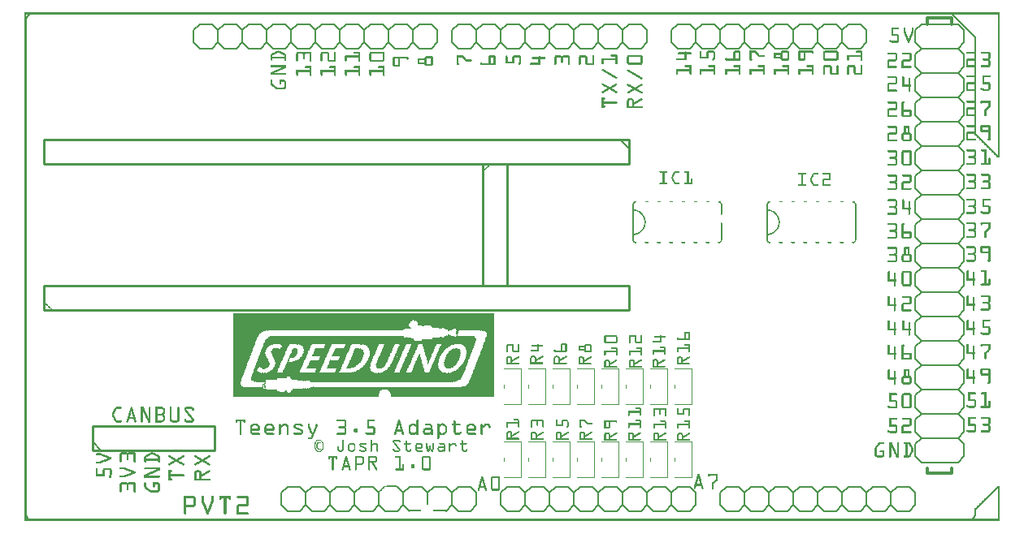
<source format=gto>
G04 MADE WITH FRITZING*
G04 WWW.FRITZING.ORG*
G04 DOUBLE SIDED*
G04 HOLES PLATED*
G04 CONTOUR ON CENTER OF CONTOUR VECTOR*
%ASAXBY*%
%FSLAX23Y23*%
%MOIN*%
%OFA0B0*%
%SFA1.0B1.0*%
%ADD10C,0.006000*%
%ADD11C,0.012000*%
%ADD12C,0.010000*%
%ADD13C,0.005000*%
%ADD14R,0.001000X0.001000*%
%LNSILK1*%
G90*
G70*
G54D10*
X3410Y1157D02*
X3410Y1296D01*
D02*
X3046Y1296D02*
X3046Y1277D01*
D02*
X3046Y1277D02*
X3046Y1177D01*
D02*
X3046Y1177D02*
X3046Y1157D01*
D02*
X2496Y1296D02*
X2496Y1277D01*
D02*
X2496Y1277D02*
X2496Y1177D01*
D02*
X2496Y1177D02*
X2496Y1157D01*
G54D11*
D02*
X3703Y217D02*
X3703Y197D01*
D02*
X3703Y197D02*
X3803Y197D01*
D02*
X3803Y197D02*
X3803Y217D01*
D02*
X3703Y2042D02*
X3703Y2067D01*
D02*
X3703Y2067D02*
X3803Y2067D01*
D02*
X3803Y2067D02*
X3803Y2042D01*
G54D10*
D02*
X3478Y142D02*
X3528Y142D01*
D02*
X3528Y142D02*
X3553Y117D01*
D02*
X3553Y117D02*
X3553Y67D01*
D02*
X3553Y67D02*
X3528Y42D01*
D02*
X3353Y117D02*
X3378Y142D01*
D02*
X3378Y142D02*
X3428Y142D01*
D02*
X3428Y142D02*
X3453Y117D01*
D02*
X3453Y117D02*
X3453Y67D01*
D02*
X3453Y67D02*
X3428Y42D01*
D02*
X3428Y42D02*
X3378Y42D01*
D02*
X3378Y42D02*
X3353Y67D01*
D02*
X3478Y142D02*
X3453Y117D01*
D02*
X3453Y67D02*
X3478Y42D01*
D02*
X3528Y42D02*
X3478Y42D01*
D02*
X3178Y142D02*
X3228Y142D01*
D02*
X3228Y142D02*
X3253Y117D01*
D02*
X3253Y117D02*
X3253Y67D01*
D02*
X3253Y67D02*
X3228Y42D01*
D02*
X3253Y117D02*
X3278Y142D01*
D02*
X3278Y142D02*
X3328Y142D01*
D02*
X3328Y142D02*
X3353Y117D01*
D02*
X3353Y117D02*
X3353Y67D01*
D02*
X3353Y67D02*
X3328Y42D01*
D02*
X3328Y42D02*
X3278Y42D01*
D02*
X3278Y42D02*
X3253Y67D01*
D02*
X3053Y117D02*
X3078Y142D01*
D02*
X3078Y142D02*
X3128Y142D01*
D02*
X3128Y142D02*
X3153Y117D01*
D02*
X3153Y117D02*
X3153Y67D01*
D02*
X3153Y67D02*
X3128Y42D01*
D02*
X3128Y42D02*
X3078Y42D01*
D02*
X3078Y42D02*
X3053Y67D01*
D02*
X3178Y142D02*
X3153Y117D01*
D02*
X3153Y67D02*
X3178Y42D01*
D02*
X3228Y42D02*
X3178Y42D01*
D02*
X2878Y142D02*
X2928Y142D01*
D02*
X2928Y142D02*
X2953Y117D01*
D02*
X2953Y117D02*
X2953Y67D01*
D02*
X2953Y67D02*
X2928Y42D01*
D02*
X2953Y117D02*
X2978Y142D01*
D02*
X2978Y142D02*
X3028Y142D01*
D02*
X3028Y142D02*
X3053Y117D01*
D02*
X3053Y117D02*
X3053Y67D01*
D02*
X3053Y67D02*
X3028Y42D01*
D02*
X3028Y42D02*
X2978Y42D01*
D02*
X2978Y42D02*
X2953Y67D01*
D02*
X2853Y117D02*
X2853Y67D01*
D02*
X2878Y142D02*
X2853Y117D01*
D02*
X2853Y67D02*
X2878Y42D01*
D02*
X2928Y42D02*
X2878Y42D01*
D02*
X3578Y142D02*
X3628Y142D01*
D02*
X3628Y142D02*
X3653Y117D01*
D02*
X3653Y117D02*
X3653Y67D01*
D02*
X3653Y67D02*
X3628Y42D01*
D02*
X3578Y142D02*
X3553Y117D01*
D02*
X3553Y67D02*
X3578Y42D01*
D02*
X3628Y42D02*
X3578Y42D01*
D02*
X2578Y142D02*
X2628Y142D01*
D02*
X2628Y142D02*
X2653Y117D01*
D02*
X2653Y117D02*
X2653Y67D01*
D02*
X2653Y67D02*
X2628Y42D01*
D02*
X2453Y117D02*
X2478Y142D01*
D02*
X2478Y142D02*
X2528Y142D01*
D02*
X2528Y142D02*
X2553Y117D01*
D02*
X2553Y117D02*
X2553Y67D01*
D02*
X2553Y67D02*
X2528Y42D01*
D02*
X2528Y42D02*
X2478Y42D01*
D02*
X2478Y42D02*
X2453Y67D01*
D02*
X2578Y142D02*
X2553Y117D01*
D02*
X2553Y67D02*
X2578Y42D01*
D02*
X2628Y42D02*
X2578Y42D01*
D02*
X2278Y142D02*
X2328Y142D01*
D02*
X2328Y142D02*
X2353Y117D01*
D02*
X2353Y117D02*
X2353Y67D01*
D02*
X2353Y67D02*
X2328Y42D01*
D02*
X2353Y117D02*
X2378Y142D01*
D02*
X2378Y142D02*
X2428Y142D01*
D02*
X2428Y142D02*
X2453Y117D01*
D02*
X2453Y117D02*
X2453Y67D01*
D02*
X2453Y67D02*
X2428Y42D01*
D02*
X2428Y42D02*
X2378Y42D01*
D02*
X2378Y42D02*
X2353Y67D01*
D02*
X2153Y117D02*
X2178Y142D01*
D02*
X2178Y142D02*
X2228Y142D01*
D02*
X2228Y142D02*
X2253Y117D01*
D02*
X2253Y117D02*
X2253Y67D01*
D02*
X2253Y67D02*
X2228Y42D01*
D02*
X2228Y42D02*
X2178Y42D01*
D02*
X2178Y42D02*
X2153Y67D01*
D02*
X2278Y142D02*
X2253Y117D01*
D02*
X2253Y67D02*
X2278Y42D01*
D02*
X2328Y42D02*
X2278Y42D01*
D02*
X1978Y142D02*
X2028Y142D01*
D02*
X2028Y142D02*
X2053Y117D01*
D02*
X2053Y117D02*
X2053Y67D01*
D02*
X2053Y67D02*
X2028Y42D01*
D02*
X2053Y117D02*
X2078Y142D01*
D02*
X2078Y142D02*
X2128Y142D01*
D02*
X2128Y142D02*
X2153Y117D01*
D02*
X2153Y117D02*
X2153Y67D01*
D02*
X2153Y67D02*
X2128Y42D01*
D02*
X2128Y42D02*
X2078Y42D01*
D02*
X2078Y42D02*
X2053Y67D01*
D02*
X1953Y117D02*
X1953Y67D01*
D02*
X1978Y142D02*
X1953Y117D01*
D02*
X1953Y67D02*
X1978Y42D01*
D02*
X2028Y42D02*
X1978Y42D01*
D02*
X2678Y142D02*
X2728Y142D01*
D02*
X2728Y142D02*
X2753Y117D01*
D02*
X2753Y117D02*
X2753Y67D01*
D02*
X2753Y67D02*
X2728Y42D01*
D02*
X2678Y142D02*
X2653Y117D01*
D02*
X2653Y67D02*
X2678Y42D01*
D02*
X2728Y42D02*
X2678Y42D01*
D02*
X2828Y1942D02*
X2778Y1942D01*
D02*
X2778Y1942D02*
X2753Y1967D01*
D02*
X2753Y1967D02*
X2753Y2017D01*
D02*
X2753Y2017D02*
X2778Y2042D01*
D02*
X2953Y1967D02*
X2928Y1942D01*
D02*
X2928Y1942D02*
X2878Y1942D01*
D02*
X2878Y1942D02*
X2853Y1967D01*
D02*
X2853Y1967D02*
X2853Y2017D01*
D02*
X2853Y2017D02*
X2878Y2042D01*
D02*
X2878Y2042D02*
X2928Y2042D01*
D02*
X2928Y2042D02*
X2953Y2017D01*
D02*
X2828Y1942D02*
X2853Y1967D01*
D02*
X2853Y2017D02*
X2828Y2042D01*
D02*
X2778Y2042D02*
X2828Y2042D01*
D02*
X3128Y1942D02*
X3078Y1942D01*
D02*
X3078Y1942D02*
X3053Y1967D01*
D02*
X3053Y1967D02*
X3053Y2017D01*
D02*
X3053Y2017D02*
X3078Y2042D01*
D02*
X3053Y1967D02*
X3028Y1942D01*
D02*
X3028Y1942D02*
X2978Y1942D01*
D02*
X2978Y1942D02*
X2953Y1967D01*
D02*
X2953Y1967D02*
X2953Y2017D01*
D02*
X2953Y2017D02*
X2978Y2042D01*
D02*
X2978Y2042D02*
X3028Y2042D01*
D02*
X3028Y2042D02*
X3053Y2017D01*
D02*
X3253Y1967D02*
X3228Y1942D01*
D02*
X3228Y1942D02*
X3178Y1942D01*
D02*
X3178Y1942D02*
X3153Y1967D01*
D02*
X3153Y1967D02*
X3153Y2017D01*
D02*
X3153Y2017D02*
X3178Y2042D01*
D02*
X3178Y2042D02*
X3228Y2042D01*
D02*
X3228Y2042D02*
X3253Y2017D01*
D02*
X3128Y1942D02*
X3153Y1967D01*
D02*
X3153Y2017D02*
X3128Y2042D01*
D02*
X3078Y2042D02*
X3128Y2042D01*
D02*
X3428Y1942D02*
X3378Y1942D01*
D02*
X3378Y1942D02*
X3353Y1967D01*
D02*
X3353Y1967D02*
X3353Y2017D01*
D02*
X3353Y2017D02*
X3378Y2042D01*
D02*
X3353Y1967D02*
X3328Y1942D01*
D02*
X3328Y1942D02*
X3278Y1942D01*
D02*
X3278Y1942D02*
X3253Y1967D01*
D02*
X3253Y1967D02*
X3253Y2017D01*
D02*
X3253Y2017D02*
X3278Y2042D01*
D02*
X3278Y2042D02*
X3328Y2042D01*
D02*
X3328Y2042D02*
X3353Y2017D01*
D02*
X3453Y1967D02*
X3453Y2017D01*
D02*
X3428Y1942D02*
X3453Y1967D01*
D02*
X3453Y2017D02*
X3428Y2042D01*
D02*
X3378Y2042D02*
X3428Y2042D01*
D02*
X2728Y1942D02*
X2678Y1942D01*
D02*
X2678Y1942D02*
X2653Y1967D01*
D02*
X2653Y1967D02*
X2653Y2017D01*
D02*
X2653Y2017D02*
X2678Y2042D01*
D02*
X2728Y1942D02*
X2753Y1967D01*
D02*
X2753Y2017D02*
X2728Y2042D01*
D02*
X2678Y2042D02*
X2728Y2042D01*
D02*
X1493Y2017D02*
X1518Y2042D01*
D02*
X1518Y2042D02*
X1568Y2042D01*
D02*
X1568Y2042D02*
X1593Y2017D01*
D02*
X1593Y2017D02*
X1593Y1967D01*
D02*
X1593Y1967D02*
X1568Y1942D01*
D02*
X1568Y1942D02*
X1518Y1942D01*
D02*
X1518Y1942D02*
X1493Y1967D01*
D02*
X1318Y2042D02*
X1368Y2042D01*
D02*
X1368Y2042D02*
X1393Y2017D01*
D02*
X1393Y2017D02*
X1393Y1967D01*
D02*
X1393Y1967D02*
X1368Y1942D01*
D02*
X1393Y2017D02*
X1418Y2042D01*
D02*
X1418Y2042D02*
X1468Y2042D01*
D02*
X1468Y2042D02*
X1493Y2017D01*
D02*
X1493Y2017D02*
X1493Y1967D01*
D02*
X1493Y1967D02*
X1468Y1942D01*
D02*
X1468Y1942D02*
X1418Y1942D01*
D02*
X1418Y1942D02*
X1393Y1967D01*
D02*
X1193Y2017D02*
X1218Y2042D01*
D02*
X1218Y2042D02*
X1268Y2042D01*
D02*
X1268Y2042D02*
X1293Y2017D01*
D02*
X1293Y2017D02*
X1293Y1967D01*
D02*
X1293Y1967D02*
X1268Y1942D01*
D02*
X1268Y1942D02*
X1218Y1942D01*
D02*
X1218Y1942D02*
X1193Y1967D01*
D02*
X1318Y2042D02*
X1293Y2017D01*
D02*
X1293Y1967D02*
X1318Y1942D01*
D02*
X1368Y1942D02*
X1318Y1942D01*
D02*
X1018Y2042D02*
X1068Y2042D01*
D02*
X1068Y2042D02*
X1093Y2017D01*
D02*
X1093Y2017D02*
X1093Y1967D01*
D02*
X1093Y1967D02*
X1068Y1942D01*
D02*
X1093Y2017D02*
X1118Y2042D01*
D02*
X1118Y2042D02*
X1168Y2042D01*
D02*
X1168Y2042D02*
X1193Y2017D01*
D02*
X1193Y2017D02*
X1193Y1967D01*
D02*
X1193Y1967D02*
X1168Y1942D01*
D02*
X1168Y1942D02*
X1118Y1942D01*
D02*
X1118Y1942D02*
X1093Y1967D01*
D02*
X893Y2017D02*
X918Y2042D01*
D02*
X918Y2042D02*
X968Y2042D01*
D02*
X968Y2042D02*
X993Y2017D01*
D02*
X993Y2017D02*
X993Y1967D01*
D02*
X993Y1967D02*
X968Y1942D01*
D02*
X968Y1942D02*
X918Y1942D01*
D02*
X918Y1942D02*
X893Y1967D01*
D02*
X1018Y2042D02*
X993Y2017D01*
D02*
X993Y1967D02*
X1018Y1942D01*
D02*
X1068Y1942D02*
X1018Y1942D01*
D02*
X718Y2042D02*
X768Y2042D01*
D02*
X768Y2042D02*
X793Y2017D01*
D02*
X793Y2017D02*
X793Y1967D01*
D02*
X793Y1967D02*
X768Y1942D01*
D02*
X793Y2017D02*
X818Y2042D01*
D02*
X818Y2042D02*
X868Y2042D01*
D02*
X868Y2042D02*
X893Y2017D01*
D02*
X893Y2017D02*
X893Y1967D01*
D02*
X893Y1967D02*
X868Y1942D01*
D02*
X868Y1942D02*
X818Y1942D01*
D02*
X818Y1942D02*
X793Y1967D01*
D02*
X693Y2017D02*
X693Y1967D01*
D02*
X718Y2042D02*
X693Y2017D01*
D02*
X693Y1967D02*
X718Y1942D01*
D02*
X768Y1942D02*
X718Y1942D01*
D02*
X1618Y2042D02*
X1668Y2042D01*
D02*
X1668Y2042D02*
X1693Y2017D01*
D02*
X1693Y2017D02*
X1693Y1967D01*
D02*
X1693Y1967D02*
X1668Y1942D01*
D02*
X1618Y2042D02*
X1593Y2017D01*
D02*
X1593Y1967D02*
X1618Y1942D01*
D02*
X1668Y1942D02*
X1618Y1942D01*
D02*
X1678Y142D02*
X1728Y142D01*
D02*
X1728Y142D02*
X1753Y117D01*
D02*
X1753Y117D02*
X1753Y67D01*
D02*
X1753Y67D02*
X1728Y42D01*
D02*
X1553Y117D02*
X1578Y142D01*
D02*
X1578Y142D02*
X1628Y142D01*
D02*
X1628Y142D02*
X1653Y117D01*
D02*
X1578Y42D02*
X1553Y67D01*
D02*
X1678Y142D02*
X1653Y117D01*
D02*
X1378Y142D02*
X1428Y142D01*
D02*
X1428Y142D02*
X1453Y117D01*
D02*
X1453Y117D02*
X1453Y67D01*
D02*
X1453Y67D02*
X1428Y42D01*
D02*
X1528Y142D02*
X1553Y117D01*
D02*
X1553Y117D02*
X1553Y67D01*
D02*
X1553Y67D02*
X1528Y42D01*
D02*
X1528Y42D02*
X1478Y42D01*
D02*
X1478Y42D02*
X1453Y67D01*
D02*
X1253Y117D02*
X1278Y142D01*
D02*
X1278Y142D02*
X1328Y142D01*
D02*
X1328Y142D02*
X1353Y117D01*
D02*
X1353Y117D02*
X1353Y67D01*
D02*
X1353Y67D02*
X1328Y42D01*
D02*
X1328Y42D02*
X1278Y42D01*
D02*
X1278Y42D02*
X1253Y67D01*
D02*
X1378Y142D02*
X1353Y117D01*
D02*
X1353Y67D02*
X1378Y42D01*
D02*
X1428Y42D02*
X1378Y42D01*
D02*
X1078Y142D02*
X1128Y142D01*
D02*
X1128Y142D02*
X1153Y117D01*
D02*
X1153Y117D02*
X1153Y67D01*
D02*
X1153Y67D02*
X1128Y42D01*
D02*
X1153Y117D02*
X1178Y142D01*
D02*
X1178Y142D02*
X1228Y142D01*
D02*
X1228Y142D02*
X1253Y117D01*
D02*
X1253Y117D02*
X1253Y67D01*
D02*
X1253Y67D02*
X1228Y42D01*
D02*
X1228Y42D02*
X1178Y42D01*
D02*
X1178Y42D02*
X1153Y67D01*
D02*
X1053Y117D02*
X1053Y67D01*
D02*
X1078Y142D02*
X1053Y117D01*
D02*
X1053Y67D02*
X1078Y42D01*
D02*
X1128Y42D02*
X1078Y42D01*
D02*
X1778Y142D02*
X1828Y142D01*
D02*
X1828Y142D02*
X1853Y117D01*
D02*
X1853Y117D02*
X1853Y67D01*
D02*
X1853Y67D02*
X1828Y42D01*
D02*
X1778Y142D02*
X1753Y117D01*
D02*
X1753Y67D02*
X1778Y42D01*
D02*
X1828Y42D02*
X1778Y42D01*
D02*
X1928Y1942D02*
X1878Y1942D01*
D02*
X1878Y1942D02*
X1853Y1967D01*
D02*
X1853Y1967D02*
X1853Y2017D01*
D02*
X1853Y2017D02*
X1878Y2042D01*
D02*
X2053Y1967D02*
X2028Y1942D01*
D02*
X2028Y1942D02*
X1978Y1942D01*
D02*
X1978Y1942D02*
X1953Y1967D01*
D02*
X1953Y1967D02*
X1953Y2017D01*
D02*
X1953Y2017D02*
X1978Y2042D01*
D02*
X1978Y2042D02*
X2028Y2042D01*
D02*
X2028Y2042D02*
X2053Y2017D01*
D02*
X1928Y1942D02*
X1953Y1967D01*
D02*
X1953Y2017D02*
X1928Y2042D01*
D02*
X1878Y2042D02*
X1928Y2042D01*
D02*
X2228Y1942D02*
X2178Y1942D01*
D02*
X2178Y1942D02*
X2153Y1967D01*
D02*
X2153Y1967D02*
X2153Y2017D01*
D02*
X2153Y2017D02*
X2178Y2042D01*
D02*
X2153Y1967D02*
X2128Y1942D01*
D02*
X2128Y1942D02*
X2078Y1942D01*
D02*
X2078Y1942D02*
X2053Y1967D01*
D02*
X2053Y1967D02*
X2053Y2017D01*
D02*
X2053Y2017D02*
X2078Y2042D01*
D02*
X2078Y2042D02*
X2128Y2042D01*
D02*
X2128Y2042D02*
X2153Y2017D01*
D02*
X2353Y1967D02*
X2328Y1942D01*
D02*
X2328Y1942D02*
X2278Y1942D01*
D02*
X2278Y1942D02*
X2253Y1967D01*
D02*
X2253Y1967D02*
X2253Y2017D01*
D02*
X2253Y2017D02*
X2278Y2042D01*
D02*
X2278Y2042D02*
X2328Y2042D01*
D02*
X2328Y2042D02*
X2353Y2017D01*
D02*
X2228Y1942D02*
X2253Y1967D01*
D02*
X2253Y2017D02*
X2228Y2042D01*
D02*
X2178Y2042D02*
X2228Y2042D01*
D02*
X2528Y1942D02*
X2478Y1942D01*
D02*
X2478Y1942D02*
X2453Y1967D01*
D02*
X2453Y1967D02*
X2453Y2017D01*
D02*
X2453Y2017D02*
X2478Y2042D01*
D02*
X2453Y1967D02*
X2428Y1942D01*
D02*
X2428Y1942D02*
X2378Y1942D01*
D02*
X2378Y1942D02*
X2353Y1967D01*
D02*
X2353Y1967D02*
X2353Y2017D01*
D02*
X2353Y2017D02*
X2378Y2042D01*
D02*
X2378Y2042D02*
X2428Y2042D01*
D02*
X2428Y2042D02*
X2453Y2017D01*
D02*
X2553Y1967D02*
X2553Y2017D01*
D02*
X2528Y1942D02*
X2553Y1967D01*
D02*
X2553Y2017D02*
X2528Y2042D01*
D02*
X2478Y2042D02*
X2528Y2042D01*
D02*
X1828Y1942D02*
X1778Y1942D01*
D02*
X1778Y1942D02*
X1753Y1967D01*
D02*
X1753Y1967D02*
X1753Y2017D01*
D02*
X1753Y2017D02*
X1778Y2042D01*
D02*
X1828Y1942D02*
X1853Y1967D01*
D02*
X1853Y2017D02*
X1828Y2042D01*
D02*
X1778Y2042D02*
X1828Y2042D01*
D02*
X3678Y2042D02*
X3653Y2017D01*
D02*
X3653Y2017D02*
X3653Y1967D01*
D02*
X3653Y1967D02*
X3678Y1942D01*
D02*
X3678Y1942D02*
X3653Y1917D01*
D02*
X3653Y1917D02*
X3653Y1867D01*
D02*
X3653Y1867D02*
X3678Y1842D01*
D02*
X3678Y1842D02*
X3653Y1817D01*
D02*
X3653Y1817D02*
X3653Y1767D01*
D02*
X3653Y1767D02*
X3678Y1742D01*
D02*
X3678Y1742D02*
X3653Y1717D01*
D02*
X3653Y1717D02*
X3653Y1667D01*
D02*
X3653Y1667D02*
X3678Y1642D01*
D02*
X3678Y1642D02*
X3653Y1617D01*
D02*
X3653Y1617D02*
X3653Y1567D01*
D02*
X3653Y1567D02*
X3678Y1542D01*
D02*
X3678Y1542D02*
X3653Y1517D01*
D02*
X3653Y1517D02*
X3653Y1467D01*
D02*
X3653Y1467D02*
X3678Y1442D01*
D02*
X3678Y2042D02*
X3828Y2042D01*
D02*
X3828Y2042D02*
X3853Y2017D01*
D02*
X3853Y2017D02*
X3853Y1967D01*
D02*
X3853Y1967D02*
X3828Y1942D01*
D02*
X3828Y1942D02*
X3853Y1917D01*
D02*
X3853Y1917D02*
X3853Y1867D01*
D02*
X3853Y1867D02*
X3828Y1842D01*
D02*
X3828Y1842D02*
X3853Y1817D01*
D02*
X3853Y1817D02*
X3853Y1767D01*
D02*
X3853Y1767D02*
X3828Y1742D01*
D02*
X3828Y1742D02*
X3853Y1717D01*
D02*
X3853Y1717D02*
X3853Y1667D01*
D02*
X3853Y1667D02*
X3828Y1642D01*
D02*
X3828Y1642D02*
X3853Y1617D01*
D02*
X3853Y1617D02*
X3853Y1567D01*
D02*
X3853Y1567D02*
X3828Y1542D01*
D02*
X3828Y1542D02*
X3853Y1517D01*
D02*
X3853Y1517D02*
X3853Y1467D01*
D02*
X3853Y1467D02*
X3828Y1442D01*
D02*
X3828Y1442D02*
X3853Y1417D01*
D02*
X3853Y1417D02*
X3853Y1367D01*
D02*
X3853Y1367D02*
X3828Y1342D01*
D02*
X3828Y1342D02*
X3853Y1317D01*
D02*
X3853Y1317D02*
X3853Y1267D01*
D02*
X3853Y1267D02*
X3828Y1242D01*
D02*
X3828Y1242D02*
X3853Y1217D01*
D02*
X3853Y1217D02*
X3853Y1167D01*
D02*
X3853Y1167D02*
X3828Y1142D01*
D02*
X3828Y1142D02*
X3853Y1117D01*
D02*
X3853Y1117D02*
X3853Y1067D01*
D02*
X3853Y1067D02*
X3828Y1042D01*
D02*
X3828Y1042D02*
X3853Y1017D01*
D02*
X3853Y1017D02*
X3853Y967D01*
D02*
X3853Y967D02*
X3828Y942D01*
D02*
X3828Y942D02*
X3853Y917D01*
D02*
X3853Y917D02*
X3853Y867D01*
D02*
X3828Y842D02*
X3853Y867D01*
D02*
X3828Y842D02*
X3853Y817D01*
D02*
X3853Y767D02*
X3853Y817D01*
D02*
X3853Y767D02*
X3828Y742D01*
D02*
X3828Y742D02*
X3853Y717D01*
D02*
X3853Y667D02*
X3853Y717D01*
D02*
X3853Y667D02*
X3828Y642D01*
D02*
X3828Y642D02*
X3853Y617D01*
D02*
X3853Y567D02*
X3853Y617D01*
D02*
X3853Y567D02*
X3828Y542D01*
D02*
X3828Y542D02*
X3853Y517D01*
D02*
X3853Y467D02*
X3853Y517D01*
D02*
X3853Y467D02*
X3828Y442D01*
D02*
X3828Y442D02*
X3853Y417D01*
D02*
X3853Y367D02*
X3853Y417D01*
D02*
X3853Y367D02*
X3828Y342D01*
D02*
X3828Y342D02*
X3853Y317D01*
D02*
X3853Y267D02*
X3853Y317D01*
D02*
X3853Y267D02*
X3828Y242D01*
D02*
X3678Y242D02*
X3653Y267D01*
D02*
X3653Y267D02*
X3653Y317D01*
D02*
X3678Y342D02*
X3653Y317D01*
D02*
X3678Y342D02*
X3653Y367D01*
D02*
X3653Y367D02*
X3653Y417D01*
D02*
X3678Y442D02*
X3653Y417D01*
D02*
X3678Y442D02*
X3653Y467D01*
D02*
X3653Y517D02*
X3653Y467D01*
D02*
X3653Y517D02*
X3678Y542D01*
D02*
X3678Y542D02*
X3653Y567D01*
D02*
X3653Y617D02*
X3653Y567D01*
D02*
X3653Y617D02*
X3678Y642D01*
D02*
X3678Y642D02*
X3653Y667D01*
D02*
X3653Y667D02*
X3653Y717D01*
D02*
X3678Y742D02*
X3653Y717D01*
D02*
X3678Y742D02*
X3653Y767D01*
D02*
X3653Y767D02*
X3653Y817D01*
D02*
X3678Y842D02*
X3653Y817D01*
D02*
X3678Y842D02*
X3653Y867D01*
D02*
X3653Y867D02*
X3653Y917D01*
D02*
X3678Y942D02*
X3653Y917D01*
D02*
X3678Y942D02*
X3653Y967D01*
D02*
X3653Y967D02*
X3653Y1017D01*
D02*
X3678Y1042D02*
X3653Y1017D01*
D02*
X3678Y1042D02*
X3653Y1067D01*
D02*
X3653Y1067D02*
X3653Y1117D01*
D02*
X3678Y1142D02*
X3653Y1117D01*
D02*
X3678Y1142D02*
X3653Y1167D01*
D02*
X3653Y1167D02*
X3653Y1217D01*
D02*
X3678Y1242D02*
X3653Y1217D01*
D02*
X3678Y1242D02*
X3653Y1267D01*
D02*
X3653Y1267D02*
X3653Y1317D01*
D02*
X3678Y1342D02*
X3653Y1317D01*
D02*
X3678Y1342D02*
X3653Y1367D01*
D02*
X3653Y1367D02*
X3653Y1417D01*
D02*
X3678Y1442D02*
X3653Y1417D01*
D02*
X3828Y1942D02*
X3678Y1942D01*
D02*
X3828Y1842D02*
X3678Y1842D01*
D02*
X3828Y1742D02*
X3678Y1742D01*
D02*
X3828Y1642D02*
X3678Y1642D01*
D02*
X3828Y1542D02*
X3678Y1542D01*
D02*
X3828Y1442D02*
X3678Y1442D01*
D02*
X3828Y1342D02*
X3678Y1342D01*
D02*
X3828Y1242D02*
X3678Y1242D01*
D02*
X3828Y1142D02*
X3678Y1142D01*
D02*
X3828Y1042D02*
X3678Y1042D01*
D02*
X3828Y942D02*
X3678Y942D01*
D02*
X3828Y842D02*
X3678Y842D01*
D02*
X3828Y742D02*
X3678Y742D01*
D02*
X3828Y642D02*
X3678Y642D01*
D02*
X3828Y542D02*
X3678Y542D01*
D02*
X3828Y442D02*
X3678Y442D01*
D02*
X3828Y342D02*
X3678Y342D01*
D02*
X3828Y242D02*
X3678Y242D01*
G54D12*
D02*
X2478Y1567D02*
X78Y1567D01*
D02*
X78Y1567D02*
X78Y1467D01*
D02*
X78Y1467D02*
X2478Y1467D01*
D02*
X2478Y1467D02*
X2478Y1567D01*
G54D13*
D02*
X2443Y1567D02*
X2478Y1532D01*
G54D12*
D02*
X78Y867D02*
X2478Y867D01*
D02*
X2478Y867D02*
X2478Y967D01*
D02*
X2478Y967D02*
X78Y967D01*
D02*
X78Y967D02*
X78Y867D01*
D02*
X1878Y1467D02*
X1878Y967D01*
D02*
X1878Y967D02*
X1978Y967D01*
D02*
X1978Y967D02*
X1978Y1467D01*
D02*
X1978Y1467D02*
X1878Y1467D01*
D02*
X278Y292D02*
X778Y292D01*
D02*
X778Y292D02*
X778Y392D01*
D02*
X778Y392D02*
X278Y392D01*
D02*
X278Y392D02*
X278Y292D01*
G54D13*
D02*
X313Y292D02*
X278Y327D01*
G36*
X1594Y827D02*
X1594Y827D01*
X1594Y827D01*
X1594Y826D01*
X1595Y826D01*
X1595Y827D01*
X1595Y827D01*
X1595Y827D01*
X1594Y827D01*
G37*
D02*
G36*
X1593Y826D02*
X1593Y826D01*
X1592Y826D01*
X1592Y825D01*
X1592Y825D01*
X1592Y824D01*
X1591Y824D01*
X1591Y824D01*
X1591Y824D01*
X1591Y823D01*
X1590Y823D01*
X1590Y823D01*
X1589Y823D01*
X1589Y822D01*
X1591Y822D01*
X1591Y823D01*
X1591Y823D01*
X1591Y823D01*
X1592Y823D01*
X1592Y824D01*
X1592Y824D01*
X1592Y824D01*
X1593Y824D01*
X1593Y825D01*
X1593Y825D01*
X1593Y826D01*
X1594Y826D01*
X1594Y826D01*
X1593Y826D01*
G37*
D02*
G36*
X1595Y826D02*
X1595Y826D01*
X1596Y826D01*
X1596Y826D01*
X1595Y826D01*
G37*
D02*
G36*
X1596Y826D02*
X1596Y825D01*
X1596Y825D01*
X1596Y826D01*
X1596Y826D01*
G37*
D02*
G36*
X1596Y825D02*
X1596Y824D01*
X1597Y824D01*
X1597Y825D01*
X1596Y825D01*
G37*
D02*
G36*
X1597Y824D02*
X1597Y824D01*
X1597Y824D01*
X1597Y824D01*
X1597Y824D01*
G37*
D02*
G36*
X1597Y824D02*
X1597Y823D01*
X1598Y823D01*
X1598Y823D01*
X1598Y823D01*
X1598Y822D01*
X1599Y822D01*
X1599Y822D01*
X1601Y822D01*
X1601Y822D01*
X1600Y822D01*
X1600Y823D01*
X1599Y823D01*
X1599Y823D01*
X1598Y823D01*
X1598Y824D01*
X1597Y824D01*
G37*
D02*
G36*
X1601Y823D02*
X1601Y822D01*
X1604Y822D01*
X1604Y823D01*
X1601Y823D01*
G37*
D02*
G36*
X1589Y822D02*
X1589Y822D01*
X1589Y822D01*
X1589Y822D01*
X1589Y822D01*
G37*
D02*
G36*
X1604Y822D02*
X1604Y822D01*
X1604Y822D01*
X1604Y822D01*
X1604Y822D01*
G37*
D02*
G36*
X1588Y822D02*
X1588Y821D01*
X1589Y821D01*
X1589Y822D01*
X1588Y822D01*
G37*
D02*
G36*
X1604Y822D02*
X1604Y821D01*
X1605Y821D01*
X1605Y822D01*
X1604Y822D01*
G37*
D02*
G36*
X1588Y821D02*
X1588Y821D01*
X1588Y821D01*
X1588Y821D01*
X1588Y821D01*
G37*
D02*
G36*
X1605Y821D02*
X1605Y821D01*
X1605Y821D01*
X1605Y821D01*
X1605Y821D01*
G37*
D02*
G36*
X1587Y821D02*
X1587Y820D01*
X1588Y820D01*
X1588Y821D01*
X1587Y821D01*
G37*
D02*
G36*
X1605Y821D02*
X1605Y820D01*
X1606Y820D01*
X1606Y821D01*
X1605Y821D01*
G37*
D02*
G36*
X1587Y820D02*
X1587Y820D01*
X1587Y820D01*
X1587Y820D01*
X1587Y820D01*
G37*
D02*
G36*
X1606Y820D02*
X1606Y820D01*
X1606Y820D01*
X1606Y820D01*
X1606Y820D01*
G37*
D02*
G36*
X1586Y820D02*
X1586Y819D01*
X1587Y819D01*
X1587Y820D01*
X1586Y820D01*
G37*
D02*
G36*
X1606Y820D02*
X1606Y819D01*
X1607Y819D01*
X1607Y820D01*
X1606Y820D01*
G37*
D02*
G36*
X1586Y819D02*
X1586Y819D01*
X1586Y819D01*
X1586Y819D01*
X1586Y819D01*
G37*
D02*
G36*
X1607Y819D02*
X1607Y819D01*
X1608Y819D01*
X1608Y819D01*
X1607Y819D01*
G37*
D02*
G36*
X1585Y819D02*
X1585Y818D01*
X1586Y818D01*
X1586Y819D01*
X1585Y819D01*
G37*
D02*
G36*
X1608Y819D02*
X1608Y818D01*
X1608Y818D01*
X1608Y819D01*
X1608Y819D01*
G37*
D02*
G36*
X1584Y818D02*
X1584Y818D01*
X1584Y818D01*
X1584Y817D01*
X1583Y817D01*
X1583Y817D01*
X1583Y817D01*
X1583Y816D01*
X1582Y816D01*
X1582Y815D01*
X1582Y815D01*
X1582Y815D01*
X1583Y815D01*
X1583Y815D01*
X1583Y815D01*
X1583Y816D01*
X1584Y816D01*
X1584Y817D01*
X1584Y817D01*
X1584Y817D01*
X1585Y817D01*
X1585Y818D01*
X1585Y818D01*
X1585Y818D01*
X1584Y818D01*
G37*
D02*
G36*
X1608Y818D02*
X1608Y818D01*
X1609Y818D01*
X1609Y818D01*
X1608Y818D01*
G37*
D02*
G36*
X1609Y818D02*
X1609Y817D01*
X1609Y817D01*
X1609Y818D01*
X1609Y818D01*
G37*
D02*
G36*
X1609Y817D02*
X1609Y817D01*
X1610Y817D01*
X1610Y817D01*
X1609Y817D01*
G37*
D02*
G36*
X1610Y817D02*
X1610Y816D01*
X1610Y816D01*
X1610Y817D01*
X1610Y817D01*
G37*
D02*
G36*
X1610Y816D02*
X1610Y815D01*
X1611Y815D01*
X1611Y816D01*
X1610Y816D01*
G37*
D02*
G36*
X1611Y815D02*
X1611Y815D01*
X1611Y815D01*
X1611Y815D01*
X1611Y815D01*
G37*
D02*
G36*
X1581Y815D02*
X1581Y814D01*
X1582Y814D01*
X1582Y815D01*
X1581Y815D01*
G37*
D02*
G36*
X1611Y815D02*
X1611Y814D01*
X1612Y814D01*
X1612Y815D01*
X1611Y815D01*
G37*
D02*
G36*
X1580Y814D02*
X1580Y814D01*
X1581Y814D01*
X1581Y814D01*
X1580Y814D01*
G37*
D02*
G36*
X1612Y814D02*
X1612Y814D01*
X1612Y814D01*
X1612Y814D01*
X1612Y814D01*
G37*
D02*
G36*
X1580Y814D02*
X1580Y813D01*
X1580Y813D01*
X1580Y814D01*
X1580Y814D01*
G37*
D02*
G36*
X1612Y814D02*
X1612Y813D01*
X1613Y813D01*
X1613Y814D01*
X1612Y814D01*
G37*
D02*
G36*
X1579Y813D02*
X1579Y813D01*
X1580Y813D01*
X1580Y813D01*
X1579Y813D01*
G37*
D02*
G36*
X1613Y813D02*
X1613Y809D01*
X1613Y809D01*
X1613Y808D01*
X1613Y808D01*
X1613Y805D01*
X1613Y805D01*
X1613Y804D01*
X1614Y804D01*
X1614Y803D01*
X1627Y803D01*
X1627Y803D01*
X1628Y803D01*
X1628Y802D01*
X1628Y802D01*
X1628Y802D01*
X1629Y802D01*
X1629Y802D01*
X1629Y802D01*
X1629Y803D01*
X1628Y803D01*
X1628Y803D01*
X1628Y803D01*
X1628Y804D01*
X1614Y804D01*
X1614Y804D01*
X1614Y804D01*
X1614Y812D01*
X1613Y812D01*
X1613Y813D01*
X1613Y813D01*
G37*
D02*
G36*
X1641Y802D02*
X1641Y802D01*
X1643Y802D01*
X1643Y802D01*
X1641Y802D01*
G37*
D02*
G36*
X1629Y802D02*
X1629Y801D01*
X1642Y801D01*
X1642Y802D01*
X1629Y802D01*
G37*
D02*
G36*
X1629Y802D02*
X1629Y801D01*
X1642Y801D01*
X1642Y802D01*
X1629Y802D01*
G37*
D02*
G36*
X1579Y813D02*
X1579Y812D01*
X1579Y812D01*
X1579Y813D01*
X1579Y813D01*
G37*
D02*
G36*
X1578Y812D02*
X1578Y812D01*
X1579Y812D01*
X1579Y812D01*
X1578Y812D01*
G37*
D02*
G36*
X1578Y812D02*
X1578Y811D01*
X1578Y811D01*
X1578Y812D01*
X1578Y812D01*
G37*
D02*
G36*
X1577Y811D02*
X1577Y811D01*
X1576Y811D01*
X1576Y810D01*
X1576Y810D01*
X1576Y810D01*
X1575Y810D01*
X1575Y809D01*
X1575Y809D01*
X1575Y809D01*
X1574Y809D01*
X1574Y808D01*
X1574Y808D01*
X1574Y806D01*
X1574Y806D01*
X1574Y805D01*
X1575Y805D01*
X1575Y808D01*
X1575Y808D01*
X1575Y809D01*
X1576Y809D01*
X1576Y809D01*
X1576Y809D01*
X1576Y810D01*
X1577Y810D01*
X1577Y810D01*
X1577Y810D01*
X1577Y811D01*
X1578Y811D01*
X1578Y811D01*
X1577Y811D01*
G37*
D02*
G36*
X1575Y805D02*
X1575Y804D01*
X1575Y804D01*
X1575Y803D01*
X1576Y803D01*
X1576Y803D01*
X1576Y803D01*
X1576Y802D01*
X1577Y802D01*
X1577Y802D01*
X1577Y802D01*
X1577Y801D01*
X1578Y801D01*
X1578Y801D01*
X1578Y801D01*
X1578Y800D01*
X1579Y800D01*
X1579Y800D01*
X1579Y800D01*
X1579Y799D01*
X1580Y799D01*
X1580Y798D01*
X1580Y798D01*
X1580Y798D01*
X1581Y798D01*
X1581Y797D01*
X1582Y797D01*
X1582Y797D01*
X1582Y797D01*
X1582Y796D01*
X1583Y796D01*
X1583Y797D01*
X1582Y797D01*
X1582Y798D01*
X1582Y798D01*
X1582Y798D01*
X1581Y798D01*
X1581Y799D01*
X1580Y799D01*
X1580Y800D01*
X1580Y800D01*
X1580Y800D01*
X1579Y800D01*
X1579Y801D01*
X1579Y801D01*
X1579Y801D01*
X1578Y801D01*
X1578Y802D01*
X1578Y802D01*
X1578Y802D01*
X1577Y802D01*
X1577Y803D01*
X1577Y803D01*
X1577Y803D01*
X1576Y803D01*
X1576Y804D01*
X1576Y804D01*
X1576Y804D01*
X1575Y804D01*
X1575Y805D01*
X1575Y805D01*
G37*
D02*
G36*
X1645Y804D02*
X1645Y804D01*
X1664Y804D01*
X1664Y804D01*
X1645Y804D01*
G37*
D02*
G36*
X1644Y804D02*
X1644Y803D01*
X1645Y803D01*
X1645Y804D01*
X1644Y804D01*
G37*
D02*
G36*
X1664Y804D02*
X1664Y803D01*
X1665Y803D01*
X1665Y803D01*
X1665Y803D01*
X1665Y802D01*
X1666Y802D01*
X1666Y802D01*
X1666Y802D01*
X1666Y803D01*
X1666Y803D01*
X1666Y803D01*
X1665Y803D01*
X1665Y804D01*
X1664Y804D01*
G37*
D02*
G36*
X1643Y803D02*
X1643Y803D01*
X1644Y803D01*
X1644Y803D01*
X1643Y803D01*
G37*
D02*
G36*
X1643Y803D02*
X1643Y802D01*
X1643Y802D01*
X1643Y803D01*
X1643Y803D01*
G37*
D02*
G36*
X1666Y802D02*
X1666Y801D01*
X1667Y801D01*
X1667Y802D01*
X1666Y802D01*
G37*
D02*
G36*
X1667Y801D02*
X1667Y801D01*
X1667Y801D01*
X1667Y801D01*
X1667Y801D01*
G37*
D02*
G36*
X1667Y801D02*
X1667Y800D01*
X1668Y800D01*
X1668Y801D01*
X1667Y801D01*
G37*
D02*
G36*
X1668Y800D02*
X1668Y800D01*
X1669Y800D01*
X1669Y800D01*
X1668Y800D01*
G37*
D02*
G36*
X1669Y800D02*
X1669Y799D01*
X1669Y799D01*
X1669Y800D01*
X1669Y800D01*
G37*
D02*
G36*
X1669Y799D02*
X1669Y798D01*
X1670Y798D01*
X1670Y799D01*
X1669Y799D01*
G37*
D02*
G36*
X1670Y798D02*
X1670Y797D01*
X1670Y797D01*
X1670Y797D01*
X1671Y797D01*
X1671Y796D01*
X1671Y796D01*
X1671Y796D01*
X1672Y796D01*
X1672Y795D01*
X1672Y795D01*
X1672Y795D01*
X1673Y795D01*
X1673Y796D01*
X1672Y796D01*
X1672Y796D01*
X1672Y796D01*
X1672Y797D01*
X1671Y797D01*
X1671Y797D01*
X1671Y797D01*
X1671Y798D01*
X1670Y798D01*
X1670Y798D01*
X1670Y798D01*
G37*
D02*
G36*
X1583Y796D02*
X1583Y796D01*
X1583Y796D01*
X1583Y795D01*
X1584Y795D01*
X1584Y795D01*
X1584Y795D01*
X1584Y794D01*
X1585Y794D01*
X1585Y795D01*
X1584Y795D01*
X1584Y796D01*
X1584Y796D01*
X1584Y796D01*
X1583Y796D01*
G37*
D02*
G36*
X1673Y795D02*
X1673Y794D01*
X1673Y794D01*
X1673Y795D01*
X1673Y795D01*
G37*
D02*
G36*
X1585Y794D02*
X1585Y794D01*
X1585Y794D01*
X1585Y794D01*
X1585Y794D01*
G37*
D02*
G36*
X1673Y794D02*
X1673Y794D01*
X1698Y794D01*
X1698Y793D01*
X1699Y793D01*
X1699Y793D01*
X1700Y793D01*
X1700Y793D01*
X1699Y793D01*
X1699Y794D01*
X1699Y794D01*
X1699Y794D01*
X1673Y794D01*
G37*
D02*
G36*
X1715Y794D02*
X1715Y794D01*
X1718Y794D01*
X1718Y793D01*
X1719Y793D01*
X1719Y794D01*
X1718Y794D01*
X1718Y794D01*
X1715Y794D01*
G37*
D02*
G36*
X1714Y794D02*
X1714Y793D01*
X1714Y793D01*
X1714Y793D01*
X1715Y793D01*
X1715Y793D01*
X1716Y793D01*
X1716Y794D01*
X1714Y794D01*
G37*
D02*
G36*
X1585Y794D02*
X1585Y793D01*
X1586Y793D01*
X1586Y793D01*
X1586Y793D01*
X1586Y794D01*
X1585Y794D01*
G37*
D02*
G36*
X1719Y793D02*
X1719Y793D01*
X1720Y793D01*
X1720Y793D01*
X1719Y793D01*
G37*
D02*
G36*
X1700Y793D02*
X1700Y792D01*
X1700Y792D01*
X1700Y792D01*
X1701Y792D01*
X1701Y791D01*
X1702Y791D01*
X1702Y792D01*
X1701Y792D01*
X1701Y792D01*
X1701Y792D01*
X1701Y793D01*
X1700Y793D01*
G37*
D02*
G36*
X1713Y793D02*
X1713Y792D01*
X1714Y792D01*
X1714Y793D01*
X1713Y793D01*
G37*
D02*
G36*
X1720Y793D02*
X1720Y792D01*
X1720Y792D01*
X1720Y793D01*
X1720Y793D01*
G37*
D02*
G36*
X1712Y792D02*
X1712Y792D01*
X1712Y792D01*
X1712Y791D01*
X1702Y791D01*
X1702Y790D01*
X1712Y790D01*
X1712Y791D01*
X1713Y791D01*
X1713Y792D01*
X1713Y792D01*
X1713Y792D01*
X1712Y792D01*
G37*
D02*
G36*
X1720Y792D02*
X1720Y792D01*
X1721Y792D01*
X1721Y792D01*
X1720Y792D01*
G37*
D02*
G36*
X1560Y792D02*
X1560Y791D01*
X1562Y791D01*
X1562Y790D01*
X1565Y790D01*
X1565Y791D01*
X1563Y791D01*
X1563Y792D01*
X1560Y792D01*
G37*
D02*
G36*
X1559Y791D02*
X1559Y790D01*
X1561Y790D01*
X1561Y791D01*
X1559Y791D01*
G37*
D02*
G36*
X1721Y792D02*
X1721Y791D01*
X1721Y791D01*
X1721Y792D01*
X1721Y792D01*
G37*
D02*
G36*
X1721Y791D02*
X1721Y790D01*
X1722Y790D01*
X1722Y791D01*
X1721Y791D01*
G37*
D02*
G36*
X1558Y790D02*
X1558Y790D01*
X1558Y790D01*
X1558Y789D01*
X1557Y789D01*
X1557Y789D01*
X1557Y789D01*
X1557Y788D01*
X1558Y788D01*
X1558Y789D01*
X1558Y789D01*
X1558Y789D01*
X1559Y789D01*
X1559Y790D01*
X1559Y790D01*
X1559Y790D01*
X1558Y790D01*
G37*
D02*
G36*
X1565Y790D02*
X1565Y790D01*
X1566Y790D01*
X1566Y790D01*
X1565Y790D01*
G37*
D02*
G36*
X1722Y790D02*
X1722Y790D01*
X1722Y790D01*
X1722Y790D01*
X1722Y790D01*
G37*
D02*
G36*
X1586Y793D02*
X1586Y790D01*
X1586Y790D01*
X1586Y789D01*
X1587Y789D01*
X1587Y793D01*
X1586Y793D01*
G37*
D02*
G36*
X1566Y790D02*
X1566Y789D01*
X1567Y789D01*
X1567Y790D01*
X1566Y790D01*
G37*
D02*
G36*
X1566Y789D02*
X1566Y789D01*
X1586Y789D01*
X1586Y789D01*
X1566Y789D01*
G37*
D02*
G36*
X1566Y789D02*
X1566Y789D01*
X1586Y789D01*
X1586Y789D01*
X1566Y789D01*
G37*
D02*
G36*
X1722Y790D02*
X1722Y789D01*
X1723Y789D01*
X1723Y788D01*
X1723Y788D01*
X1723Y788D01*
X1724Y788D01*
X1724Y787D01*
X1727Y787D01*
X1727Y788D01*
X1726Y788D01*
X1726Y788D01*
X1724Y788D01*
X1724Y789D01*
X1723Y789D01*
X1723Y789D01*
X1723Y789D01*
X1723Y790D01*
X1722Y790D01*
G37*
D02*
G36*
X1556Y788D02*
X1556Y788D01*
X1557Y788D01*
X1557Y788D01*
X1556Y788D01*
G37*
D02*
G36*
X1556Y788D02*
X1556Y787D01*
X1555Y787D01*
X1555Y786D01*
X1556Y786D01*
X1556Y787D01*
X1556Y787D01*
X1556Y788D01*
X1556Y788D01*
G37*
D02*
G36*
X1727Y787D02*
X1727Y787D01*
X1727Y787D01*
X1727Y787D01*
X1727Y787D01*
G37*
D02*
G36*
X1727Y787D02*
X1727Y786D01*
X1728Y786D01*
X1728Y787D01*
X1727Y787D01*
G37*
D02*
G36*
X1554Y786D02*
X1554Y786D01*
X1555Y786D01*
X1555Y786D01*
X1554Y786D01*
G37*
D02*
G36*
X1728Y786D02*
X1728Y786D01*
X1729Y786D01*
X1729Y786D01*
X1728Y786D01*
G37*
D02*
G36*
X1554Y786D02*
X1554Y785D01*
X1554Y785D01*
X1554Y786D01*
X1554Y786D01*
G37*
D02*
G36*
X1553Y785D02*
X1553Y785D01*
X1554Y785D01*
X1554Y785D01*
X1553Y785D01*
G37*
D02*
G36*
X1553Y785D02*
X1553Y784D01*
X1553Y784D01*
X1553Y785D01*
X1553Y785D01*
G37*
D02*
G36*
X1552Y784D02*
X1552Y784D01*
X1553Y784D01*
X1553Y784D01*
X1552Y784D01*
G37*
D02*
G36*
X1551Y783D02*
X1551Y783D01*
X1552Y783D01*
X1552Y783D01*
X1551Y783D01*
G37*
D02*
G36*
X1769Y783D02*
X1769Y781D01*
X1770Y781D01*
X1770Y783D01*
X1769Y783D01*
G37*
D02*
G36*
X997Y783D02*
X997Y782D01*
X1001Y782D01*
X1001Y783D01*
X997Y783D01*
G37*
D02*
G36*
X1868Y783D02*
X1868Y782D01*
X1872Y782D01*
X1872Y783D01*
X1868Y783D01*
G37*
D02*
G36*
X991Y782D02*
X991Y781D01*
X993Y781D01*
X993Y782D01*
X991Y782D01*
G37*
D02*
G36*
X1874Y782D02*
X1874Y781D01*
X1877Y781D01*
X1877Y782D01*
X1874Y782D01*
G37*
D02*
G36*
X988Y781D02*
X988Y781D01*
X989Y781D01*
X989Y781D01*
X988Y781D01*
G37*
D02*
G36*
X1879Y781D02*
X1879Y781D01*
X1880Y781D01*
X1880Y781D01*
X1879Y781D01*
G37*
D02*
G36*
X974Y777D02*
X974Y777D01*
X974Y777D01*
X974Y777D01*
X974Y777D01*
G37*
D02*
G36*
X973Y777D02*
X973Y776D01*
X974Y776D01*
X974Y777D01*
X973Y777D01*
G37*
D02*
G36*
X972Y776D02*
X972Y776D01*
X973Y776D01*
X973Y776D01*
X972Y776D01*
G37*
D02*
G36*
X968Y774D02*
X968Y774D01*
X969Y774D01*
X969Y774D01*
X968Y774D01*
G37*
D02*
G36*
X966Y772D02*
X966Y772D01*
X967Y772D01*
X967Y772D01*
X966Y772D01*
G37*
D02*
G36*
X966Y772D02*
X966Y771D01*
X966Y771D01*
X966Y772D01*
X966Y772D01*
G37*
D02*
G36*
X965Y771D02*
X965Y771D01*
X966Y771D01*
X966Y771D01*
X965Y771D01*
G37*
D02*
G36*
X965Y771D02*
X965Y770D01*
X965Y770D01*
X965Y771D01*
X965Y771D01*
G37*
D02*
G36*
X964Y770D02*
X964Y770D01*
X965Y770D01*
X965Y770D01*
X964Y770D01*
G37*
D02*
G36*
X964Y770D02*
X964Y769D01*
X964Y769D01*
X964Y770D01*
X964Y770D01*
G37*
D02*
G36*
X1737Y768D02*
X1737Y764D01*
X1738Y764D01*
X1738Y764D01*
X1738Y764D01*
X1738Y768D01*
X1738Y768D01*
X1738Y768D01*
X1737Y768D01*
G37*
D02*
G36*
X962Y768D02*
X962Y767D01*
X963Y767D01*
X963Y768D01*
X962Y768D01*
G37*
D02*
G36*
X1770Y767D02*
X1770Y767D01*
X1769Y767D01*
X1769Y765D01*
X1770Y765D01*
X1770Y764D01*
X1770Y764D01*
X1770Y765D01*
X1771Y765D01*
X1771Y767D01*
X1770Y767D01*
X1770Y767D01*
X1770Y767D01*
G37*
D02*
G36*
X962Y767D02*
X962Y766D01*
X962Y766D01*
X962Y767D01*
X962Y767D01*
G37*
D02*
G36*
X1728Y763D02*
X1728Y762D01*
X1727Y762D01*
X1727Y761D01*
X1727Y761D01*
X1727Y760D01*
X1726Y760D01*
X1726Y760D01*
X1727Y760D01*
X1727Y760D01*
X1728Y760D01*
X1728Y761D01*
X1729Y761D01*
X1729Y762D01*
X1729Y762D01*
X1729Y763D01*
X1728Y763D01*
G37*
D02*
G36*
X1550Y762D02*
X1550Y762D01*
X1551Y762D01*
X1551Y762D01*
X1550Y762D01*
G37*
D02*
G36*
X1551Y762D02*
X1551Y761D01*
X1552Y761D01*
X1552Y762D01*
X1551Y762D01*
G37*
D02*
G36*
X958Y761D02*
X958Y760D01*
X958Y760D01*
X958Y761D01*
X958Y761D01*
G37*
D02*
G36*
X1552Y761D02*
X1552Y760D01*
X1553Y760D01*
X1553Y761D01*
X1552Y761D01*
G37*
D02*
G36*
X1553Y760D02*
X1553Y759D01*
X1554Y759D01*
X1554Y759D01*
X1554Y759D01*
X1554Y760D01*
X1554Y760D01*
X1554Y760D01*
X1553Y760D01*
G37*
D02*
G36*
X1723Y760D02*
X1723Y759D01*
X1722Y759D01*
X1722Y759D01*
X1722Y759D01*
X1722Y758D01*
X1722Y758D01*
X1722Y758D01*
X1723Y758D01*
X1723Y759D01*
X1723Y759D01*
X1723Y759D01*
X1726Y759D01*
X1726Y760D01*
X1723Y760D01*
G37*
D02*
G36*
X957Y759D02*
X957Y758D01*
X958Y758D01*
X958Y759D01*
X957Y759D01*
G37*
D02*
G36*
X1554Y759D02*
X1554Y758D01*
X1555Y758D01*
X1555Y759D01*
X1554Y759D01*
G37*
D02*
G36*
X1555Y758D02*
X1555Y758D01*
X1556Y758D01*
X1556Y758D01*
X1555Y758D01*
G37*
D02*
G36*
X1705Y758D02*
X1705Y758D01*
X1704Y758D01*
X1704Y757D01*
X1712Y757D01*
X1712Y758D01*
X1712Y758D01*
X1712Y758D01*
X1705Y758D01*
G37*
D02*
G36*
X1556Y758D02*
X1556Y757D01*
X1556Y757D01*
X1556Y758D01*
X1556Y758D01*
G37*
D02*
G36*
X1721Y758D02*
X1721Y757D01*
X1722Y757D01*
X1722Y758D01*
X1721Y758D01*
G37*
D02*
G36*
X1556Y757D02*
X1556Y757D01*
X1557Y757D01*
X1557Y756D01*
X1558Y756D01*
X1558Y757D01*
X1557Y757D01*
X1557Y757D01*
X1556Y757D01*
G37*
D02*
G36*
X1704Y757D02*
X1704Y757D01*
X1704Y757D01*
X1704Y757D01*
X1704Y757D01*
G37*
D02*
G36*
X1712Y757D02*
X1712Y757D01*
X1713Y757D01*
X1713Y757D01*
X1712Y757D01*
G37*
D02*
G36*
X1720Y757D02*
X1720Y757D01*
X1720Y757D01*
X1720Y756D01*
X1719Y756D01*
X1719Y755D01*
X1718Y755D01*
X1718Y755D01*
X1718Y755D01*
X1718Y754D01*
X1716Y754D01*
X1716Y754D01*
X1718Y754D01*
X1718Y754D01*
X1719Y754D01*
X1719Y755D01*
X1720Y755D01*
X1720Y755D01*
X1720Y755D01*
X1720Y756D01*
X1721Y756D01*
X1721Y757D01*
X1721Y757D01*
X1721Y757D01*
X1720Y757D01*
G37*
D02*
G36*
X1568Y757D02*
X1568Y756D01*
X1583Y756D01*
X1583Y757D01*
X1568Y757D01*
G37*
D02*
G36*
X1703Y757D02*
X1703Y756D01*
X1704Y756D01*
X1704Y757D01*
X1703Y757D01*
G37*
D02*
G36*
X1713Y757D02*
X1713Y756D01*
X1713Y756D01*
X1713Y755D01*
X1714Y755D01*
X1714Y756D01*
X1714Y756D01*
X1714Y757D01*
X1713Y757D01*
G37*
D02*
G36*
X1558Y756D02*
X1558Y755D01*
X1558Y755D01*
X1558Y756D01*
X1558Y756D01*
G37*
D02*
G36*
X1567Y756D02*
X1567Y755D01*
X1568Y755D01*
X1568Y756D01*
X1567Y756D01*
G37*
D02*
G36*
X1583Y756D02*
X1583Y755D01*
X1584Y755D01*
X1584Y756D01*
X1583Y756D01*
G37*
D02*
G36*
X1703Y756D02*
X1703Y755D01*
X1703Y755D01*
X1703Y756D01*
X1703Y756D01*
G37*
D02*
G36*
X1848Y756D02*
X1848Y755D01*
X1848Y755D01*
X1848Y756D01*
X1848Y756D01*
G37*
D02*
G36*
X1558Y755D02*
X1558Y755D01*
X1559Y755D01*
X1559Y755D01*
X1558Y755D01*
G37*
D02*
G36*
X1566Y755D02*
X1566Y755D01*
X1567Y755D01*
X1567Y755D01*
X1566Y755D01*
G37*
D02*
G36*
X1584Y755D02*
X1584Y755D01*
X1585Y755D01*
X1585Y755D01*
X1584Y755D01*
G37*
D02*
G36*
X1702Y755D02*
X1702Y755D01*
X1703Y755D01*
X1703Y755D01*
X1702Y755D01*
G37*
D02*
G36*
X1714Y755D02*
X1714Y755D01*
X1715Y755D01*
X1715Y754D01*
X1716Y754D01*
X1716Y755D01*
X1715Y755D01*
X1715Y755D01*
X1714Y755D01*
G37*
D02*
G36*
X1848Y755D02*
X1848Y755D01*
X1849Y755D01*
X1849Y754D01*
X1850Y754D01*
X1850Y755D01*
X1848Y755D01*
G37*
D02*
G36*
X1559Y755D02*
X1559Y754D01*
X1560Y754D01*
X1560Y755D01*
X1559Y755D01*
G37*
D02*
G36*
X1564Y755D02*
X1564Y754D01*
X1566Y754D01*
X1566Y755D01*
X1564Y755D01*
G37*
D02*
G36*
X1560Y754D02*
X1560Y754D01*
X1565Y754D01*
X1565Y754D01*
X1560Y754D01*
G37*
D02*
G36*
X1560Y754D02*
X1560Y754D01*
X1565Y754D01*
X1565Y754D01*
X1560Y754D01*
G37*
D02*
G36*
X1585Y755D02*
X1585Y754D01*
X1585Y754D01*
X1585Y754D01*
X1586Y754D01*
X1586Y753D01*
X1587Y753D01*
X1587Y754D01*
X1587Y754D01*
X1587Y754D01*
X1586Y754D01*
X1586Y755D01*
X1585Y755D01*
G37*
D02*
G36*
X1701Y755D02*
X1701Y754D01*
X1702Y754D01*
X1702Y755D01*
X1701Y755D01*
G37*
D02*
G36*
X1701Y754D02*
X1701Y754D01*
X1701Y754D01*
X1701Y754D01*
X1701Y754D01*
G37*
D02*
G36*
X1700Y754D02*
X1700Y753D01*
X1701Y753D01*
X1701Y754D01*
X1700Y754D01*
G37*
D02*
G36*
X997Y753D02*
X997Y753D01*
X998Y753D01*
X998Y753D01*
X997Y753D01*
G37*
D02*
G36*
X1587Y753D02*
X1587Y753D01*
X1588Y753D01*
X1588Y753D01*
X1587Y753D01*
G37*
D02*
G36*
X1700Y753D02*
X1700Y753D01*
X1700Y753D01*
X1700Y753D01*
X1700Y753D01*
G37*
D02*
G36*
X1588Y753D02*
X1588Y752D01*
X1589Y752D01*
X1589Y752D01*
X1590Y752D01*
X1590Y752D01*
X1589Y752D01*
X1589Y753D01*
X1588Y753D01*
G37*
D02*
G36*
X1673Y753D02*
X1673Y752D01*
X1673Y752D01*
X1673Y752D01*
X1672Y752D01*
X1672Y747D01*
X1672Y747D01*
X1672Y746D01*
X1671Y746D01*
X1671Y746D01*
X1629Y746D01*
X1629Y745D01*
X1629Y745D01*
X1629Y745D01*
X1630Y745D01*
X1630Y745D01*
X1672Y745D01*
X1672Y746D01*
X1672Y746D01*
X1672Y746D01*
X1673Y746D01*
X1673Y751D01*
X1673Y751D01*
X1673Y752D01*
X1674Y752D01*
X1674Y752D01*
X1700Y752D01*
X1700Y753D01*
X1673Y753D01*
G37*
D02*
G36*
X955Y752D02*
X955Y752D01*
X955Y752D01*
X955Y752D01*
X955Y752D01*
G37*
D02*
G36*
X954Y752D02*
X954Y751D01*
X955Y751D01*
X955Y752D01*
X954Y752D01*
G37*
D02*
G36*
X995Y752D02*
X995Y751D01*
X995Y751D01*
X995Y752D01*
X995Y752D01*
G37*
D02*
G36*
X1590Y752D02*
X1590Y751D01*
X1591Y751D01*
X1591Y752D01*
X1590Y752D01*
G37*
D02*
G36*
X1591Y751D02*
X1591Y751D01*
X1592Y751D01*
X1592Y750D01*
X1593Y750D01*
X1593Y750D01*
X1594Y750D01*
X1594Y750D01*
X1593Y750D01*
X1593Y751D01*
X1592Y751D01*
X1592Y751D01*
X1591Y751D01*
G37*
D02*
G36*
X993Y750D02*
X993Y750D01*
X993Y750D01*
X993Y750D01*
X993Y750D01*
G37*
D02*
G36*
X1891Y750D02*
X1891Y750D01*
X1891Y750D01*
X1891Y750D01*
X1891Y750D01*
G37*
D02*
G36*
X992Y750D02*
X992Y749D01*
X993Y749D01*
X993Y750D01*
X992Y750D01*
G37*
D02*
G36*
X1594Y750D02*
X1594Y749D01*
X1595Y749D01*
X1595Y749D01*
X1596Y749D01*
X1596Y748D01*
X1596Y748D01*
X1596Y748D01*
X1597Y748D01*
X1597Y747D01*
X1597Y747D01*
X1597Y748D01*
X1597Y748D01*
X1597Y749D01*
X1596Y749D01*
X1596Y749D01*
X1595Y749D01*
X1595Y750D01*
X1594Y750D01*
G37*
D02*
G36*
X1890Y750D02*
X1890Y749D01*
X1891Y749D01*
X1891Y750D01*
X1890Y750D01*
G37*
D02*
G36*
X991Y749D02*
X991Y749D01*
X992Y749D01*
X992Y749D01*
X991Y749D01*
G37*
D02*
G36*
X953Y749D02*
X953Y748D01*
X953Y748D01*
X953Y747D01*
X952Y747D01*
X952Y745D01*
X953Y745D01*
X953Y746D01*
X953Y746D01*
X953Y748D01*
X954Y748D01*
X954Y749D01*
X953Y749D01*
G37*
D02*
G36*
X990Y748D02*
X990Y747D01*
X991Y747D01*
X991Y748D01*
X990Y748D01*
G37*
D02*
G36*
X1597Y747D02*
X1597Y746D01*
X1598Y746D01*
X1598Y747D01*
X1597Y747D01*
G37*
D02*
G36*
X989Y746D02*
X989Y745D01*
X990Y745D01*
X990Y746D01*
X990Y746D01*
X990Y746D01*
X989Y746D01*
G37*
D02*
G36*
X1598Y746D02*
X1598Y746D01*
X1598Y746D01*
X1598Y746D01*
X1598Y746D01*
G37*
D02*
G36*
X1598Y746D02*
X1598Y745D01*
X1599Y745D01*
X1599Y746D01*
X1598Y746D01*
G37*
D02*
G36*
X989Y745D02*
X989Y745D01*
X989Y745D01*
X989Y745D01*
X989Y745D01*
G37*
D02*
G36*
X1599Y745D02*
X1599Y744D01*
X1600Y744D01*
X1600Y745D01*
X1599Y745D01*
G37*
D02*
G36*
X1628Y745D02*
X1628Y744D01*
X1629Y744D01*
X1629Y745D01*
X1628Y745D01*
G37*
D02*
G36*
X1852Y745D02*
X1852Y744D01*
X1853Y744D01*
X1853Y745D01*
X1852Y745D01*
G37*
D02*
G36*
X1600Y744D02*
X1600Y743D01*
X1600Y743D01*
X1600Y744D01*
X1600Y744D01*
G37*
D02*
G36*
X1628Y744D02*
X1628Y744D01*
X1628Y744D01*
X1628Y744D01*
X1628Y744D01*
G37*
D02*
G36*
X1627Y744D02*
X1627Y743D01*
X1628Y743D01*
X1628Y744D01*
X1627Y744D01*
G37*
D02*
G36*
X1600Y743D02*
X1600Y743D01*
X1601Y743D01*
X1601Y743D01*
X1600Y743D01*
G37*
D02*
G36*
X1627Y743D02*
X1627Y743D01*
X1626Y743D01*
X1626Y742D01*
X1627Y742D01*
X1627Y743D01*
X1627Y743D01*
G37*
D02*
G36*
X1601Y743D02*
X1601Y742D01*
X1601Y742D01*
X1601Y743D01*
X1601Y743D01*
G37*
D02*
G36*
X1613Y742D02*
X1613Y742D01*
X1612Y742D01*
X1612Y741D01*
X1614Y741D01*
X1614Y742D01*
X1626Y742D01*
X1626Y742D01*
X1613Y742D01*
G37*
D02*
G36*
X1601Y742D02*
X1601Y741D01*
X1602Y741D01*
X1602Y742D01*
X1601Y742D01*
G37*
D02*
G36*
X950Y741D02*
X950Y741D01*
X951Y741D01*
X951Y741D01*
X950Y741D01*
G37*
D02*
G36*
X1602Y741D02*
X1602Y741D01*
X1602Y741D01*
X1602Y741D01*
X1602Y741D01*
G37*
D02*
G36*
X1610Y741D02*
X1610Y741D01*
X1612Y741D01*
X1612Y741D01*
X1610Y741D01*
G37*
D02*
G36*
X950Y741D02*
X950Y740D01*
X950Y740D01*
X950Y741D01*
X950Y741D01*
G37*
D02*
G36*
X1602Y741D02*
X1602Y740D01*
X1610Y740D01*
X1610Y741D01*
X1602Y741D01*
G37*
D02*
G36*
X1887Y741D02*
X1887Y740D01*
X1888Y740D01*
X1888Y741D01*
X1887Y741D01*
G37*
D02*
G36*
X1887Y740D02*
X1887Y739D01*
X1886Y739D01*
X1886Y737D01*
X1887Y737D01*
X1887Y738D01*
X1887Y738D01*
X1887Y740D01*
X1887Y740D01*
G37*
D02*
G36*
X949Y738D02*
X949Y737D01*
X949Y737D01*
X949Y738D01*
X949Y738D01*
G37*
D02*
G36*
X984Y738D02*
X984Y737D01*
X985Y737D01*
X985Y738D01*
X984Y738D01*
G37*
D02*
G36*
X948Y737D02*
X948Y736D01*
X949Y736D01*
X949Y737D01*
X948Y737D01*
G37*
D02*
G36*
X984Y737D02*
X984Y736D01*
X985Y736D01*
X985Y737D01*
X984Y737D01*
G37*
D02*
G36*
X948Y736D02*
X948Y735D01*
X948Y735D01*
X948Y736D01*
X948Y736D01*
G37*
D02*
G36*
X984Y736D02*
X984Y735D01*
X983Y735D01*
X983Y734D01*
X984Y734D01*
X984Y735D01*
X984Y735D01*
X984Y736D01*
X984Y736D01*
G37*
D02*
G36*
X1885Y735D02*
X1885Y734D01*
X1885Y734D01*
X1885Y735D01*
X1885Y735D01*
G37*
D02*
G36*
X948Y734D02*
X948Y734D01*
X948Y734D01*
X948Y734D01*
X948Y734D01*
G37*
D02*
G36*
X1884Y732D02*
X1884Y730D01*
X1884Y730D01*
X1884Y732D01*
X1884Y732D01*
G37*
D02*
G36*
X1883Y729D02*
X1883Y729D01*
X1882Y729D01*
X1882Y728D01*
X1882Y728D01*
X1882Y727D01*
X1882Y727D01*
X1882Y727D01*
X1883Y727D01*
X1883Y728D01*
X1884Y728D01*
X1884Y729D01*
X1883Y729D01*
G37*
D02*
G36*
X945Y727D02*
X945Y727D01*
X946Y727D01*
X946Y727D01*
X945Y727D01*
G37*
D02*
G36*
X945Y727D02*
X945Y726D01*
X945Y726D01*
X945Y727D01*
X945Y727D01*
G37*
D02*
G36*
X1018Y726D02*
X1018Y726D01*
X1020Y726D01*
X1020Y726D01*
X1018Y726D01*
G37*
D02*
G36*
X944Y726D02*
X944Y725D01*
X945Y725D01*
X945Y726D01*
X944Y726D01*
G37*
D02*
G36*
X1016Y726D02*
X1016Y725D01*
X1018Y725D01*
X1018Y726D01*
X1016Y726D01*
G37*
D02*
G36*
X1792Y726D02*
X1792Y725D01*
X1793Y725D01*
X1793Y726D01*
X1792Y726D01*
G37*
D02*
G36*
X1015Y725D02*
X1015Y725D01*
X1016Y725D01*
X1016Y725D01*
X1015Y725D01*
G37*
D02*
G36*
X1586Y724D02*
X1586Y724D01*
X1587Y724D01*
X1587Y724D01*
X1586Y724D01*
G37*
D02*
G36*
X944Y724D02*
X944Y723D01*
X943Y723D01*
X943Y721D01*
X944Y721D01*
X944Y723D01*
X944Y723D01*
X944Y724D01*
X944Y724D01*
G37*
D02*
G36*
X1517Y723D02*
X1517Y723D01*
X1517Y723D01*
X1517Y723D01*
X1517Y723D01*
G37*
D02*
G36*
X1052Y722D02*
X1052Y721D01*
X1053Y721D01*
X1053Y722D01*
X1052Y722D01*
G37*
D02*
G36*
X1751Y722D02*
X1751Y721D01*
X1752Y721D01*
X1752Y722D01*
X1751Y722D01*
G37*
D02*
G36*
X1799Y722D02*
X1799Y721D01*
X1800Y721D01*
X1800Y722D01*
X1799Y722D01*
G37*
D02*
G36*
X1880Y722D02*
X1880Y721D01*
X1881Y721D01*
X1881Y722D01*
X1880Y722D01*
G37*
D02*
G36*
X1053Y721D02*
X1053Y721D01*
X1054Y721D01*
X1054Y721D01*
X1053Y721D01*
G37*
D02*
G36*
X1083Y721D02*
X1083Y720D01*
X1084Y720D01*
X1084Y721D01*
X1083Y721D01*
G37*
D02*
G36*
X1399Y721D02*
X1399Y721D01*
X1400Y721D01*
X1400Y721D01*
X1399Y721D01*
G37*
D02*
G36*
X1007Y721D02*
X1007Y720D01*
X1007Y720D01*
X1007Y721D01*
X1007Y721D01*
G37*
D02*
G36*
X1054Y721D02*
X1054Y720D01*
X1054Y720D01*
X1054Y721D01*
X1054Y721D01*
G37*
D02*
G36*
X1400Y721D02*
X1400Y720D01*
X1401Y720D01*
X1401Y721D01*
X1400Y721D01*
G37*
D02*
G36*
X1748Y721D02*
X1748Y720D01*
X1749Y720D01*
X1749Y721D01*
X1748Y721D01*
G37*
D02*
G36*
X1006Y720D02*
X1006Y720D01*
X1007Y720D01*
X1007Y720D01*
X1006Y720D01*
G37*
D02*
G36*
X1054Y720D02*
X1054Y720D01*
X1055Y720D01*
X1055Y720D01*
X1054Y720D01*
G37*
D02*
G36*
X1136Y720D02*
X1136Y720D01*
X1137Y720D01*
X1137Y719D01*
X1138Y719D01*
X1138Y720D01*
X1137Y720D01*
X1137Y720D01*
X1136Y720D01*
G37*
D02*
G36*
X1747Y720D02*
X1747Y720D01*
X1748Y720D01*
X1748Y720D01*
X1747Y720D01*
G37*
D02*
G36*
X1005Y720D02*
X1005Y719D01*
X1004Y719D01*
X1004Y719D01*
X1005Y719D01*
X1005Y719D01*
X1006Y719D01*
X1006Y720D01*
X1005Y720D01*
G37*
D02*
G36*
X1746Y720D02*
X1746Y719D01*
X1747Y719D01*
X1747Y720D01*
X1746Y720D01*
G37*
D02*
G36*
X1138Y719D02*
X1138Y719D01*
X1138Y719D01*
X1138Y719D01*
X1138Y719D01*
G37*
D02*
G36*
X1745Y719D02*
X1745Y719D01*
X1746Y719D01*
X1746Y719D01*
X1745Y719D01*
G37*
D02*
G36*
X1138Y719D02*
X1138Y718D01*
X1139Y718D01*
X1139Y719D01*
X1138Y719D01*
G37*
D02*
G36*
X1404Y719D02*
X1404Y718D01*
X1404Y718D01*
X1404Y719D01*
X1404Y719D01*
G37*
D02*
G36*
X1584Y719D02*
X1584Y718D01*
X1585Y718D01*
X1585Y719D01*
X1584Y719D01*
G37*
D02*
G36*
X1584Y718D02*
X1584Y717D01*
X1584Y717D01*
X1584Y718D01*
X1584Y718D01*
G37*
D02*
G36*
X1879Y718D02*
X1879Y718D01*
X1878Y718D01*
X1878Y716D01*
X1879Y716D01*
X1879Y717D01*
X1879Y717D01*
X1879Y718D01*
X1879Y718D01*
G37*
D02*
G36*
X1056Y717D02*
X1056Y717D01*
X1056Y717D01*
X1056Y717D01*
X1056Y717D01*
G37*
D02*
G36*
X1449Y717D02*
X1449Y716D01*
X1450Y716D01*
X1450Y717D01*
X1449Y717D01*
G37*
D02*
G36*
X1055Y717D02*
X1055Y716D01*
X1056Y716D01*
X1056Y717D01*
X1055Y717D01*
G37*
D02*
G36*
X1583Y717D02*
X1583Y716D01*
X1584Y716D01*
X1584Y717D01*
X1583Y717D01*
G37*
D02*
G36*
X1054Y716D02*
X1054Y716D01*
X1055Y716D01*
X1055Y716D01*
X1054Y716D01*
G37*
D02*
G36*
X940Y716D02*
X940Y715D01*
X941Y715D01*
X941Y716D01*
X940Y716D01*
G37*
D02*
G36*
X1054Y716D02*
X1054Y715D01*
X1054Y715D01*
X1054Y716D01*
X1054Y716D01*
G37*
D02*
G36*
X1172Y716D02*
X1172Y715D01*
X1173Y715D01*
X1173Y716D01*
X1172Y716D01*
G37*
D02*
G36*
X1449Y716D02*
X1449Y715D01*
X1449Y715D01*
X1449Y716D01*
X1449Y716D01*
G37*
D02*
G36*
X1053Y715D02*
X1053Y715D01*
X1054Y715D01*
X1054Y715D01*
X1053Y715D01*
G37*
D02*
G36*
X1739Y715D02*
X1739Y715D01*
X1739Y715D01*
X1739Y715D01*
X1739Y715D01*
G37*
D02*
G36*
X940Y715D02*
X940Y714D01*
X940Y714D01*
X940Y715D01*
X940Y715D01*
G37*
D02*
G36*
X1053Y715D02*
X1053Y714D01*
X1053Y714D01*
X1053Y715D01*
X1053Y715D01*
G37*
D02*
G36*
X1448Y715D02*
X1448Y713D01*
X1449Y713D01*
X1449Y715D01*
X1448Y715D01*
G37*
D02*
G36*
X1052Y714D02*
X1052Y714D01*
X1053Y714D01*
X1053Y714D01*
X1052Y714D01*
G37*
D02*
G36*
X1310Y714D02*
X1310Y713D01*
X1311Y713D01*
X1311Y714D01*
X1310Y714D01*
G37*
D02*
G36*
X1737Y714D02*
X1737Y714D01*
X1738Y714D01*
X1738Y714D01*
X1737Y714D01*
G37*
D02*
G36*
X997Y714D02*
X997Y713D01*
X998Y713D01*
X998Y714D01*
X997Y714D01*
G37*
D02*
G36*
X1052Y714D02*
X1052Y713D01*
X1052Y713D01*
X1052Y714D01*
X1052Y714D01*
G37*
D02*
G36*
X1736Y714D02*
X1736Y713D01*
X1737Y713D01*
X1737Y714D01*
X1736Y714D01*
G37*
D02*
G36*
X1877Y714D02*
X1877Y713D01*
X1877Y713D01*
X1877Y714D01*
X1877Y714D01*
G37*
D02*
G36*
X939Y713D02*
X939Y712D01*
X939Y712D01*
X939Y710D01*
X939Y710D01*
X939Y711D01*
X940Y711D01*
X940Y713D01*
X939Y713D01*
G37*
D02*
G36*
X997Y713D02*
X997Y712D01*
X997Y712D01*
X997Y713D01*
X997Y713D01*
G37*
D02*
G36*
X1171Y713D02*
X1171Y712D01*
X1172Y712D01*
X1172Y713D01*
X1171Y713D01*
G37*
D02*
G36*
X1228Y713D02*
X1228Y712D01*
X1229Y712D01*
X1229Y713D01*
X1228Y713D01*
G37*
D02*
G36*
X1310Y713D02*
X1310Y712D01*
X1310Y712D01*
X1310Y713D01*
X1310Y713D01*
G37*
D02*
G36*
X1448Y713D02*
X1448Y712D01*
X1448Y712D01*
X1448Y713D01*
X1448Y713D01*
G37*
D02*
G36*
X1735Y713D02*
X1735Y712D01*
X1736Y712D01*
X1736Y713D01*
X1735Y713D01*
G37*
D02*
G36*
X996Y712D02*
X996Y712D01*
X997Y712D01*
X997Y712D01*
X996Y712D01*
G37*
D02*
G36*
X1735Y712D02*
X1735Y712D01*
X1735Y712D01*
X1735Y712D01*
X1735Y712D01*
G37*
D02*
G36*
X1447Y712D02*
X1447Y711D01*
X1448Y711D01*
X1448Y712D01*
X1447Y712D01*
G37*
D02*
G36*
X1609Y711D02*
X1609Y710D01*
X1610Y710D01*
X1610Y711D01*
X1609Y711D01*
G37*
D02*
G36*
X1733Y711D02*
X1733Y711D01*
X1734Y711D01*
X1734Y711D01*
X1733Y711D01*
G37*
D02*
G36*
X1532Y711D02*
X1532Y710D01*
X1532Y710D01*
X1532Y711D01*
X1532Y711D01*
G37*
D02*
G36*
X1733Y711D02*
X1733Y710D01*
X1733Y710D01*
X1733Y711D01*
X1733Y711D01*
G37*
D02*
G36*
X995Y710D02*
X995Y710D01*
X995Y710D01*
X995Y710D01*
X995Y710D01*
G37*
D02*
G36*
X1022Y710D02*
X1022Y710D01*
X1023Y710D01*
X1023Y710D01*
X1022Y710D01*
G37*
D02*
G36*
X1048Y710D02*
X1048Y710D01*
X1049Y710D01*
X1049Y710D01*
X1048Y710D01*
G37*
D02*
G36*
X1732Y710D02*
X1732Y710D01*
X1731Y710D01*
X1731Y709D01*
X1732Y709D01*
X1732Y710D01*
X1733Y710D01*
X1733Y710D01*
X1732Y710D01*
G37*
D02*
G36*
X994Y710D02*
X994Y709D01*
X995Y709D01*
X995Y710D01*
X994Y710D01*
G37*
D02*
G36*
X1039Y710D02*
X1039Y709D01*
X1040Y709D01*
X1040Y710D01*
X1039Y710D01*
G37*
D02*
G36*
X1048Y710D02*
X1048Y709D01*
X1048Y709D01*
X1048Y710D01*
X1048Y710D01*
G37*
D02*
G36*
X1531Y710D02*
X1531Y708D01*
X1532Y708D01*
X1532Y710D01*
X1531Y710D01*
G37*
D02*
G36*
X1766Y710D02*
X1766Y709D01*
X1776Y709D01*
X1776Y710D01*
X1766Y710D01*
G37*
D02*
G36*
X1040Y709D02*
X1040Y709D01*
X1041Y709D01*
X1041Y709D01*
X1040Y709D01*
G37*
D02*
G36*
X1047Y709D02*
X1047Y709D01*
X1048Y709D01*
X1048Y709D01*
X1047Y709D01*
G37*
D02*
G36*
X1078Y709D02*
X1078Y708D01*
X1078Y708D01*
X1078Y709D01*
X1078Y709D01*
G37*
D02*
G36*
X1192Y709D02*
X1192Y708D01*
X1192Y708D01*
X1192Y709D01*
X1192Y709D01*
G37*
D02*
G36*
X1468Y709D02*
X1468Y708D01*
X1469Y708D01*
X1469Y709D01*
X1468Y709D01*
G37*
D02*
G36*
X993Y709D02*
X993Y708D01*
X994Y708D01*
X994Y709D01*
X993Y709D01*
G37*
D02*
G36*
X1019Y709D02*
X1019Y708D01*
X1020Y708D01*
X1020Y709D01*
X1019Y709D01*
G37*
D02*
G36*
X1041Y709D02*
X1041Y708D01*
X1042Y708D01*
X1042Y708D01*
X1043Y708D01*
X1043Y708D01*
X1042Y708D01*
X1042Y709D01*
X1041Y709D01*
G37*
D02*
G36*
X1047Y709D02*
X1047Y708D01*
X1047Y708D01*
X1047Y709D01*
X1047Y709D01*
G37*
D02*
G36*
X1333Y709D02*
X1333Y708D01*
X1334Y708D01*
X1334Y709D01*
X1333Y709D01*
G37*
D02*
G36*
X993Y708D02*
X993Y707D01*
X993Y707D01*
X993Y708D01*
X993Y708D01*
G37*
D02*
G36*
X1018Y708D02*
X1018Y708D01*
X1019Y708D01*
X1019Y708D01*
X1018Y708D01*
G37*
D02*
G36*
X1077Y708D02*
X1077Y707D01*
X1078Y707D01*
X1078Y708D01*
X1077Y708D01*
G37*
D02*
G36*
X1117Y708D02*
X1117Y708D01*
X1118Y708D01*
X1118Y708D01*
X1117Y708D01*
G37*
D02*
G36*
X1780Y708D02*
X1780Y708D01*
X1781Y708D01*
X1781Y708D01*
X1780Y708D01*
G37*
D02*
G36*
X1018Y708D02*
X1018Y707D01*
X1018Y707D01*
X1018Y708D01*
X1018Y708D01*
G37*
D02*
G36*
X1043Y708D02*
X1043Y707D01*
X1043Y707D01*
X1043Y708D01*
X1043Y708D01*
G37*
D02*
G36*
X1118Y708D02*
X1118Y707D01*
X1118Y707D01*
X1118Y708D01*
X1118Y708D01*
G37*
D02*
G36*
X1468Y708D02*
X1468Y707D01*
X1468Y707D01*
X1468Y708D01*
X1468Y708D01*
G37*
D02*
G36*
X1758Y708D02*
X1758Y707D01*
X1759Y707D01*
X1759Y708D01*
X1758Y708D01*
G37*
D02*
G36*
X1781Y708D02*
X1781Y707D01*
X1782Y707D01*
X1782Y708D01*
X1781Y708D01*
G37*
D02*
G36*
X1017Y707D02*
X1017Y707D01*
X1018Y707D01*
X1018Y707D01*
X1017Y707D01*
G37*
D02*
G36*
X1118Y707D02*
X1118Y707D01*
X1119Y707D01*
X1119Y706D01*
X1119Y706D01*
X1119Y707D01*
X1118Y707D01*
G37*
D02*
G36*
X1382Y707D02*
X1382Y707D01*
X1383Y707D01*
X1383Y707D01*
X1382Y707D01*
G37*
D02*
G36*
X1757Y707D02*
X1757Y707D01*
X1758Y707D01*
X1758Y707D01*
X1757Y707D01*
G37*
D02*
G36*
X1782Y707D02*
X1782Y707D01*
X1783Y707D01*
X1783Y707D01*
X1782Y707D01*
G37*
D02*
G36*
X1016Y707D02*
X1016Y706D01*
X1017Y706D01*
X1017Y706D01*
X1017Y706D01*
X1017Y707D01*
X1016Y707D01*
G37*
D02*
G36*
X1383Y707D02*
X1383Y706D01*
X1384Y706D01*
X1384Y707D01*
X1383Y707D01*
G37*
D02*
G36*
X1756Y707D02*
X1756Y706D01*
X1757Y706D01*
X1757Y707D01*
X1756Y707D01*
G37*
D02*
G36*
X1783Y707D02*
X1783Y706D01*
X1784Y706D01*
X1784Y707D01*
X1783Y707D01*
G37*
D02*
G36*
X937Y706D02*
X937Y706D01*
X938Y706D01*
X938Y706D01*
X937Y706D01*
G37*
D02*
G36*
X1384Y706D02*
X1384Y706D01*
X1385Y706D01*
X1385Y706D01*
X1384Y706D01*
G37*
D02*
G36*
X1607Y706D02*
X1607Y705D01*
X1608Y705D01*
X1608Y706D01*
X1607Y706D01*
G37*
D02*
G36*
X1755Y706D02*
X1755Y706D01*
X1756Y706D01*
X1756Y706D01*
X1755Y706D01*
G37*
D02*
G36*
X937Y706D02*
X937Y705D01*
X937Y705D01*
X937Y706D01*
X937Y706D01*
G37*
D02*
G36*
X1385Y706D02*
X1385Y705D01*
X1385Y705D01*
X1385Y706D01*
X1385Y706D01*
G37*
D02*
G36*
X1754Y706D02*
X1754Y705D01*
X1755Y705D01*
X1755Y706D01*
X1754Y706D01*
G37*
D02*
G36*
X1385Y705D02*
X1385Y705D01*
X1386Y705D01*
X1386Y705D01*
X1385Y705D01*
G37*
D02*
G36*
X1606Y705D02*
X1606Y704D01*
X1607Y704D01*
X1607Y705D01*
X1606Y705D01*
G37*
D02*
G36*
X1015Y705D02*
X1015Y704D01*
X1014Y704D01*
X1014Y703D01*
X1015Y703D01*
X1015Y703D01*
X1015Y703D01*
X1015Y705D01*
X1015Y705D01*
G37*
D02*
G36*
X1120Y705D02*
X1120Y703D01*
X1121Y703D01*
X1121Y705D01*
X1120Y705D01*
G37*
D02*
G36*
X1331Y704D02*
X1331Y702D01*
X1332Y702D01*
X1332Y704D01*
X1331Y704D01*
G37*
D02*
G36*
X1606Y704D02*
X1606Y702D01*
X1606Y702D01*
X1606Y704D01*
X1606Y704D01*
G37*
D02*
G36*
X1873Y704D02*
X1873Y703D01*
X1874Y703D01*
X1874Y704D01*
X1873Y704D01*
G37*
D02*
G36*
X1098Y703D02*
X1098Y703D01*
X1099Y703D01*
X1099Y703D01*
X1098Y703D01*
G37*
D02*
G36*
X1387Y703D02*
X1387Y703D01*
X1387Y703D01*
X1387Y703D01*
X1387Y703D01*
G37*
D02*
G36*
X1724Y703D02*
X1724Y703D01*
X1725Y703D01*
X1725Y703D01*
X1724Y703D01*
G37*
D02*
G36*
X1873Y703D02*
X1873Y702D01*
X1873Y702D01*
X1873Y703D01*
X1873Y703D01*
G37*
D02*
G36*
X1724Y703D02*
X1724Y702D01*
X1724Y702D01*
X1724Y703D01*
X1724Y703D01*
G37*
D02*
G36*
X936Y702D02*
X936Y702D01*
X935Y702D01*
X935Y701D01*
X935Y701D01*
X935Y699D01*
X935Y699D01*
X935Y700D01*
X936Y700D01*
X936Y701D01*
X936Y701D01*
X936Y702D01*
X936Y702D01*
G37*
D02*
G36*
X1330Y702D02*
X1330Y702D01*
X1331Y702D01*
X1331Y702D01*
X1330Y702D01*
G37*
D02*
G36*
X1749Y702D02*
X1749Y702D01*
X1750Y702D01*
X1750Y702D01*
X1749Y702D01*
G37*
D02*
G36*
X1748Y702D02*
X1748Y701D01*
X1749Y701D01*
X1749Y702D01*
X1748Y702D01*
G37*
D02*
G36*
X1748Y701D02*
X1748Y701D01*
X1748Y701D01*
X1748Y701D01*
X1748Y701D01*
G37*
D02*
G36*
X1747Y701D02*
X1747Y700D01*
X1746Y700D01*
X1746Y700D01*
X1747Y700D01*
X1747Y700D01*
X1748Y700D01*
X1748Y701D01*
X1747Y701D01*
G37*
D02*
G36*
X1553Y700D02*
X1553Y699D01*
X1554Y699D01*
X1554Y700D01*
X1553Y700D01*
G37*
D02*
G36*
X1745Y700D02*
X1745Y699D01*
X1744Y699D01*
X1744Y699D01*
X1744Y699D01*
X1744Y698D01*
X1745Y698D01*
X1745Y699D01*
X1746Y699D01*
X1746Y699D01*
X1746Y699D01*
X1746Y700D01*
X1745Y700D01*
G37*
D02*
G36*
X970Y699D02*
X970Y699D01*
X970Y699D01*
X970Y699D01*
X970Y699D01*
G37*
D02*
G36*
X934Y699D02*
X934Y698D01*
X933Y698D01*
X933Y697D01*
X934Y697D01*
X934Y697D01*
X935Y697D01*
X935Y699D01*
X934Y699D01*
G37*
D02*
G36*
X1720Y699D02*
X1720Y698D01*
X1721Y698D01*
X1721Y699D01*
X1720Y699D01*
G37*
D02*
G36*
X1720Y698D02*
X1720Y698D01*
X1720Y698D01*
X1720Y698D01*
X1720Y698D01*
G37*
D02*
G36*
X1719Y698D02*
X1719Y697D01*
X1720Y697D01*
X1720Y698D01*
X1719Y698D01*
G37*
D02*
G36*
X1871Y698D02*
X1871Y697D01*
X1871Y697D01*
X1871Y698D01*
X1871Y698D01*
G37*
D02*
G36*
X1187Y697D02*
X1187Y696D01*
X1187Y696D01*
X1187Y697D01*
X1187Y697D01*
G37*
D02*
G36*
X1870Y697D02*
X1870Y695D01*
X1870Y695D01*
X1870Y695D01*
X1871Y695D01*
X1871Y697D01*
X1870Y697D01*
G37*
D02*
G36*
X1095Y696D02*
X1095Y695D01*
X1095Y695D01*
X1095Y696D01*
X1095Y696D01*
G37*
D02*
G36*
X1094Y695D02*
X1094Y694D01*
X1095Y694D01*
X1095Y695D01*
X1094Y695D01*
G37*
D02*
G36*
X1551Y695D02*
X1551Y693D01*
X1552Y693D01*
X1552Y695D01*
X1551Y695D01*
G37*
D02*
G36*
X1870Y694D02*
X1870Y694D01*
X1870Y694D01*
X1870Y694D01*
X1870Y694D01*
G37*
D02*
G36*
X1524Y693D02*
X1524Y693D01*
X1525Y693D01*
X1525Y693D01*
X1524Y693D01*
G37*
D02*
G36*
X1551Y693D02*
X1551Y693D01*
X1551Y693D01*
X1551Y693D01*
X1551Y693D01*
G37*
D02*
G36*
X1869Y693D02*
X1869Y693D01*
X1869Y693D01*
X1869Y691D01*
X1869Y691D01*
X1869Y692D01*
X1870Y692D01*
X1870Y693D01*
X1869Y693D01*
G37*
D02*
G36*
X931Y692D02*
X931Y691D01*
X932Y691D01*
X932Y692D01*
X931Y692D01*
G37*
D02*
G36*
X1738Y692D02*
X1738Y691D01*
X1738Y691D01*
X1738Y692D01*
X1738Y692D01*
G37*
D02*
G36*
X1392Y691D02*
X1392Y691D01*
X1392Y691D01*
X1392Y691D01*
X1392Y691D01*
G37*
D02*
G36*
X1523Y691D02*
X1523Y690D01*
X1524Y690D01*
X1524Y691D01*
X1523Y691D01*
G37*
D02*
G36*
X1737Y691D02*
X1737Y691D01*
X1738Y691D01*
X1738Y691D01*
X1737Y691D01*
G37*
D02*
G36*
X931Y691D02*
X931Y690D01*
X931Y690D01*
X931Y691D01*
X931Y691D01*
G37*
D02*
G36*
X1714Y691D02*
X1714Y690D01*
X1714Y690D01*
X1714Y691D01*
X1714Y691D01*
G37*
D02*
G36*
X1736Y691D02*
X1736Y690D01*
X1737Y690D01*
X1737Y691D01*
X1736Y691D01*
G37*
D02*
G36*
X1119Y690D02*
X1119Y689D01*
X1120Y689D01*
X1120Y690D01*
X1119Y690D01*
G37*
D02*
G36*
X1523Y690D02*
X1523Y689D01*
X1523Y689D01*
X1523Y690D01*
X1523Y690D01*
G37*
D02*
G36*
X1868Y690D02*
X1868Y690D01*
X1868Y690D01*
X1868Y689D01*
X1868Y689D01*
X1868Y689D01*
X1869Y689D01*
X1869Y690D01*
X1868Y690D01*
G37*
D02*
G36*
X966Y690D02*
X966Y689D01*
X967Y689D01*
X967Y690D01*
X966Y690D01*
G37*
D02*
G36*
X1325Y690D02*
X1325Y688D01*
X1325Y688D01*
X1325Y690D01*
X1325Y690D01*
G37*
D02*
G36*
X1600Y690D02*
X1600Y688D01*
X1600Y688D01*
X1600Y690D01*
X1600Y690D01*
G37*
D02*
G36*
X1736Y690D02*
X1736Y689D01*
X1736Y689D01*
X1736Y690D01*
X1736Y690D01*
G37*
D02*
G36*
X1735Y689D02*
X1735Y689D01*
X1736Y689D01*
X1736Y689D01*
X1735Y689D01*
G37*
D02*
G36*
X1119Y689D02*
X1119Y688D01*
X1119Y688D01*
X1119Y689D01*
X1119Y689D01*
G37*
D02*
G36*
X1735Y689D02*
X1735Y688D01*
X1735Y688D01*
X1735Y689D01*
X1735Y689D01*
G37*
D02*
G36*
X930Y688D02*
X930Y688D01*
X931Y688D01*
X931Y688D01*
X930Y688D01*
G37*
D02*
G36*
X1242Y688D02*
X1242Y687D01*
X1243Y687D01*
X1243Y688D01*
X1242Y688D01*
G37*
D02*
G36*
X1324Y688D02*
X1324Y687D01*
X1325Y687D01*
X1325Y688D01*
X1324Y688D01*
G37*
D02*
G36*
X1599Y688D02*
X1599Y687D01*
X1600Y687D01*
X1600Y688D01*
X1599Y688D01*
G37*
D02*
G36*
X1867Y688D02*
X1867Y688D01*
X1868Y688D01*
X1868Y688D01*
X1867Y688D01*
G37*
D02*
G36*
X930Y688D02*
X930Y687D01*
X929Y687D01*
X929Y685D01*
X930Y685D01*
X930Y686D01*
X930Y686D01*
X930Y688D01*
X930Y688D01*
G37*
D02*
G36*
X1734Y688D02*
X1734Y687D01*
X1735Y687D01*
X1735Y688D01*
X1734Y688D01*
G37*
D02*
G36*
X1415Y686D02*
X1415Y685D01*
X1415Y685D01*
X1415Y686D01*
X1415Y686D01*
G37*
D02*
G36*
X1867Y686D02*
X1867Y685D01*
X1867Y685D01*
X1867Y686D01*
X1867Y686D01*
G37*
D02*
G36*
X1118Y686D02*
X1118Y685D01*
X1118Y685D01*
X1118Y686D01*
X1118Y686D01*
G37*
D02*
G36*
X1710Y686D02*
X1710Y685D01*
X1711Y685D01*
X1711Y686D01*
X1710Y686D01*
G37*
D02*
G36*
X1090Y685D02*
X1090Y684D01*
X1091Y684D01*
X1091Y685D01*
X1090Y685D01*
G37*
D02*
G36*
X1671Y685D02*
X1671Y684D01*
X1672Y684D01*
X1672Y685D01*
X1671Y685D01*
G37*
D02*
G36*
X1866Y685D02*
X1866Y684D01*
X1867Y684D01*
X1867Y685D01*
X1866Y685D01*
G37*
D02*
G36*
X989Y684D02*
X989Y682D01*
X989Y682D01*
X989Y684D01*
X989Y684D01*
G37*
D02*
G36*
X1241Y684D02*
X1241Y683D01*
X1241Y683D01*
X1241Y684D01*
X1241Y684D01*
G37*
D02*
G36*
X1671Y684D02*
X1671Y683D01*
X1671Y683D01*
X1671Y684D01*
X1671Y684D01*
G37*
D02*
G36*
X1709Y684D02*
X1709Y684D01*
X1710Y684D01*
X1710Y684D01*
X1709Y684D01*
G37*
D02*
G36*
X1117Y684D02*
X1117Y683D01*
X1117Y683D01*
X1117Y684D01*
X1117Y684D01*
G37*
D02*
G36*
X1709Y683D02*
X1709Y683D01*
X1709Y683D01*
X1709Y683D01*
X1709Y683D01*
G37*
D02*
G36*
X1344Y682D02*
X1344Y682D01*
X1345Y682D01*
X1345Y682D01*
X1344Y682D01*
G37*
D02*
G36*
X1689Y682D02*
X1689Y682D01*
X1689Y682D01*
X1689Y680D01*
X1689Y680D01*
X1689Y681D01*
X1690Y681D01*
X1690Y682D01*
X1689Y682D01*
G37*
D02*
G36*
X1344Y682D02*
X1344Y680D01*
X1344Y680D01*
X1344Y682D01*
X1344Y682D01*
G37*
D02*
G36*
X1864Y682D02*
X1864Y681D01*
X1865Y681D01*
X1865Y682D01*
X1864Y682D01*
G37*
D02*
G36*
X928Y681D02*
X928Y681D01*
X928Y681D01*
X928Y681D01*
X928Y681D01*
G37*
D02*
G36*
X927Y681D02*
X927Y680D01*
X928Y680D01*
X928Y681D01*
X927Y681D01*
G37*
D02*
G36*
X1545Y681D02*
X1545Y679D01*
X1545Y679D01*
X1545Y681D01*
X1545Y681D01*
G37*
D02*
G36*
X1343Y680D02*
X1343Y679D01*
X1344Y679D01*
X1344Y680D01*
X1343Y680D01*
G37*
D02*
G36*
X927Y680D02*
X927Y679D01*
X927Y679D01*
X927Y680D01*
X927Y680D01*
G37*
D02*
G36*
X1113Y679D02*
X1113Y679D01*
X1113Y679D01*
X1113Y679D01*
X1113Y679D01*
G37*
D02*
G36*
X1544Y679D02*
X1544Y678D01*
X1545Y678D01*
X1545Y679D01*
X1544Y679D01*
G37*
D02*
G36*
X1864Y679D02*
X1864Y679D01*
X1863Y679D01*
X1863Y677D01*
X1864Y677D01*
X1864Y678D01*
X1864Y678D01*
X1864Y679D01*
X1864Y679D01*
G37*
D02*
G36*
X1112Y679D02*
X1112Y678D01*
X1113Y678D01*
X1113Y679D01*
X1112Y679D01*
G37*
D02*
G36*
X962Y678D02*
X962Y677D01*
X962Y677D01*
X962Y678D01*
X962Y678D01*
G37*
D02*
G36*
X1112Y678D02*
X1112Y677D01*
X1112Y677D01*
X1112Y678D01*
X1112Y678D01*
G37*
D02*
G36*
X1544Y678D02*
X1544Y676D01*
X1544Y676D01*
X1544Y678D01*
X1544Y678D01*
G37*
D02*
G36*
X926Y677D02*
X926Y677D01*
X926Y677D01*
X926Y675D01*
X926Y675D01*
X926Y676D01*
X927Y676D01*
X927Y677D01*
X926Y677D01*
G37*
D02*
G36*
X1111Y677D02*
X1111Y677D01*
X1112Y677D01*
X1112Y677D01*
X1111Y677D01*
G37*
D02*
G36*
X1543Y676D02*
X1543Y675D01*
X1544Y675D01*
X1544Y676D01*
X1543Y676D01*
G37*
D02*
G36*
X1667Y676D02*
X1667Y675D01*
X1668Y675D01*
X1668Y676D01*
X1667Y676D01*
G37*
D02*
G36*
X1863Y676D02*
X1863Y675D01*
X1863Y675D01*
X1863Y676D01*
X1863Y676D01*
G37*
D02*
G36*
X1862Y675D02*
X1862Y674D01*
X1863Y674D01*
X1863Y675D01*
X1862Y675D01*
G37*
D02*
G36*
X992Y675D02*
X992Y674D01*
X993Y674D01*
X993Y675D01*
X992Y675D01*
G37*
D02*
G36*
X1862Y674D02*
X1862Y674D01*
X1862Y674D01*
X1862Y674D01*
X1862Y674D01*
G37*
D02*
G36*
X993Y674D02*
X993Y673D01*
X993Y673D01*
X993Y674D01*
X993Y674D01*
G37*
D02*
G36*
X1106Y674D02*
X1106Y673D01*
X1106Y673D01*
X1106Y674D01*
X1106Y674D01*
G37*
D02*
G36*
X1105Y673D02*
X1105Y673D01*
X1106Y673D01*
X1106Y673D01*
X1105Y673D01*
G37*
D02*
G36*
X1612Y673D02*
X1612Y672D01*
X1612Y672D01*
X1612Y673D01*
X1612Y673D01*
G37*
D02*
G36*
X993Y673D02*
X993Y672D01*
X994Y672D01*
X994Y673D01*
X993Y673D01*
G37*
D02*
G36*
X1564Y673D02*
X1564Y671D01*
X1565Y671D01*
X1565Y673D01*
X1564Y673D01*
G37*
D02*
G36*
X1235Y672D02*
X1235Y672D01*
X1236Y672D01*
X1236Y672D01*
X1235Y672D01*
G37*
D02*
G36*
X1861Y672D02*
X1861Y672D01*
X1861Y672D01*
X1861Y670D01*
X1861Y670D01*
X1861Y671D01*
X1862Y671D01*
X1862Y672D01*
X1861Y672D01*
G37*
D02*
G36*
X1563Y671D02*
X1563Y670D01*
X1564Y670D01*
X1564Y671D01*
X1563Y671D01*
G37*
D02*
G36*
X1129Y671D02*
X1129Y670D01*
X1130Y670D01*
X1130Y671D01*
X1129Y671D01*
G37*
D02*
G36*
X1129Y670D02*
X1129Y669D01*
X1129Y669D01*
X1129Y670D01*
X1129Y670D01*
G37*
D02*
G36*
X923Y669D02*
X923Y668D01*
X923Y668D01*
X923Y669D01*
X923Y669D01*
G37*
D02*
G36*
X1338Y669D02*
X1338Y668D01*
X1339Y668D01*
X1339Y669D01*
X1338Y669D01*
G37*
D02*
G36*
X922Y668D02*
X922Y667D01*
X923Y667D01*
X923Y668D01*
X922Y668D01*
G37*
D02*
G36*
X1860Y668D02*
X1860Y667D01*
X1860Y667D01*
X1860Y668D01*
X1860Y668D01*
G37*
D02*
G36*
X1233Y667D02*
X1233Y666D01*
X1234Y666D01*
X1234Y667D01*
X1233Y667D01*
G37*
D02*
G36*
X1428Y667D02*
X1428Y666D01*
X1429Y666D01*
X1429Y667D01*
X1428Y667D01*
G37*
D02*
G36*
X1859Y667D02*
X1859Y667D01*
X1860Y667D01*
X1860Y667D01*
X1859Y667D01*
G37*
D02*
G36*
X922Y666D02*
X922Y666D01*
X921Y666D01*
X921Y664D01*
X922Y664D01*
X922Y665D01*
X922Y665D01*
X922Y666D01*
X922Y666D01*
G37*
D02*
G36*
X1428Y666D02*
X1428Y665D01*
X1428Y665D01*
X1428Y666D01*
X1428Y666D01*
G37*
D02*
G36*
X1682Y666D02*
X1682Y666D01*
X1683Y666D01*
X1683Y666D01*
X1682Y666D01*
G37*
D02*
G36*
X1539Y666D02*
X1539Y665D01*
X1539Y665D01*
X1539Y666D01*
X1539Y666D01*
G37*
D02*
G36*
X1663Y666D02*
X1663Y665D01*
X1663Y665D01*
X1663Y666D01*
X1663Y666D01*
G37*
D02*
G36*
X1492Y665D02*
X1492Y665D01*
X1492Y665D01*
X1492Y665D01*
X1492Y665D01*
G37*
D02*
G36*
X1538Y665D02*
X1538Y663D01*
X1539Y663D01*
X1539Y665D01*
X1538Y665D01*
G37*
D02*
G36*
X1662Y665D02*
X1662Y663D01*
X1663Y663D01*
X1663Y665D01*
X1662Y665D01*
G37*
D02*
G36*
X1121Y664D02*
X1121Y664D01*
X1121Y664D01*
X1121Y664D01*
X1121Y664D01*
G37*
D02*
G36*
X1058Y664D02*
X1058Y663D01*
X1059Y663D01*
X1059Y664D01*
X1058Y664D01*
G37*
D02*
G36*
X1649Y664D02*
X1649Y663D01*
X1649Y663D01*
X1649Y664D01*
X1649Y664D01*
G37*
D02*
G36*
X1491Y663D02*
X1491Y662D01*
X1491Y662D01*
X1491Y663D01*
X1491Y663D01*
G37*
D02*
G36*
X1805Y663D02*
X1805Y662D01*
X1805Y662D01*
X1805Y663D01*
X1805Y663D01*
G37*
D02*
G36*
X1490Y662D02*
X1490Y660D01*
X1491Y660D01*
X1491Y662D01*
X1490Y662D01*
G37*
D02*
G36*
X1857Y662D02*
X1857Y660D01*
X1856Y660D01*
X1856Y659D01*
X1857Y659D01*
X1857Y660D01*
X1858Y660D01*
X1858Y661D01*
X1858Y661D01*
X1858Y662D01*
X1857Y662D01*
G37*
D02*
G36*
X1000Y661D02*
X1000Y660D01*
X1000Y660D01*
X1000Y661D01*
X1000Y661D01*
G37*
D02*
G36*
X1000Y660D02*
X1000Y659D01*
X1001Y659D01*
X1001Y660D01*
X1000Y660D01*
G37*
D02*
G36*
X1253Y660D02*
X1253Y659D01*
X1254Y659D01*
X1254Y660D01*
X1253Y660D01*
G37*
D02*
G36*
X1559Y660D02*
X1559Y659D01*
X1559Y659D01*
X1559Y660D01*
X1559Y660D01*
G37*
D02*
G36*
X1661Y660D02*
X1661Y660D01*
X1661Y660D01*
X1661Y660D01*
X1661Y660D01*
G37*
D02*
G36*
X1001Y659D02*
X1001Y658D01*
X1001Y658D01*
X1001Y659D01*
X1001Y659D01*
G37*
D02*
G36*
X1558Y659D02*
X1558Y658D01*
X1559Y658D01*
X1559Y659D01*
X1558Y659D01*
G37*
D02*
G36*
X1803Y659D02*
X1803Y658D01*
X1804Y658D01*
X1804Y659D01*
X1803Y659D01*
G37*
D02*
G36*
X1628Y659D02*
X1628Y657D01*
X1629Y657D01*
X1629Y659D01*
X1628Y659D01*
G37*
D02*
G36*
X1084Y658D02*
X1084Y657D01*
X1084Y657D01*
X1084Y658D01*
X1084Y658D01*
G37*
D02*
G36*
X1856Y658D02*
X1856Y658D01*
X1855Y658D01*
X1855Y656D01*
X1856Y656D01*
X1856Y657D01*
X1856Y657D01*
X1856Y658D01*
X1856Y658D01*
G37*
D02*
G36*
X1698Y658D02*
X1698Y656D01*
X1698Y656D01*
X1698Y658D01*
X1698Y658D01*
G37*
D02*
G36*
X1803Y658D02*
X1803Y657D01*
X1803Y657D01*
X1803Y658D01*
X1803Y658D01*
G37*
D02*
G36*
X1147Y657D02*
X1147Y656D01*
X1147Y656D01*
X1147Y657D01*
X1147Y657D01*
G37*
D02*
G36*
X1405Y657D02*
X1405Y656D01*
X1405Y656D01*
X1405Y657D01*
X1405Y657D01*
G37*
D02*
G36*
X918Y656D02*
X918Y656D01*
X918Y656D01*
X918Y655D01*
X917Y655D01*
X917Y654D01*
X918Y654D01*
X918Y654D01*
X918Y654D01*
X918Y655D01*
X919Y655D01*
X919Y656D01*
X918Y656D01*
G37*
D02*
G36*
X1146Y656D02*
X1146Y654D01*
X1147Y654D01*
X1147Y656D01*
X1146Y656D01*
G37*
D02*
G36*
X1054Y655D02*
X1054Y654D01*
X1055Y654D01*
X1055Y655D01*
X1054Y655D01*
G37*
D02*
G36*
X1854Y655D02*
X1854Y654D01*
X1854Y654D01*
X1854Y653D01*
X1854Y653D01*
X1854Y653D01*
X1855Y653D01*
X1855Y654D01*
X1855Y654D01*
X1855Y655D01*
X1854Y655D01*
G37*
D02*
G36*
X953Y654D02*
X953Y653D01*
X953Y653D01*
X953Y654D01*
X953Y654D01*
G37*
D02*
G36*
X1800Y654D02*
X1800Y653D01*
X1801Y653D01*
X1801Y654D01*
X1800Y654D01*
G37*
D02*
G36*
X952Y653D02*
X952Y653D01*
X953Y653D01*
X953Y653D01*
X952Y653D01*
G37*
D02*
G36*
X916Y653D02*
X916Y652D01*
X916Y652D01*
X916Y650D01*
X916Y650D01*
X916Y651D01*
X917Y651D01*
X917Y653D01*
X916Y653D01*
G37*
D02*
G36*
X1485Y652D02*
X1485Y651D01*
X1486Y651D01*
X1486Y652D01*
X1485Y652D01*
G37*
D02*
G36*
X1167Y651D02*
X1167Y650D01*
X1168Y650D01*
X1168Y651D01*
X1167Y651D01*
G37*
D02*
G36*
X1401Y651D02*
X1401Y650D01*
X1402Y650D01*
X1402Y651D01*
X1401Y651D01*
G37*
D02*
G36*
X1485Y651D02*
X1485Y650D01*
X1485Y650D01*
X1485Y651D01*
X1485Y651D01*
G37*
D02*
G36*
X1853Y651D02*
X1853Y650D01*
X1854Y650D01*
X1854Y651D01*
X1853Y651D01*
G37*
D02*
G36*
X1375Y650D02*
X1375Y650D01*
X1375Y650D01*
X1375Y649D01*
X1374Y649D01*
X1374Y649D01*
X1375Y649D01*
X1375Y649D01*
X1376Y649D01*
X1376Y650D01*
X1375Y650D01*
G37*
D02*
G36*
X1853Y650D02*
X1853Y649D01*
X1852Y649D01*
X1852Y649D01*
X1853Y649D01*
X1853Y650D01*
X1853Y650D01*
G37*
D02*
G36*
X1028Y650D02*
X1028Y649D01*
X1028Y649D01*
X1028Y650D01*
X1028Y650D01*
G37*
D02*
G36*
X1400Y650D02*
X1400Y649D01*
X1401Y649D01*
X1401Y650D01*
X1400Y650D01*
G37*
D02*
G36*
X1484Y650D02*
X1484Y649D01*
X1485Y649D01*
X1485Y650D01*
X1484Y650D01*
G37*
D02*
G36*
X1399Y649D02*
X1399Y648D01*
X1400Y648D01*
X1400Y649D01*
X1399Y649D01*
G37*
D02*
G36*
X1399Y648D02*
X1399Y647D01*
X1399Y647D01*
X1399Y648D01*
X1399Y648D01*
G37*
D02*
G36*
X1582Y648D02*
X1582Y647D01*
X1582Y647D01*
X1582Y648D01*
X1582Y648D01*
G37*
D02*
G36*
X1852Y647D02*
X1852Y647D01*
X1851Y647D01*
X1851Y646D01*
X1852Y646D01*
X1852Y646D01*
X1852Y646D01*
X1852Y647D01*
X1852Y647D01*
G37*
D02*
G36*
X1420Y647D02*
X1420Y645D01*
X1420Y645D01*
X1420Y647D01*
X1420Y647D01*
G37*
D02*
G36*
X1796Y647D02*
X1796Y646D01*
X1796Y646D01*
X1796Y647D01*
X1796Y647D01*
G37*
D02*
G36*
X1247Y646D02*
X1247Y645D01*
X1247Y645D01*
X1247Y646D01*
X1247Y646D01*
G37*
D02*
G36*
X1397Y646D02*
X1397Y645D01*
X1398Y645D01*
X1398Y646D01*
X1397Y646D01*
G37*
D02*
G36*
X1164Y645D02*
X1164Y643D01*
X1165Y643D01*
X1165Y645D01*
X1164Y645D01*
G37*
D02*
G36*
X913Y645D02*
X913Y643D01*
X914Y643D01*
X914Y645D01*
X913Y645D01*
G37*
D02*
G36*
X1419Y645D02*
X1419Y643D01*
X1420Y643D01*
X1420Y645D01*
X1419Y645D01*
G37*
D02*
G36*
X1673Y645D02*
X1673Y643D01*
X1673Y643D01*
X1673Y645D01*
X1673Y645D01*
G37*
D02*
G36*
X1851Y644D02*
X1851Y643D01*
X1850Y643D01*
X1850Y642D01*
X1851Y642D01*
X1851Y643D01*
X1851Y643D01*
X1851Y644D01*
X1851Y644D01*
G37*
D02*
G36*
X949Y643D02*
X949Y643D01*
X949Y643D01*
X949Y643D01*
X949Y643D01*
G37*
D02*
G36*
X1164Y643D02*
X1164Y642D01*
X1164Y642D01*
X1164Y643D01*
X1164Y643D01*
G37*
D02*
G36*
X948Y643D02*
X948Y642D01*
X949Y642D01*
X949Y643D01*
X948Y643D01*
G37*
D02*
G36*
X1368Y643D02*
X1368Y642D01*
X1368Y642D01*
X1368Y643D01*
X1368Y643D01*
G37*
D02*
G36*
X1501Y643D02*
X1501Y642D01*
X1502Y642D01*
X1502Y643D01*
X1501Y643D01*
G37*
D02*
G36*
X1551Y643D02*
X1551Y642D01*
X1552Y642D01*
X1552Y643D01*
X1551Y643D01*
G37*
D02*
G36*
X1304Y642D02*
X1304Y641D01*
X1305Y641D01*
X1305Y642D01*
X1304Y642D01*
G37*
D02*
G36*
X1769Y642D02*
X1769Y642D01*
X1769Y642D01*
X1769Y642D01*
X1769Y642D01*
G37*
D02*
G36*
X913Y642D02*
X913Y641D01*
X913Y641D01*
X913Y642D01*
X913Y642D01*
G37*
D02*
G36*
X1633Y642D02*
X1633Y640D01*
X1634Y640D01*
X1634Y642D01*
X1633Y642D01*
G37*
D02*
G36*
X1768Y642D02*
X1768Y641D01*
X1769Y641D01*
X1769Y642D01*
X1768Y642D01*
G37*
D02*
G36*
X1850Y642D02*
X1850Y641D01*
X1850Y641D01*
X1850Y642D01*
X1850Y642D01*
G37*
D02*
G36*
X912Y641D02*
X912Y641D01*
X912Y641D01*
X912Y639D01*
X912Y639D01*
X912Y640D01*
X913Y640D01*
X913Y641D01*
X912Y641D01*
G37*
D02*
G36*
X1304Y641D02*
X1304Y640D01*
X1304Y640D01*
X1304Y641D01*
X1304Y641D01*
G37*
D02*
G36*
X1768Y641D02*
X1768Y641D01*
X1768Y641D01*
X1768Y641D01*
X1768Y641D01*
G37*
D02*
G36*
X1849Y640D02*
X1849Y639D01*
X1850Y639D01*
X1850Y640D01*
X1849Y640D01*
G37*
D02*
G36*
X1303Y640D02*
X1303Y639D01*
X1304Y639D01*
X1304Y640D01*
X1303Y640D01*
G37*
D02*
G36*
X1303Y639D02*
X1303Y638D01*
X1303Y638D01*
X1303Y639D01*
X1303Y639D01*
G37*
D02*
G36*
X1790Y639D02*
X1790Y638D01*
X1790Y638D01*
X1790Y638D01*
X1791Y638D01*
X1791Y639D01*
X1790Y639D01*
G37*
D02*
G36*
X1356Y710D02*
X1356Y710D01*
X1358Y710D01*
X1358Y709D01*
X1373Y709D01*
X1373Y709D01*
X1377Y709D01*
X1377Y708D01*
X1379Y708D01*
X1379Y708D01*
X1380Y708D01*
X1380Y707D01*
X1382Y707D01*
X1382Y708D01*
X1381Y708D01*
X1381Y708D01*
X1379Y708D01*
X1379Y709D01*
X1377Y709D01*
X1377Y709D01*
X1373Y709D01*
X1373Y710D01*
X1366Y710D01*
X1366Y710D01*
X1356Y710D01*
G37*
D02*
G36*
X1356Y710D02*
X1356Y709D01*
X1355Y709D01*
X1355Y708D01*
X1356Y708D01*
X1356Y710D01*
X1356Y710D01*
G37*
D02*
G36*
X1357Y709D02*
X1357Y709D01*
X1369Y709D01*
X1369Y709D01*
X1357Y709D01*
G37*
D02*
G36*
X1357Y709D02*
X1357Y708D01*
X1374Y708D01*
X1374Y709D01*
X1357Y709D01*
G37*
D02*
G36*
X1357Y709D02*
X1357Y708D01*
X1374Y708D01*
X1374Y709D01*
X1357Y709D01*
G37*
D02*
G36*
X1355Y708D02*
X1355Y708D01*
X1377Y708D01*
X1377Y708D01*
X1355Y708D01*
G37*
D02*
G36*
X1355Y708D02*
X1355Y708D01*
X1377Y708D01*
X1377Y708D01*
X1355Y708D01*
G37*
D02*
G36*
X1355Y708D02*
X1355Y708D01*
X1377Y708D01*
X1377Y708D01*
X1355Y708D01*
G37*
D02*
G36*
X1355Y708D02*
X1355Y707D01*
X1379Y707D01*
X1379Y708D01*
X1355Y708D01*
G37*
D02*
G36*
X1355Y708D02*
X1355Y707D01*
X1379Y707D01*
X1379Y708D01*
X1355Y708D01*
G37*
D02*
G36*
X1355Y707D02*
X1355Y707D01*
X1381Y707D01*
X1381Y707D01*
X1355Y707D01*
G37*
D02*
G36*
X1355Y707D02*
X1355Y707D01*
X1381Y707D01*
X1381Y707D01*
X1355Y707D01*
G37*
D02*
G36*
X1355Y707D02*
X1355Y706D01*
X1354Y706D01*
X1354Y705D01*
X1354Y705D01*
X1354Y704D01*
X1385Y704D01*
X1385Y705D01*
X1385Y705D01*
X1385Y705D01*
X1384Y705D01*
X1384Y706D01*
X1383Y706D01*
X1383Y706D01*
X1382Y706D01*
X1382Y707D01*
X1355Y707D01*
G37*
D02*
G36*
X1386Y705D02*
X1386Y704D01*
X1386Y704D01*
X1386Y705D01*
X1386Y705D01*
G37*
D02*
G36*
X1354Y704D02*
X1354Y703D01*
X1387Y703D01*
X1387Y704D01*
X1354Y704D01*
G37*
D02*
G36*
X1354Y704D02*
X1354Y703D01*
X1387Y703D01*
X1387Y704D01*
X1354Y704D01*
G37*
D02*
G36*
X1354Y703D02*
X1354Y702D01*
X1387Y702D01*
X1387Y703D01*
X1386Y703D01*
X1386Y703D01*
X1354Y703D01*
G37*
D02*
G36*
X1387Y703D02*
X1387Y702D01*
X1388Y702D01*
X1388Y703D01*
X1387Y703D01*
G37*
D02*
G36*
X1353Y702D02*
X1353Y701D01*
X1353Y701D01*
X1353Y702D01*
X1353Y702D01*
G37*
D02*
G36*
X1354Y702D02*
X1354Y702D01*
X1388Y702D01*
X1388Y702D01*
X1354Y702D01*
G37*
D02*
G36*
X1354Y702D02*
X1354Y702D01*
X1388Y702D01*
X1388Y702D01*
X1354Y702D01*
G37*
D02*
G36*
X1354Y702D02*
X1354Y701D01*
X1387Y701D01*
X1387Y702D01*
X1354Y702D01*
G37*
D02*
G36*
X1388Y702D02*
X1388Y701D01*
X1388Y701D01*
X1388Y701D01*
X1389Y701D01*
X1389Y701D01*
X1388Y701D01*
X1388Y702D01*
X1388Y702D01*
G37*
D02*
G36*
X1353Y701D02*
X1353Y701D01*
X1388Y701D01*
X1388Y701D01*
X1353Y701D01*
G37*
D02*
G36*
X1353Y701D02*
X1353Y701D01*
X1388Y701D01*
X1388Y701D01*
X1353Y701D01*
G37*
D02*
G36*
X1352Y701D02*
X1352Y700D01*
X1389Y700D01*
X1389Y701D01*
X1352Y701D01*
G37*
D02*
G36*
X1352Y701D02*
X1352Y700D01*
X1389Y700D01*
X1389Y701D01*
X1352Y701D01*
G37*
D02*
G36*
X1352Y700D02*
X1352Y700D01*
X1353Y700D01*
X1353Y699D01*
X1388Y699D01*
X1388Y700D01*
X1352Y700D01*
G37*
D02*
G36*
X1389Y700D02*
X1389Y699D01*
X1389Y699D01*
X1389Y700D01*
X1389Y700D01*
G37*
D02*
G36*
X1352Y700D02*
X1352Y699D01*
X1352Y699D01*
X1352Y700D01*
X1352Y700D01*
G37*
D02*
G36*
X1353Y699D02*
X1353Y699D01*
X1390Y699D01*
X1390Y699D01*
X1353Y699D01*
G37*
D02*
G36*
X1353Y699D02*
X1353Y699D01*
X1390Y699D01*
X1390Y699D01*
X1353Y699D01*
G37*
D02*
G36*
X1351Y699D02*
X1351Y698D01*
X1389Y698D01*
X1389Y699D01*
X1351Y699D01*
G37*
D02*
G36*
X1351Y699D02*
X1351Y698D01*
X1389Y698D01*
X1389Y699D01*
X1351Y699D01*
G37*
D02*
G36*
X1389Y699D02*
X1389Y698D01*
X1390Y698D01*
X1390Y699D01*
X1389Y699D01*
G37*
D02*
G36*
X1351Y698D02*
X1351Y698D01*
X1351Y698D01*
X1351Y697D01*
X1350Y697D01*
X1350Y695D01*
X1351Y695D01*
X1351Y696D01*
X1351Y696D01*
X1351Y697D01*
X1352Y697D01*
X1352Y698D01*
X1351Y698D01*
G37*
D02*
G36*
X1352Y698D02*
X1352Y698D01*
X1390Y698D01*
X1390Y698D01*
X1352Y698D01*
G37*
D02*
G36*
X1352Y698D02*
X1352Y698D01*
X1390Y698D01*
X1390Y698D01*
X1352Y698D01*
G37*
D02*
G36*
X1352Y698D02*
X1352Y697D01*
X1389Y697D01*
X1389Y698D01*
X1352Y698D01*
G37*
D02*
G36*
X1390Y698D02*
X1390Y697D01*
X1390Y697D01*
X1390Y698D01*
X1390Y698D01*
G37*
D02*
G36*
X1352Y697D02*
X1352Y697D01*
X1389Y697D01*
X1389Y697D01*
X1352Y697D01*
G37*
D02*
G36*
X1352Y697D02*
X1352Y696D01*
X1391Y696D01*
X1391Y697D01*
X1352Y697D01*
G37*
D02*
G36*
X1352Y697D02*
X1352Y696D01*
X1391Y696D01*
X1391Y697D01*
X1352Y697D01*
G37*
D02*
G36*
X1351Y696D02*
X1351Y695D01*
X1390Y695D01*
X1390Y695D01*
X1391Y695D01*
X1391Y696D01*
X1351Y696D01*
G37*
D02*
G36*
X1351Y695D02*
X1351Y695D01*
X1390Y695D01*
X1390Y695D01*
X1351Y695D01*
G37*
D02*
G36*
X1350Y695D02*
X1350Y694D01*
X1391Y694D01*
X1391Y695D01*
X1350Y695D01*
G37*
D02*
G36*
X1350Y695D02*
X1350Y694D01*
X1391Y694D01*
X1391Y695D01*
X1350Y695D01*
G37*
D02*
G36*
X1350Y695D02*
X1350Y694D01*
X1391Y694D01*
X1391Y695D01*
X1350Y695D01*
G37*
D02*
G36*
X1350Y694D02*
X1350Y694D01*
X1350Y694D01*
X1350Y694D01*
X1350Y694D01*
G37*
D02*
G36*
X1351Y694D02*
X1351Y694D01*
X1392Y694D01*
X1392Y694D01*
X1351Y694D01*
G37*
D02*
G36*
X1349Y694D02*
X1349Y693D01*
X1392Y693D01*
X1392Y694D01*
X1349Y694D01*
G37*
D02*
G36*
X1349Y694D02*
X1349Y693D01*
X1392Y693D01*
X1392Y694D01*
X1349Y694D01*
G37*
D02*
G36*
X1349Y693D02*
X1349Y692D01*
X1350Y692D01*
X1350Y693D01*
X1349Y693D01*
G37*
D02*
G36*
X1350Y693D02*
X1350Y692D01*
X1392Y692D01*
X1392Y693D01*
X1350Y693D01*
G37*
D02*
G36*
X1349Y692D02*
X1349Y692D01*
X1392Y692D01*
X1392Y692D01*
X1349Y692D01*
G37*
D02*
G36*
X1349Y692D02*
X1349Y692D01*
X1392Y692D01*
X1392Y692D01*
X1349Y692D01*
G37*
D02*
G36*
X1349Y692D02*
X1349Y691D01*
X1349Y691D01*
X1349Y690D01*
X1392Y690D01*
X1392Y691D01*
X1391Y691D01*
X1391Y691D01*
X1392Y691D01*
X1392Y692D01*
X1349Y692D01*
G37*
D02*
G36*
X1348Y691D02*
X1348Y690D01*
X1347Y690D01*
X1347Y690D01*
X1349Y690D01*
X1349Y691D01*
X1348Y691D01*
G37*
D02*
G36*
X1347Y690D02*
X1347Y689D01*
X1392Y689D01*
X1392Y690D01*
X1347Y690D01*
G37*
D02*
G36*
X1347Y690D02*
X1347Y689D01*
X1392Y689D01*
X1392Y690D01*
X1347Y690D01*
G37*
D02*
G36*
X1347Y689D02*
X1347Y689D01*
X1391Y689D01*
X1391Y689D01*
X1347Y689D01*
G37*
D02*
G36*
X1392Y689D02*
X1392Y689D01*
X1392Y689D01*
X1392Y689D01*
X1392Y689D01*
G37*
D02*
G36*
X1347Y689D02*
X1347Y688D01*
X1392Y688D01*
X1392Y689D01*
X1347Y689D01*
G37*
D02*
G36*
X1347Y689D02*
X1347Y688D01*
X1392Y688D01*
X1392Y689D01*
X1347Y689D01*
G37*
D02*
G36*
X1347Y688D02*
X1347Y688D01*
X1346Y688D01*
X1346Y686D01*
X1347Y686D01*
X1347Y685D01*
X1392Y685D01*
X1392Y686D01*
X1392Y686D01*
X1392Y686D01*
X1392Y686D01*
X1392Y688D01*
X1347Y688D01*
G37*
D02*
G36*
X1346Y686D02*
X1346Y685D01*
X1346Y685D01*
X1346Y686D01*
X1346Y686D01*
G37*
D02*
G36*
X1346Y685D02*
X1346Y685D01*
X1392Y685D01*
X1392Y685D01*
X1346Y685D01*
G37*
D02*
G36*
X1346Y685D02*
X1346Y685D01*
X1392Y685D01*
X1392Y685D01*
X1346Y685D01*
G37*
D02*
G36*
X1346Y685D02*
X1346Y683D01*
X1390Y683D01*
X1390Y682D01*
X1391Y682D01*
X1391Y684D01*
X1392Y684D01*
X1392Y685D01*
X1346Y685D01*
G37*
D02*
G36*
X1345Y684D02*
X1345Y683D01*
X1345Y683D01*
X1345Y684D01*
X1345Y684D01*
G37*
D02*
G36*
X1345Y683D02*
X1345Y682D01*
X1390Y682D01*
X1390Y683D01*
X1345Y683D01*
G37*
D02*
G36*
X1345Y683D02*
X1345Y682D01*
X1390Y682D01*
X1390Y683D01*
X1345Y683D01*
G37*
D02*
G36*
X1345Y682D02*
X1345Y682D01*
X1390Y682D01*
X1390Y682D01*
X1345Y682D01*
G37*
D02*
G36*
X1345Y682D02*
X1345Y681D01*
X1391Y681D01*
X1391Y682D01*
X1345Y682D01*
G37*
D02*
G36*
X1345Y682D02*
X1345Y681D01*
X1391Y681D01*
X1391Y682D01*
X1345Y682D01*
G37*
D02*
G36*
X1345Y681D02*
X1345Y680D01*
X1390Y680D01*
X1390Y679D01*
X1390Y679D01*
X1390Y680D01*
X1391Y680D01*
X1391Y681D01*
X1345Y681D01*
G37*
D02*
G36*
X1344Y680D02*
X1344Y679D01*
X1344Y679D01*
X1344Y679D01*
X1389Y679D01*
X1389Y680D01*
X1344Y680D01*
G37*
D02*
G36*
X1343Y679D02*
X1343Y678D01*
X1343Y678D01*
X1343Y679D01*
X1343Y679D01*
G37*
D02*
G36*
X1344Y679D02*
X1344Y678D01*
X1389Y678D01*
X1389Y676D01*
X1390Y676D01*
X1390Y679D01*
X1344Y679D01*
G37*
D02*
G36*
X1342Y678D02*
X1342Y677D01*
X1389Y677D01*
X1389Y678D01*
X1342Y678D01*
G37*
D02*
G36*
X1342Y678D02*
X1342Y677D01*
X1389Y677D01*
X1389Y678D01*
X1342Y678D01*
G37*
D02*
G36*
X1342Y677D02*
X1342Y676D01*
X1343Y676D01*
X1343Y677D01*
X1342Y677D01*
G37*
D02*
G36*
X1343Y677D02*
X1343Y676D01*
X1389Y676D01*
X1389Y677D01*
X1343Y677D01*
G37*
D02*
G36*
X1342Y676D02*
X1342Y676D01*
X1390Y676D01*
X1390Y676D01*
X1342Y676D01*
G37*
D02*
G36*
X1342Y676D02*
X1342Y676D01*
X1390Y676D01*
X1390Y676D01*
X1342Y676D01*
G37*
D02*
G36*
X1342Y676D02*
X1342Y676D01*
X1390Y676D01*
X1390Y676D01*
X1342Y676D01*
G37*
D02*
G36*
X1342Y676D02*
X1342Y675D01*
X1342Y675D01*
X1342Y676D01*
X1342Y676D01*
G37*
D02*
G36*
X1343Y676D02*
X1343Y675D01*
X1388Y675D01*
X1388Y676D01*
X1343Y676D01*
G37*
D02*
G36*
X1389Y676D02*
X1389Y674D01*
X1389Y674D01*
X1389Y676D01*
X1389Y676D01*
G37*
D02*
G36*
X1342Y675D02*
X1342Y675D01*
X1388Y675D01*
X1388Y675D01*
X1342Y675D01*
G37*
D02*
G36*
X1342Y675D02*
X1342Y675D01*
X1388Y675D01*
X1388Y675D01*
X1342Y675D01*
G37*
D02*
G36*
X1341Y675D02*
X1341Y674D01*
X1342Y674D01*
X1342Y675D01*
X1341Y675D01*
G37*
D02*
G36*
X1342Y675D02*
X1342Y674D01*
X1388Y674D01*
X1388Y675D01*
X1342Y675D01*
G37*
D02*
G36*
X1342Y674D02*
X1342Y674D01*
X1388Y674D01*
X1388Y673D01*
X1389Y673D01*
X1389Y674D01*
X1342Y674D01*
G37*
D02*
G36*
X1341Y674D02*
X1341Y673D01*
X1388Y673D01*
X1388Y674D01*
X1341Y674D01*
G37*
D02*
G36*
X1341Y674D02*
X1341Y673D01*
X1388Y673D01*
X1388Y674D01*
X1341Y674D01*
G37*
D02*
G36*
X1341Y673D02*
X1341Y672D01*
X1340Y672D01*
X1340Y672D01*
X1387Y672D01*
X1387Y673D01*
X1388Y673D01*
X1388Y673D01*
X1341Y673D01*
G37*
D02*
G36*
X1388Y673D02*
X1388Y672D01*
X1388Y672D01*
X1388Y673D01*
X1388Y673D01*
G37*
D02*
G36*
X1339Y672D02*
X1339Y671D01*
X1388Y671D01*
X1388Y672D01*
X1339Y672D01*
G37*
D02*
G36*
X1339Y672D02*
X1339Y671D01*
X1388Y671D01*
X1388Y672D01*
X1339Y672D01*
G37*
D02*
G36*
X1340Y671D02*
X1340Y670D01*
X1387Y670D01*
X1387Y671D01*
X1340Y671D01*
G37*
D02*
G36*
X1387Y671D02*
X1387Y669D01*
X1388Y669D01*
X1388Y671D01*
X1387Y671D01*
G37*
D02*
G36*
X1339Y671D02*
X1339Y670D01*
X1339Y670D01*
X1339Y671D01*
X1339Y671D01*
G37*
D02*
G36*
X1339Y670D02*
X1339Y669D01*
X1387Y669D01*
X1387Y670D01*
X1339Y670D01*
G37*
D02*
G36*
X1339Y670D02*
X1339Y669D01*
X1387Y669D01*
X1387Y670D01*
X1339Y670D01*
G37*
D02*
G36*
X1339Y669D02*
X1339Y668D01*
X1386Y668D01*
X1386Y669D01*
X1339Y669D01*
G37*
D02*
G36*
X1387Y669D02*
X1387Y668D01*
X1387Y668D01*
X1387Y669D01*
X1387Y669D01*
G37*
D02*
G36*
X1338Y668D02*
X1338Y667D01*
X1338Y667D01*
X1338Y668D01*
X1338Y668D01*
G37*
D02*
G36*
X1339Y668D02*
X1339Y668D01*
X1387Y668D01*
X1387Y668D01*
X1339Y668D01*
G37*
D02*
G36*
X1339Y668D02*
X1339Y668D01*
X1387Y668D01*
X1387Y668D01*
X1339Y668D01*
G37*
D02*
G36*
X1339Y668D02*
X1339Y667D01*
X1386Y667D01*
X1386Y668D01*
X1339Y668D01*
G37*
D02*
G36*
X1386Y668D02*
X1386Y667D01*
X1387Y667D01*
X1387Y668D01*
X1386Y668D01*
G37*
D02*
G36*
X1339Y667D02*
X1339Y667D01*
X1387Y667D01*
X1387Y667D01*
X1339Y667D01*
G37*
D02*
G36*
X1339Y667D02*
X1339Y667D01*
X1387Y667D01*
X1387Y667D01*
X1339Y667D01*
G37*
D02*
G36*
X1338Y667D02*
X1338Y666D01*
X1385Y666D01*
X1385Y667D01*
X1338Y667D01*
G37*
D02*
G36*
X1338Y667D02*
X1338Y666D01*
X1385Y666D01*
X1385Y667D01*
X1338Y667D01*
G37*
D02*
G36*
X1386Y667D02*
X1386Y666D01*
X1386Y666D01*
X1386Y667D01*
X1386Y667D01*
G37*
D02*
G36*
X1337Y666D02*
X1337Y666D01*
X1337Y666D01*
X1337Y664D01*
X1337Y664D01*
X1337Y666D01*
X1385Y666D01*
X1385Y666D01*
X1337Y666D01*
G37*
D02*
G36*
X1338Y666D02*
X1338Y665D01*
X1385Y665D01*
X1385Y664D01*
X1385Y664D01*
X1385Y665D01*
X1386Y665D01*
X1386Y666D01*
X1338Y666D01*
G37*
D02*
G36*
X1338Y665D02*
X1338Y664D01*
X1384Y664D01*
X1384Y665D01*
X1338Y665D01*
G37*
D02*
G36*
X1336Y664D02*
X1336Y664D01*
X1384Y664D01*
X1384Y664D01*
X1336Y664D01*
G37*
D02*
G36*
X1336Y664D02*
X1336Y664D01*
X1384Y664D01*
X1384Y664D01*
X1336Y664D01*
G37*
D02*
G36*
X1336Y664D02*
X1336Y663D01*
X1336Y663D01*
X1336Y662D01*
X1336Y662D01*
X1336Y663D01*
X1337Y663D01*
X1337Y664D01*
X1336Y664D01*
G37*
D02*
G36*
X1337Y664D02*
X1337Y663D01*
X1385Y663D01*
X1385Y664D01*
X1337Y664D01*
G37*
D02*
G36*
X1337Y664D02*
X1337Y663D01*
X1385Y663D01*
X1385Y664D01*
X1337Y664D01*
G37*
D02*
G36*
X1337Y663D02*
X1337Y662D01*
X1384Y662D01*
X1384Y663D01*
X1385Y663D01*
X1385Y663D01*
X1337Y663D01*
G37*
D02*
G36*
X1336Y662D02*
X1336Y662D01*
X1384Y662D01*
X1384Y662D01*
X1336Y662D01*
G37*
D02*
G36*
X1336Y662D02*
X1336Y662D01*
X1384Y662D01*
X1384Y662D01*
X1336Y662D01*
G37*
D02*
G36*
X1335Y662D02*
X1335Y661D01*
X1336Y661D01*
X1336Y662D01*
X1335Y662D01*
G37*
D02*
G36*
X1336Y662D02*
X1336Y661D01*
X1382Y661D01*
X1382Y660D01*
X1383Y660D01*
X1383Y661D01*
X1384Y661D01*
X1384Y662D01*
X1336Y662D01*
G37*
D02*
G36*
X1335Y661D02*
X1335Y660D01*
X1382Y660D01*
X1382Y661D01*
X1335Y661D01*
G37*
D02*
G36*
X1335Y661D02*
X1335Y660D01*
X1382Y660D01*
X1382Y661D01*
X1335Y661D01*
G37*
D02*
G36*
X1335Y660D02*
X1335Y659D01*
X1335Y659D01*
X1335Y660D01*
X1335Y660D01*
G37*
D02*
G36*
X1336Y660D02*
X1336Y660D01*
X1383Y660D01*
X1383Y660D01*
X1336Y660D01*
G37*
D02*
G36*
X1336Y660D02*
X1336Y660D01*
X1383Y660D01*
X1383Y660D01*
X1336Y660D01*
G37*
D02*
G36*
X1336Y660D02*
X1336Y659D01*
X1381Y659D01*
X1381Y660D01*
X1336Y660D01*
G37*
D02*
G36*
X1382Y660D02*
X1382Y659D01*
X1382Y659D01*
X1382Y660D01*
X1382Y660D01*
G37*
D02*
G36*
X1335Y659D02*
X1335Y659D01*
X1382Y659D01*
X1382Y659D01*
X1335Y659D01*
G37*
D02*
G36*
X1335Y659D02*
X1335Y659D01*
X1382Y659D01*
X1382Y659D01*
X1335Y659D01*
G37*
D02*
G36*
X1335Y659D02*
X1335Y659D01*
X1382Y659D01*
X1382Y659D01*
X1335Y659D01*
G37*
D02*
G36*
X1334Y659D02*
X1334Y658D01*
X1335Y658D01*
X1335Y659D01*
X1334Y659D01*
G37*
D02*
G36*
X1335Y659D02*
X1335Y658D01*
X1381Y658D01*
X1381Y659D01*
X1335Y659D01*
G37*
D02*
G36*
X1381Y659D02*
X1381Y658D01*
X1382Y658D01*
X1382Y659D01*
X1381Y659D01*
G37*
D02*
G36*
X1334Y658D02*
X1334Y658D01*
X1381Y658D01*
X1381Y658D01*
X1334Y658D01*
G37*
D02*
G36*
X1334Y658D02*
X1334Y658D01*
X1381Y658D01*
X1381Y658D01*
X1334Y658D01*
G37*
D02*
G36*
X1334Y658D02*
X1334Y657D01*
X1380Y657D01*
X1380Y657D01*
X1381Y657D01*
X1381Y658D01*
X1334Y658D01*
G37*
D02*
G36*
X1334Y657D02*
X1334Y657D01*
X1333Y657D01*
X1333Y656D01*
X1379Y656D01*
X1379Y657D01*
X1380Y657D01*
X1380Y657D01*
X1334Y657D01*
G37*
D02*
G36*
X1380Y657D02*
X1380Y656D01*
X1381Y656D01*
X1381Y657D01*
X1380Y657D01*
G37*
D02*
G36*
X1333Y656D02*
X1333Y656D01*
X1380Y656D01*
X1380Y656D01*
X1333Y656D01*
G37*
D02*
G36*
X1333Y656D02*
X1333Y656D01*
X1380Y656D01*
X1380Y656D01*
X1333Y656D01*
G37*
D02*
G36*
X1333Y656D02*
X1333Y655D01*
X1333Y655D01*
X1333Y654D01*
X1378Y654D01*
X1378Y655D01*
X1379Y655D01*
X1379Y656D01*
X1333Y656D01*
G37*
D02*
G36*
X1379Y656D02*
X1379Y655D01*
X1380Y655D01*
X1380Y656D01*
X1379Y656D01*
G37*
D02*
G36*
X1379Y655D02*
X1379Y654D01*
X1379Y654D01*
X1379Y655D01*
X1380Y655D01*
X1380Y655D01*
X1379Y655D01*
G37*
D02*
G36*
X1332Y654D02*
X1332Y654D01*
X1332Y654D01*
X1332Y652D01*
X1331Y652D01*
X1331Y651D01*
X1376Y651D01*
X1376Y650D01*
X1376Y650D01*
X1376Y651D01*
X1377Y651D01*
X1377Y651D01*
X1377Y651D01*
X1377Y652D01*
X1378Y652D01*
X1378Y653D01*
X1378Y653D01*
X1378Y654D01*
X1379Y654D01*
X1379Y654D01*
X1332Y654D01*
G37*
D02*
G36*
X1330Y651D02*
X1330Y650D01*
X1332Y650D01*
X1332Y650D01*
X1375Y650D01*
X1375Y650D01*
X1375Y650D01*
X1375Y651D01*
X1330Y651D01*
G37*
D02*
G36*
X1330Y650D02*
X1330Y650D01*
X1331Y650D01*
X1331Y650D01*
X1330Y650D01*
G37*
D02*
G36*
X1330Y650D02*
X1330Y649D01*
X1374Y649D01*
X1374Y650D01*
X1330Y650D01*
G37*
D02*
G36*
X1330Y650D02*
X1330Y649D01*
X1374Y649D01*
X1374Y650D01*
X1330Y650D01*
G37*
D02*
G36*
X1330Y649D02*
X1330Y648D01*
X1373Y648D01*
X1373Y648D01*
X1374Y648D01*
X1374Y649D01*
X1373Y649D01*
X1373Y649D01*
X1330Y649D01*
G37*
D02*
G36*
X1330Y648D02*
X1330Y648D01*
X1329Y648D01*
X1329Y647D01*
X1330Y647D01*
X1330Y648D01*
X1373Y648D01*
X1373Y648D01*
X1330Y648D01*
G37*
D02*
G36*
X1330Y648D02*
X1330Y647D01*
X1373Y647D01*
X1373Y648D01*
X1330Y648D01*
G37*
D02*
G36*
X1329Y647D02*
X1329Y647D01*
X1372Y647D01*
X1372Y647D01*
X1329Y647D01*
G37*
D02*
G36*
X1329Y647D02*
X1329Y647D01*
X1372Y647D01*
X1372Y647D01*
X1329Y647D01*
G37*
D02*
G36*
X1329Y647D02*
X1329Y646D01*
X1328Y646D01*
X1328Y645D01*
X1369Y645D01*
X1369Y644D01*
X1370Y644D01*
X1370Y645D01*
X1371Y645D01*
X1371Y645D01*
X1371Y645D01*
X1371Y646D01*
X1372Y646D01*
X1372Y647D01*
X1329Y647D01*
G37*
D02*
G36*
X1328Y645D02*
X1328Y643D01*
X1327Y643D01*
X1327Y642D01*
X1367Y642D01*
X1367Y642D01*
X1368Y642D01*
X1368Y642D01*
X1367Y642D01*
X1367Y643D01*
X1368Y643D01*
X1368Y643D01*
X1368Y643D01*
X1368Y644D01*
X1369Y644D01*
X1369Y645D01*
X1328Y645D01*
G37*
D02*
G36*
X1369Y644D02*
X1369Y643D01*
X1370Y643D01*
X1370Y644D01*
X1369Y644D01*
G37*
D02*
G36*
X1368Y643D02*
X1368Y643D01*
X1369Y643D01*
X1369Y643D01*
X1368Y643D01*
G37*
D02*
G36*
X1327Y642D02*
X1327Y641D01*
X1327Y641D01*
X1327Y641D01*
X1365Y641D01*
X1365Y641D01*
X1366Y641D01*
X1366Y642D01*
X1366Y642D01*
X1366Y642D01*
X1327Y642D01*
G37*
D02*
G36*
X1366Y642D02*
X1366Y641D01*
X1367Y641D01*
X1367Y642D01*
X1366Y642D01*
G37*
D02*
G36*
X1366Y641D02*
X1366Y641D01*
X1367Y641D01*
X1367Y641D01*
X1366Y641D01*
G37*
D02*
G36*
X1326Y641D02*
X1326Y640D01*
X1366Y640D01*
X1366Y641D01*
X1326Y641D01*
G37*
D02*
G36*
X1326Y641D02*
X1326Y640D01*
X1366Y640D01*
X1366Y641D01*
X1326Y641D01*
G37*
D02*
G36*
X1326Y640D02*
X1326Y639D01*
X1363Y639D01*
X1363Y639D01*
X1363Y639D01*
X1363Y639D01*
X1364Y639D01*
X1364Y640D01*
X1365Y640D01*
X1365Y640D01*
X1326Y640D01*
G37*
D02*
G36*
X1326Y639D02*
X1326Y637D01*
X1360Y637D01*
X1360Y638D01*
X1360Y638D01*
X1360Y638D01*
X1361Y638D01*
X1361Y639D01*
X1362Y639D01*
X1362Y639D01*
X1326Y639D01*
G37*
D02*
G36*
X1362Y639D02*
X1362Y638D01*
X1363Y638D01*
X1363Y639D01*
X1362Y639D01*
G37*
D02*
G36*
X1325Y638D02*
X1325Y637D01*
X1326Y637D01*
X1326Y638D01*
X1325Y638D01*
G37*
D02*
G36*
X1325Y637D02*
X1325Y637D01*
X1359Y637D01*
X1359Y637D01*
X1325Y637D01*
G37*
D02*
G36*
X1325Y637D02*
X1325Y637D01*
X1359Y637D01*
X1359Y637D01*
X1325Y637D01*
G37*
D02*
G36*
X1325Y637D02*
X1325Y636D01*
X1324Y636D01*
X1324Y636D01*
X1325Y636D01*
X1325Y634D01*
X1355Y634D01*
X1355Y635D01*
X1356Y635D01*
X1356Y636D01*
X1357Y636D01*
X1357Y636D01*
X1358Y636D01*
X1358Y637D01*
X1325Y637D01*
G37*
D02*
G36*
X1324Y636D02*
X1324Y635D01*
X1324Y635D01*
X1324Y634D01*
X1325Y634D01*
X1325Y636D01*
X1324Y636D01*
G37*
D02*
G36*
X1324Y634D02*
X1324Y634D01*
X1354Y634D01*
X1354Y634D01*
X1324Y634D01*
G37*
D02*
G36*
X1324Y634D02*
X1324Y634D01*
X1354Y634D01*
X1354Y634D01*
X1324Y634D01*
G37*
D02*
G36*
X1324Y634D02*
X1324Y633D01*
X1324Y633D01*
X1324Y634D01*
X1324Y634D01*
G37*
D02*
G36*
X1325Y634D02*
X1325Y633D01*
X1353Y633D01*
X1353Y634D01*
X1325Y634D01*
G37*
D02*
G36*
X1353Y634D02*
X1353Y633D01*
X1355Y633D01*
X1355Y634D01*
X1353Y634D01*
G37*
D02*
G36*
X1323Y633D02*
X1323Y633D01*
X1352Y633D01*
X1352Y633D01*
X1323Y633D01*
G37*
D02*
G36*
X1323Y633D02*
X1323Y633D01*
X1352Y633D01*
X1352Y633D01*
X1323Y633D01*
G37*
D02*
G36*
X1352Y633D02*
X1352Y633D01*
X1354Y633D01*
X1354Y633D01*
X1352Y633D01*
G37*
D02*
G36*
X1352Y633D02*
X1352Y633D01*
X1354Y633D01*
X1354Y633D01*
X1352Y633D01*
G37*
D02*
G36*
X1323Y633D02*
X1323Y632D01*
X1324Y632D01*
X1324Y633D01*
X1323Y633D01*
G37*
D02*
G36*
X1324Y633D02*
X1324Y632D01*
X1351Y632D01*
X1351Y633D01*
X1324Y633D01*
G37*
D02*
G36*
X1351Y633D02*
X1351Y632D01*
X1353Y632D01*
X1353Y633D01*
X1351Y633D01*
G37*
D02*
G36*
X1351Y633D02*
X1351Y632D01*
X1353Y632D01*
X1353Y633D01*
X1351Y633D01*
G37*
D02*
G36*
X1323Y632D02*
X1323Y632D01*
X1352Y632D01*
X1352Y632D01*
X1323Y632D01*
G37*
D02*
G36*
X1323Y632D02*
X1323Y632D01*
X1352Y632D01*
X1352Y632D01*
X1323Y632D01*
G37*
D02*
G36*
X1323Y632D02*
X1323Y632D01*
X1352Y632D01*
X1352Y632D01*
X1323Y632D01*
G37*
D02*
G36*
X1323Y632D02*
X1323Y631D01*
X1323Y631D01*
X1323Y632D01*
X1323Y632D01*
G37*
D02*
G36*
X1324Y632D02*
X1324Y631D01*
X1349Y631D01*
X1349Y631D01*
X1350Y631D01*
X1350Y631D01*
X1349Y631D01*
X1349Y632D01*
X1324Y632D01*
G37*
D02*
G36*
X1350Y632D02*
X1350Y631D01*
X1351Y631D01*
X1351Y632D01*
X1350Y632D01*
G37*
D02*
G36*
X1324Y631D02*
X1324Y631D01*
X1347Y631D01*
X1347Y631D01*
X1324Y631D01*
G37*
D02*
G36*
X1322Y631D02*
X1322Y630D01*
X1346Y630D01*
X1346Y631D01*
X1322Y631D01*
G37*
D02*
G36*
X1322Y631D02*
X1322Y630D01*
X1346Y630D01*
X1346Y631D01*
X1322Y631D01*
G37*
D02*
G36*
X1322Y630D02*
X1322Y630D01*
X1321Y630D01*
X1321Y629D01*
X1323Y629D01*
X1323Y628D01*
X1339Y628D01*
X1339Y629D01*
X1342Y629D01*
X1342Y629D01*
X1343Y629D01*
X1343Y630D01*
X1345Y630D01*
X1345Y630D01*
X1322Y630D01*
G37*
D02*
G36*
X1346Y630D02*
X1346Y630D01*
X1347Y630D01*
X1347Y630D01*
X1346Y630D01*
G37*
D02*
G36*
X1345Y630D02*
X1345Y629D01*
X1346Y629D01*
X1346Y630D01*
X1345Y630D01*
G37*
D02*
G36*
X1321Y629D02*
X1321Y628D01*
X1322Y628D01*
X1322Y629D01*
X1321Y629D01*
G37*
D02*
G36*
X1321Y628D02*
X1321Y628D01*
X1336Y628D01*
X1336Y628D01*
X1321Y628D01*
G37*
D02*
G36*
X1321Y628D02*
X1321Y628D01*
X1336Y628D01*
X1336Y628D01*
X1321Y628D01*
G37*
D02*
G36*
X1321Y628D02*
X1321Y627D01*
X1328Y627D01*
X1328Y626D01*
X1320Y626D01*
X1320Y626D01*
X1330Y626D01*
X1330Y626D01*
X1336Y626D01*
X1336Y627D01*
X1332Y627D01*
X1332Y628D01*
X1321Y628D01*
G37*
D02*
G36*
X1361Y638D02*
X1361Y638D01*
X1362Y638D01*
X1362Y638D01*
X1361Y638D01*
G37*
D02*
G36*
X1360Y638D02*
X1360Y637D01*
X1360Y637D01*
X1360Y637D01*
X1359Y637D01*
X1359Y636D01*
X1358Y636D01*
X1358Y636D01*
X1359Y636D01*
X1359Y636D01*
X1360Y636D01*
X1360Y637D01*
X1361Y637D01*
X1361Y637D01*
X1361Y637D01*
X1361Y638D01*
X1360Y638D01*
G37*
D02*
G36*
X1789Y638D02*
X1789Y637D01*
X1790Y637D01*
X1790Y638D01*
X1789Y638D01*
G37*
D02*
G36*
X1357Y636D02*
X1357Y635D01*
X1358Y635D01*
X1358Y636D01*
X1357Y636D01*
G37*
D02*
G36*
X1497Y636D02*
X1497Y634D01*
X1497Y634D01*
X1497Y636D01*
X1497Y636D01*
G37*
D02*
G36*
X1762Y636D02*
X1762Y635D01*
X1762Y635D01*
X1762Y636D01*
X1762Y636D01*
G37*
D02*
G36*
X1847Y636D02*
X1847Y634D01*
X1847Y634D01*
X1847Y636D01*
X1847Y636D01*
G37*
D02*
G36*
X910Y635D02*
X910Y634D01*
X911Y634D01*
X911Y635D01*
X910Y635D01*
G37*
D02*
G36*
X1356Y635D02*
X1356Y634D01*
X1357Y634D01*
X1357Y635D01*
X1356Y635D01*
G37*
D02*
G36*
X1761Y635D02*
X1761Y634D01*
X1760Y634D01*
X1760Y634D01*
X1761Y634D01*
X1761Y634D01*
X1762Y634D01*
X1762Y635D01*
X1761Y635D01*
G37*
D02*
G36*
X910Y634D02*
X910Y633D01*
X910Y633D01*
X910Y634D01*
X910Y634D01*
G37*
D02*
G36*
X1001Y634D02*
X1001Y634D01*
X1000Y634D01*
X1000Y633D01*
X1001Y633D01*
X1001Y634D01*
X1001Y634D01*
G37*
D02*
G36*
X1355Y634D02*
X1355Y634D01*
X1356Y634D01*
X1356Y634D01*
X1355Y634D01*
G37*
D02*
G36*
X1496Y634D02*
X1496Y634D01*
X1497Y634D01*
X1497Y634D01*
X1496Y634D01*
G37*
D02*
G36*
X1496Y634D02*
X1496Y633D01*
X1496Y633D01*
X1496Y634D01*
X1496Y634D01*
G37*
D02*
G36*
X1763Y709D02*
X1763Y709D01*
X1761Y709D01*
X1761Y708D01*
X1759Y708D01*
X1759Y708D01*
X1761Y708D01*
X1761Y708D01*
X1763Y708D01*
X1763Y709D01*
X1766Y709D01*
X1766Y709D01*
X1763Y709D01*
G37*
D02*
G36*
X1776Y709D02*
X1776Y709D01*
X1778Y709D01*
X1778Y708D01*
X1780Y708D01*
X1780Y709D01*
X1778Y709D01*
X1778Y709D01*
X1776Y709D01*
G37*
D02*
G36*
X1766Y709D02*
X1766Y708D01*
X1777Y708D01*
X1777Y709D01*
X1766Y709D01*
G37*
D02*
G36*
X1766Y709D02*
X1766Y708D01*
X1777Y708D01*
X1777Y709D01*
X1766Y709D01*
G37*
D02*
G36*
X1763Y708D02*
X1763Y708D01*
X1779Y708D01*
X1779Y708D01*
X1763Y708D01*
G37*
D02*
G36*
X1763Y708D02*
X1763Y708D01*
X1779Y708D01*
X1779Y708D01*
X1763Y708D01*
G37*
D02*
G36*
X1761Y708D02*
X1761Y707D01*
X1780Y707D01*
X1780Y708D01*
X1761Y708D01*
G37*
D02*
G36*
X1761Y708D02*
X1761Y707D01*
X1780Y707D01*
X1780Y708D01*
X1761Y708D01*
G37*
D02*
G36*
X1759Y707D02*
X1759Y707D01*
X1758Y707D01*
X1758Y706D01*
X1757Y706D01*
X1757Y706D01*
X1783Y706D01*
X1783Y706D01*
X1782Y706D01*
X1782Y707D01*
X1781Y707D01*
X1781Y707D01*
X1759Y707D01*
G37*
D02*
G36*
X1784Y706D02*
X1784Y706D01*
X1784Y706D01*
X1784Y706D01*
X1784Y706D01*
G37*
D02*
G36*
X1756Y706D02*
X1756Y705D01*
X1785Y705D01*
X1785Y706D01*
X1756Y706D01*
G37*
D02*
G36*
X1756Y706D02*
X1756Y705D01*
X1785Y705D01*
X1785Y706D01*
X1756Y706D01*
G37*
D02*
G36*
X1753Y705D02*
X1753Y705D01*
X1754Y705D01*
X1754Y705D01*
X1753Y705D01*
G37*
D02*
G36*
X1755Y705D02*
X1755Y705D01*
X1785Y705D01*
X1785Y705D01*
X1755Y705D01*
G37*
D02*
G36*
X1752Y705D02*
X1752Y704D01*
X1786Y704D01*
X1786Y705D01*
X1752Y705D01*
G37*
D02*
G36*
X1752Y705D02*
X1752Y704D01*
X1786Y704D01*
X1786Y705D01*
X1752Y705D01*
G37*
D02*
G36*
X1751Y704D02*
X1751Y703D01*
X1750Y703D01*
X1750Y703D01*
X1750Y703D01*
X1750Y702D01*
X1751Y702D01*
X1751Y703D01*
X1751Y703D01*
X1751Y703D01*
X1785Y703D01*
X1785Y704D01*
X1751Y704D01*
G37*
D02*
G36*
X1785Y704D02*
X1785Y703D01*
X1786Y703D01*
X1786Y702D01*
X1786Y702D01*
X1786Y701D01*
X1787Y701D01*
X1787Y703D01*
X1786Y703D01*
X1786Y703D01*
X1786Y703D01*
X1786Y704D01*
X1785Y704D01*
G37*
D02*
G36*
X1752Y703D02*
X1752Y703D01*
X1785Y703D01*
X1785Y703D01*
X1752Y703D01*
G37*
D02*
G36*
X1751Y703D02*
X1751Y702D01*
X1785Y702D01*
X1785Y703D01*
X1751Y703D01*
G37*
D02*
G36*
X1750Y702D02*
X1750Y702D01*
X1786Y702D01*
X1786Y702D01*
X1750Y702D01*
G37*
D02*
G36*
X1750Y702D02*
X1750Y702D01*
X1786Y702D01*
X1786Y702D01*
X1750Y702D01*
G37*
D02*
G36*
X1750Y702D02*
X1750Y701D01*
X1786Y701D01*
X1786Y702D01*
X1750Y702D01*
G37*
D02*
G36*
X1749Y701D02*
X1749Y701D01*
X1787Y701D01*
X1787Y701D01*
X1749Y701D01*
G37*
D02*
G36*
X1749Y701D02*
X1749Y701D01*
X1787Y701D01*
X1787Y701D01*
X1749Y701D01*
G37*
D02*
G36*
X1748Y701D02*
X1748Y700D01*
X1786Y700D01*
X1786Y701D01*
X1748Y701D01*
G37*
D02*
G36*
X1787Y701D02*
X1787Y700D01*
X1787Y700D01*
X1787Y701D01*
X1787Y701D01*
G37*
D02*
G36*
X1748Y700D02*
X1748Y700D01*
X1788Y700D01*
X1788Y700D01*
X1748Y700D01*
G37*
D02*
G36*
X1748Y700D02*
X1748Y700D01*
X1788Y700D01*
X1788Y700D01*
X1748Y700D01*
G37*
D02*
G36*
X1747Y700D02*
X1747Y699D01*
X1746Y699D01*
X1746Y699D01*
X1787Y699D01*
X1787Y700D01*
X1747Y700D01*
G37*
D02*
G36*
X1787Y700D02*
X1787Y699D01*
X1788Y699D01*
X1788Y700D01*
X1787Y700D01*
G37*
D02*
G36*
X1746Y699D02*
X1746Y698D01*
X1788Y698D01*
X1788Y699D01*
X1746Y699D01*
G37*
D02*
G36*
X1746Y699D02*
X1746Y698D01*
X1788Y698D01*
X1788Y699D01*
X1746Y699D01*
G37*
D02*
G36*
X1743Y698D02*
X1743Y698D01*
X1744Y698D01*
X1744Y698D01*
X1743Y698D01*
G37*
D02*
G36*
X1745Y698D02*
X1745Y698D01*
X1787Y698D01*
X1787Y698D01*
X1745Y698D01*
G37*
D02*
G36*
X1788Y698D02*
X1788Y695D01*
X1789Y695D01*
X1789Y698D01*
X1788Y698D01*
G37*
D02*
G36*
X1743Y698D02*
X1743Y697D01*
X1787Y697D01*
X1787Y698D01*
X1743Y698D01*
G37*
D02*
G36*
X1743Y698D02*
X1743Y697D01*
X1787Y697D01*
X1787Y698D01*
X1743Y698D01*
G37*
D02*
G36*
X1742Y697D02*
X1742Y697D01*
X1742Y697D01*
X1742Y696D01*
X1741Y696D01*
X1741Y695D01*
X1742Y695D01*
X1742Y696D01*
X1743Y696D01*
X1743Y697D01*
X1743Y697D01*
X1743Y697D01*
X1742Y697D01*
G37*
D02*
G36*
X1744Y697D02*
X1744Y697D01*
X1787Y697D01*
X1787Y697D01*
X1744Y697D01*
G37*
D02*
G36*
X1743Y697D02*
X1743Y696D01*
X1787Y696D01*
X1787Y697D01*
X1743Y697D01*
G37*
D02*
G36*
X1743Y696D02*
X1743Y695D01*
X1787Y695D01*
X1787Y696D01*
X1743Y696D01*
G37*
D02*
G36*
X1741Y695D02*
X1741Y695D01*
X1789Y695D01*
X1789Y695D01*
X1741Y695D01*
G37*
D02*
G36*
X1741Y695D02*
X1741Y695D01*
X1789Y695D01*
X1789Y695D01*
X1741Y695D01*
G37*
D02*
G36*
X1741Y695D02*
X1741Y695D01*
X1789Y695D01*
X1789Y695D01*
X1741Y695D01*
G37*
D02*
G36*
X1741Y695D02*
X1741Y694D01*
X1740Y694D01*
X1740Y694D01*
X1741Y694D01*
X1741Y694D01*
X1741Y694D01*
X1741Y695D01*
X1741Y695D01*
G37*
D02*
G36*
X1742Y695D02*
X1742Y694D01*
X1789Y694D01*
X1789Y695D01*
X1742Y695D01*
G37*
D02*
G36*
X1741Y694D02*
X1741Y694D01*
X1789Y694D01*
X1789Y690D01*
X1789Y690D01*
X1789Y694D01*
X1741Y694D01*
G37*
D02*
G36*
X1740Y694D02*
X1740Y693D01*
X1788Y693D01*
X1788Y694D01*
X1740Y694D01*
G37*
D02*
G36*
X1740Y694D02*
X1740Y693D01*
X1788Y693D01*
X1788Y694D01*
X1740Y694D01*
G37*
D02*
G36*
X1739Y693D02*
X1739Y693D01*
X1740Y693D01*
X1740Y693D01*
X1739Y693D01*
G37*
D02*
G36*
X1740Y693D02*
X1740Y693D01*
X1788Y693D01*
X1788Y693D01*
X1740Y693D01*
G37*
D02*
G36*
X1738Y693D02*
X1738Y692D01*
X1788Y692D01*
X1788Y693D01*
X1738Y693D01*
G37*
D02*
G36*
X1738Y693D02*
X1738Y692D01*
X1788Y692D01*
X1788Y693D01*
X1738Y693D01*
G37*
D02*
G36*
X1738Y692D02*
X1738Y692D01*
X1739Y692D01*
X1739Y692D01*
X1738Y692D01*
G37*
D02*
G36*
X1739Y692D02*
X1739Y692D01*
X1788Y692D01*
X1788Y692D01*
X1739Y692D01*
G37*
D02*
G36*
X1739Y692D02*
X1739Y691D01*
X1738Y691D01*
X1738Y691D01*
X1738Y691D01*
X1738Y690D01*
X1788Y690D01*
X1788Y692D01*
X1739Y692D01*
G37*
D02*
G36*
X1738Y690D02*
X1738Y690D01*
X1789Y690D01*
X1789Y690D01*
X1738Y690D01*
G37*
D02*
G36*
X1738Y690D02*
X1738Y690D01*
X1789Y690D01*
X1789Y690D01*
X1738Y690D01*
G37*
D02*
G36*
X1737Y690D02*
X1737Y689D01*
X1789Y689D01*
X1789Y688D01*
X1789Y688D01*
X1789Y690D01*
X1737Y690D01*
G37*
D02*
G36*
X1736Y689D02*
X1736Y689D01*
X1736Y689D01*
X1736Y688D01*
X1788Y688D01*
X1788Y689D01*
X1736Y689D01*
G37*
D02*
G36*
X1736Y688D02*
X1736Y688D01*
X1789Y688D01*
X1789Y688D01*
X1736Y688D01*
G37*
D02*
G36*
X1736Y688D02*
X1736Y688D01*
X1789Y688D01*
X1789Y688D01*
X1736Y688D01*
G37*
D02*
G36*
X1735Y688D02*
X1735Y687D01*
X1735Y687D01*
X1735Y686D01*
X1789Y686D01*
X1789Y688D01*
X1735Y688D01*
G37*
D02*
G36*
X1734Y687D02*
X1734Y686D01*
X1734Y686D01*
X1734Y687D01*
X1734Y687D01*
G37*
D02*
G36*
X1734Y686D02*
X1734Y686D01*
X1789Y686D01*
X1789Y686D01*
X1734Y686D01*
G37*
D02*
G36*
X1734Y686D02*
X1734Y686D01*
X1789Y686D01*
X1789Y686D01*
X1734Y686D01*
G37*
D02*
G36*
X1733Y686D02*
X1733Y685D01*
X1734Y685D01*
X1734Y686D01*
X1733Y686D01*
G37*
D02*
G36*
X1734Y686D02*
X1734Y685D01*
X1787Y685D01*
X1787Y686D01*
X1734Y686D01*
G37*
D02*
G36*
X1788Y686D02*
X1788Y683D01*
X1789Y683D01*
X1789Y686D01*
X1788Y686D01*
G37*
D02*
G36*
X1733Y685D02*
X1733Y685D01*
X1787Y685D01*
X1787Y685D01*
X1733Y685D01*
G37*
D02*
G36*
X1733Y685D02*
X1733Y685D01*
X1787Y685D01*
X1787Y685D01*
X1733Y685D01*
G37*
D02*
G36*
X1733Y685D02*
X1733Y684D01*
X1732Y684D01*
X1732Y683D01*
X1787Y683D01*
X1787Y685D01*
X1733Y685D01*
G37*
D02*
G36*
X1732Y683D02*
X1732Y683D01*
X1789Y683D01*
X1789Y683D01*
X1732Y683D01*
G37*
D02*
G36*
X1732Y683D02*
X1732Y683D01*
X1789Y683D01*
X1789Y683D01*
X1732Y683D01*
G37*
D02*
G36*
X1731Y683D02*
X1731Y682D01*
X1732Y682D01*
X1732Y682D01*
X1730Y682D01*
X1730Y681D01*
X1731Y681D01*
X1731Y681D01*
X1787Y681D01*
X1787Y683D01*
X1731Y683D01*
G37*
D02*
G36*
X1787Y683D02*
X1787Y681D01*
X1788Y681D01*
X1788Y683D01*
X1787Y683D01*
G37*
D02*
G36*
X1731Y681D02*
X1731Y681D01*
X1788Y681D01*
X1788Y681D01*
X1731Y681D01*
G37*
D02*
G36*
X1731Y681D02*
X1731Y681D01*
X1788Y681D01*
X1788Y681D01*
X1731Y681D01*
G37*
D02*
G36*
X1730Y681D02*
X1730Y680D01*
X1786Y680D01*
X1786Y681D01*
X1730Y681D01*
G37*
D02*
G36*
X1730Y681D02*
X1730Y680D01*
X1786Y680D01*
X1786Y681D01*
X1730Y681D01*
G37*
D02*
G36*
X1787Y681D02*
X1787Y679D01*
X1787Y679D01*
X1787Y681D01*
X1787Y681D01*
G37*
D02*
G36*
X1730Y680D02*
X1730Y680D01*
X1731Y680D01*
X1731Y679D01*
X1786Y679D01*
X1786Y680D01*
X1730Y680D01*
G37*
D02*
G36*
X1729Y680D02*
X1729Y679D01*
X1730Y679D01*
X1730Y680D01*
X1729Y680D01*
G37*
D02*
G36*
X1729Y679D02*
X1729Y679D01*
X1786Y679D01*
X1786Y679D01*
X1729Y679D01*
G37*
D02*
G36*
X1729Y679D02*
X1729Y679D01*
X1786Y679D01*
X1786Y679D01*
X1729Y679D01*
G37*
D02*
G36*
X1729Y679D02*
X1729Y678D01*
X1786Y678D01*
X1786Y676D01*
X1787Y676D01*
X1787Y679D01*
X1729Y679D01*
G37*
D02*
G36*
X1729Y678D02*
X1729Y677D01*
X1730Y677D01*
X1730Y677D01*
X1786Y677D01*
X1786Y678D01*
X1729Y678D01*
G37*
D02*
G36*
X1728Y677D02*
X1728Y677D01*
X1729Y677D01*
X1729Y677D01*
X1728Y677D01*
G37*
D02*
G36*
X1728Y677D02*
X1728Y676D01*
X1786Y676D01*
X1786Y677D01*
X1728Y677D01*
G37*
D02*
G36*
X1728Y677D02*
X1728Y676D01*
X1786Y676D01*
X1786Y677D01*
X1728Y677D01*
G37*
D02*
G36*
X1728Y676D02*
X1728Y676D01*
X1787Y676D01*
X1787Y676D01*
X1728Y676D01*
G37*
D02*
G36*
X1728Y676D02*
X1728Y676D01*
X1787Y676D01*
X1787Y676D01*
X1728Y676D01*
G37*
D02*
G36*
X1728Y676D02*
X1728Y675D01*
X1727Y675D01*
X1727Y675D01*
X1727Y675D01*
X1727Y674D01*
X1785Y674D01*
X1785Y676D01*
X1728Y676D01*
G37*
D02*
G36*
X1786Y676D02*
X1786Y674D01*
X1786Y674D01*
X1786Y676D01*
X1786Y676D01*
G37*
D02*
G36*
X1727Y674D02*
X1727Y674D01*
X1786Y674D01*
X1786Y674D01*
X1727Y674D01*
G37*
D02*
G36*
X1727Y674D02*
X1727Y674D01*
X1786Y674D01*
X1786Y674D01*
X1727Y674D01*
G37*
D02*
G36*
X1727Y674D02*
X1727Y673D01*
X1726Y673D01*
X1726Y672D01*
X1726Y672D01*
X1726Y671D01*
X1725Y671D01*
X1725Y670D01*
X1784Y670D01*
X1784Y671D01*
X1784Y671D01*
X1784Y672D01*
X1785Y672D01*
X1785Y674D01*
X1727Y674D01*
G37*
D02*
G36*
X1785Y674D02*
X1785Y672D01*
X1786Y672D01*
X1786Y674D01*
X1785Y674D01*
G37*
D02*
G36*
X1785Y672D02*
X1785Y671D01*
X1785Y671D01*
X1785Y672D01*
X1786Y672D01*
X1786Y672D01*
X1785Y672D01*
G37*
D02*
G36*
X1784Y671D02*
X1784Y670D01*
X1785Y670D01*
X1785Y671D01*
X1784Y671D01*
G37*
D02*
G36*
X1725Y670D02*
X1725Y669D01*
X1785Y669D01*
X1785Y670D01*
X1725Y670D01*
G37*
D02*
G36*
X1725Y670D02*
X1725Y669D01*
X1785Y669D01*
X1785Y670D01*
X1725Y670D01*
G37*
D02*
G36*
X1725Y669D02*
X1725Y669D01*
X1784Y669D01*
X1784Y667D01*
X1784Y667D01*
X1784Y669D01*
X1725Y669D01*
G37*
D02*
G36*
X1725Y669D02*
X1725Y668D01*
X1760Y668D01*
X1760Y667D01*
X1783Y667D01*
X1783Y668D01*
X1783Y668D01*
X1783Y669D01*
X1725Y669D01*
G37*
D02*
G36*
X1725Y668D02*
X1725Y668D01*
X1725Y668D01*
X1725Y667D01*
X1724Y667D01*
X1724Y667D01*
X1725Y667D01*
X1725Y667D01*
X1760Y667D01*
X1760Y668D01*
X1759Y668D01*
X1759Y668D01*
X1725Y668D01*
G37*
D02*
G36*
X1725Y667D02*
X1725Y667D01*
X1783Y667D01*
X1783Y667D01*
X1725Y667D01*
G37*
D02*
G36*
X1725Y667D02*
X1725Y667D01*
X1783Y667D01*
X1783Y667D01*
X1725Y667D01*
G37*
D02*
G36*
X1724Y667D02*
X1724Y666D01*
X1784Y666D01*
X1784Y667D01*
X1724Y667D01*
G37*
D02*
G36*
X1724Y667D02*
X1724Y666D01*
X1784Y666D01*
X1784Y667D01*
X1724Y667D01*
G37*
D02*
G36*
X1724Y666D02*
X1724Y665D01*
X1723Y665D01*
X1723Y663D01*
X1723Y663D01*
X1723Y662D01*
X1724Y662D01*
X1724Y664D01*
X1724Y664D01*
X1724Y666D01*
X1724Y666D01*
G37*
D02*
G36*
X1725Y666D02*
X1725Y664D01*
X1783Y664D01*
X1783Y665D01*
X1783Y665D01*
X1783Y666D01*
X1725Y666D01*
G37*
D02*
G36*
X1724Y664D02*
X1724Y664D01*
X1782Y664D01*
X1782Y663D01*
X1783Y663D01*
X1783Y664D01*
X1724Y664D01*
G37*
D02*
G36*
X1724Y664D02*
X1724Y663D01*
X1781Y663D01*
X1781Y664D01*
X1724Y664D01*
G37*
D02*
G36*
X1724Y663D02*
X1724Y663D01*
X1782Y663D01*
X1782Y663D01*
X1724Y663D01*
G37*
D02*
G36*
X1724Y663D02*
X1724Y663D01*
X1782Y663D01*
X1782Y663D01*
X1724Y663D01*
G37*
D02*
G36*
X1724Y663D02*
X1724Y662D01*
X1781Y662D01*
X1781Y663D01*
X1724Y663D01*
G37*
D02*
G36*
X1781Y663D02*
X1781Y662D01*
X1782Y662D01*
X1782Y663D01*
X1781Y663D01*
G37*
D02*
G36*
X1723Y662D02*
X1723Y662D01*
X1782Y662D01*
X1782Y662D01*
X1723Y662D01*
G37*
D02*
G36*
X1723Y662D02*
X1723Y662D01*
X1782Y662D01*
X1782Y662D01*
X1723Y662D01*
G37*
D02*
G36*
X1723Y662D02*
X1723Y662D01*
X1782Y662D01*
X1782Y662D01*
X1723Y662D01*
G37*
D02*
G36*
X1723Y662D02*
X1723Y660D01*
X1722Y660D01*
X1722Y660D01*
X1723Y660D01*
X1723Y662D01*
X1723Y662D01*
G37*
D02*
G36*
X1724Y662D02*
X1724Y660D01*
X1780Y660D01*
X1780Y662D01*
X1724Y662D01*
G37*
D02*
G36*
X1781Y662D02*
X1781Y660D01*
X1781Y660D01*
X1781Y661D01*
X1782Y661D01*
X1782Y662D01*
X1781Y662D01*
G37*
D02*
G36*
X1724Y660D02*
X1724Y660D01*
X1781Y660D01*
X1781Y660D01*
X1724Y660D01*
G37*
D02*
G36*
X1724Y660D02*
X1724Y660D01*
X1781Y660D01*
X1781Y660D01*
X1724Y660D01*
G37*
D02*
G36*
X1722Y660D02*
X1722Y659D01*
X1779Y659D01*
X1779Y660D01*
X1722Y660D01*
G37*
D02*
G36*
X1722Y660D02*
X1722Y659D01*
X1779Y659D01*
X1779Y660D01*
X1722Y660D01*
G37*
D02*
G36*
X1780Y660D02*
X1780Y659D01*
X1781Y659D01*
X1781Y660D01*
X1780Y660D01*
G37*
D02*
G36*
X1722Y659D02*
X1722Y658D01*
X1723Y658D01*
X1723Y659D01*
X1722Y659D01*
G37*
D02*
G36*
X1723Y659D02*
X1723Y659D01*
X1781Y659D01*
X1781Y659D01*
X1723Y659D01*
G37*
D02*
G36*
X1723Y659D02*
X1723Y659D01*
X1781Y659D01*
X1781Y659D01*
X1723Y659D01*
G37*
D02*
G36*
X1723Y659D02*
X1723Y658D01*
X1779Y658D01*
X1779Y659D01*
X1723Y659D01*
G37*
D02*
G36*
X1779Y659D02*
X1779Y658D01*
X1780Y658D01*
X1780Y659D01*
X1779Y659D01*
G37*
D02*
G36*
X1723Y658D02*
X1723Y658D01*
X1780Y658D01*
X1780Y658D01*
X1723Y658D01*
G37*
D02*
G36*
X1723Y658D02*
X1723Y658D01*
X1780Y658D01*
X1780Y658D01*
X1723Y658D01*
G37*
D02*
G36*
X1722Y658D02*
X1722Y657D01*
X1778Y657D01*
X1778Y658D01*
X1722Y658D01*
G37*
D02*
G36*
X1722Y658D02*
X1722Y657D01*
X1778Y657D01*
X1778Y658D01*
X1722Y658D01*
G37*
D02*
G36*
X1779Y658D02*
X1779Y657D01*
X1779Y657D01*
X1779Y658D01*
X1779Y658D01*
G37*
D02*
G36*
X1722Y657D02*
X1722Y655D01*
X1721Y655D01*
X1721Y655D01*
X1722Y655D01*
X1722Y657D01*
X1722Y657D01*
G37*
D02*
G36*
X1723Y657D02*
X1723Y657D01*
X1779Y657D01*
X1779Y657D01*
X1723Y657D01*
G37*
D02*
G36*
X1723Y657D02*
X1723Y657D01*
X1779Y657D01*
X1779Y657D01*
X1723Y657D01*
G37*
D02*
G36*
X1723Y657D02*
X1723Y656D01*
X1778Y656D01*
X1778Y657D01*
X1723Y657D01*
G37*
D02*
G36*
X1778Y657D02*
X1778Y656D01*
X1779Y656D01*
X1779Y657D01*
X1778Y657D01*
G37*
D02*
G36*
X1723Y656D02*
X1723Y656D01*
X1779Y656D01*
X1779Y656D01*
X1723Y656D01*
G37*
D02*
G36*
X1723Y656D02*
X1723Y656D01*
X1779Y656D01*
X1779Y656D01*
X1723Y656D01*
G37*
D02*
G36*
X1723Y656D02*
X1723Y655D01*
X1777Y655D01*
X1777Y655D01*
X1777Y655D01*
X1777Y656D01*
X1723Y656D01*
G37*
D02*
G36*
X1778Y656D02*
X1778Y655D01*
X1778Y655D01*
X1778Y656D01*
X1778Y656D01*
G37*
D02*
G36*
X1777Y655D02*
X1777Y654D01*
X1778Y654D01*
X1778Y655D01*
X1778Y655D01*
X1778Y655D01*
X1777Y655D01*
G37*
D02*
G36*
X1721Y655D02*
X1721Y654D01*
X1777Y654D01*
X1777Y655D01*
X1721Y655D01*
G37*
D02*
G36*
X1721Y655D02*
X1721Y654D01*
X1777Y654D01*
X1777Y655D01*
X1721Y655D01*
G37*
D02*
G36*
X1721Y654D02*
X1721Y653D01*
X1722Y653D01*
X1722Y650D01*
X1776Y650D01*
X1776Y651D01*
X1776Y651D01*
X1776Y653D01*
X1777Y653D01*
X1777Y654D01*
X1721Y654D01*
G37*
D02*
G36*
X1721Y653D02*
X1721Y651D01*
X1721Y651D01*
X1721Y650D01*
X1722Y650D01*
X1722Y653D01*
X1721Y653D01*
G37*
D02*
G36*
X1721Y650D02*
X1721Y650D01*
X1775Y650D01*
X1775Y650D01*
X1721Y650D01*
G37*
D02*
G36*
X1721Y650D02*
X1721Y650D01*
X1775Y650D01*
X1775Y650D01*
X1721Y650D01*
G37*
D02*
G36*
X1721Y650D02*
X1721Y649D01*
X1774Y649D01*
X1774Y648D01*
X1774Y648D01*
X1774Y649D01*
X1775Y649D01*
X1775Y649D01*
X1775Y649D01*
X1775Y650D01*
X1721Y650D01*
G37*
D02*
G36*
X1721Y649D02*
X1721Y648D01*
X1773Y648D01*
X1773Y649D01*
X1721Y649D01*
G37*
D02*
G36*
X1721Y648D02*
X1721Y648D01*
X1722Y648D01*
X1722Y647D01*
X1773Y647D01*
X1773Y647D01*
X1773Y647D01*
X1773Y647D01*
X1774Y647D01*
X1774Y648D01*
X1721Y648D01*
G37*
D02*
G36*
X1721Y648D02*
X1721Y647D01*
X1721Y647D01*
X1721Y648D01*
X1721Y648D01*
G37*
D02*
G36*
X1721Y647D02*
X1721Y647D01*
X1772Y647D01*
X1772Y647D01*
X1721Y647D01*
G37*
D02*
G36*
X1721Y647D02*
X1721Y647D01*
X1772Y647D01*
X1772Y647D01*
X1721Y647D01*
G37*
D02*
G36*
X1721Y647D02*
X1721Y646D01*
X1722Y646D01*
X1722Y645D01*
X1771Y645D01*
X1771Y645D01*
X1772Y645D01*
X1772Y645D01*
X1772Y645D01*
X1772Y646D01*
X1773Y646D01*
X1773Y647D01*
X1721Y647D01*
G37*
D02*
G36*
X1721Y646D02*
X1721Y645D01*
X1721Y645D01*
X1721Y646D01*
X1721Y646D01*
G37*
D02*
G36*
X1721Y645D02*
X1721Y645D01*
X1770Y645D01*
X1770Y645D01*
X1721Y645D01*
G37*
D02*
G36*
X1721Y645D02*
X1721Y645D01*
X1770Y645D01*
X1770Y645D01*
X1721Y645D01*
G37*
D02*
G36*
X1721Y645D02*
X1721Y643D01*
X1769Y643D01*
X1769Y642D01*
X1770Y642D01*
X1770Y643D01*
X1770Y643D01*
X1770Y643D01*
X1771Y643D01*
X1771Y645D01*
X1721Y645D01*
G37*
D02*
G36*
X1721Y643D02*
X1721Y642D01*
X1721Y642D01*
X1721Y642D01*
X1722Y642D01*
X1722Y643D01*
X1721Y643D01*
G37*
D02*
G36*
X1722Y643D02*
X1722Y642D01*
X1768Y642D01*
X1768Y642D01*
X1769Y642D01*
X1769Y643D01*
X1722Y643D01*
G37*
D02*
G36*
X1721Y642D02*
X1721Y641D01*
X1768Y641D01*
X1768Y642D01*
X1721Y642D01*
G37*
D02*
G36*
X1721Y642D02*
X1721Y641D01*
X1768Y641D01*
X1768Y642D01*
X1721Y642D01*
G37*
D02*
G36*
X1721Y641D02*
X1721Y640D01*
X1722Y640D01*
X1722Y641D01*
X1721Y641D01*
G37*
D02*
G36*
X1722Y641D02*
X1722Y640D01*
X1768Y640D01*
X1768Y641D01*
X1767Y641D01*
X1767Y641D01*
X1722Y641D01*
G37*
D02*
G36*
X1721Y640D02*
X1721Y640D01*
X1767Y640D01*
X1767Y640D01*
X1721Y640D01*
G37*
D02*
G36*
X1721Y640D02*
X1721Y640D01*
X1767Y640D01*
X1767Y640D01*
X1721Y640D01*
G37*
D02*
G36*
X1722Y640D02*
X1722Y638D01*
X1722Y638D01*
X1722Y640D01*
X1722Y640D01*
G37*
D02*
G36*
X1723Y640D02*
X1723Y639D01*
X1765Y639D01*
X1765Y639D01*
X1766Y639D01*
X1766Y640D01*
X1723Y640D01*
G37*
D02*
G36*
X1766Y640D02*
X1766Y639D01*
X1767Y639D01*
X1767Y640D01*
X1766Y640D01*
G37*
D02*
G36*
X1766Y639D02*
X1766Y639D01*
X1766Y639D01*
X1766Y639D01*
X1766Y639D01*
G37*
D02*
G36*
X1723Y639D02*
X1723Y638D01*
X1766Y638D01*
X1766Y639D01*
X1723Y639D01*
G37*
D02*
G36*
X1723Y639D02*
X1723Y638D01*
X1766Y638D01*
X1766Y639D01*
X1723Y639D01*
G37*
D02*
G36*
X1722Y638D02*
X1722Y638D01*
X1764Y638D01*
X1764Y638D01*
X1722Y638D01*
G37*
D02*
G36*
X1722Y638D02*
X1722Y638D01*
X1764Y638D01*
X1764Y638D01*
X1722Y638D01*
G37*
D02*
G36*
X1765Y638D02*
X1765Y638D01*
X1766Y638D01*
X1766Y638D01*
X1765Y638D01*
G37*
D02*
G36*
X1722Y638D02*
X1722Y637D01*
X1723Y637D01*
X1723Y638D01*
X1722Y638D01*
G37*
D02*
G36*
X1723Y638D02*
X1723Y637D01*
X1764Y637D01*
X1764Y638D01*
X1723Y638D01*
G37*
D02*
G36*
X1764Y638D02*
X1764Y637D01*
X1765Y637D01*
X1765Y638D01*
X1764Y638D01*
G37*
D02*
G36*
X1722Y637D02*
X1722Y637D01*
X1763Y637D01*
X1763Y637D01*
X1722Y637D01*
G37*
D02*
G36*
X1722Y637D02*
X1722Y637D01*
X1763Y637D01*
X1763Y637D01*
X1722Y637D01*
G37*
D02*
G36*
X1764Y637D02*
X1764Y637D01*
X1765Y637D01*
X1765Y637D01*
X1764Y637D01*
G37*
D02*
G36*
X1722Y637D02*
X1722Y636D01*
X1724Y636D01*
X1724Y636D01*
X1762Y636D01*
X1762Y636D01*
X1762Y636D01*
X1762Y637D01*
X1722Y637D01*
G37*
D02*
G36*
X1763Y637D02*
X1763Y636D01*
X1764Y636D01*
X1764Y637D01*
X1763Y637D01*
G37*
D02*
G36*
X1723Y636D02*
X1723Y636D01*
X1723Y636D01*
X1723Y636D01*
X1723Y636D01*
G37*
D02*
G36*
X1762Y636D02*
X1762Y636D01*
X1764Y636D01*
X1764Y636D01*
X1762Y636D01*
G37*
D02*
G36*
X1723Y636D02*
X1723Y635D01*
X1761Y635D01*
X1761Y636D01*
X1723Y636D01*
G37*
D02*
G36*
X1723Y636D02*
X1723Y635D01*
X1761Y635D01*
X1761Y636D01*
X1723Y636D01*
G37*
D02*
G36*
X1723Y635D02*
X1723Y634D01*
X1723Y634D01*
X1723Y634D01*
X1724Y634D01*
X1724Y635D01*
X1723Y635D01*
G37*
D02*
G36*
X1724Y635D02*
X1724Y634D01*
X1759Y634D01*
X1759Y633D01*
X1760Y633D01*
X1760Y634D01*
X1760Y634D01*
X1760Y634D01*
X1760Y634D01*
X1760Y635D01*
X1724Y635D01*
G37*
D02*
G36*
X1724Y634D02*
X1724Y633D01*
X1724Y633D01*
X1724Y634D01*
X1724Y634D01*
G37*
D02*
G36*
X1725Y634D02*
X1725Y633D01*
X1759Y633D01*
X1759Y634D01*
X1725Y634D01*
G37*
D02*
G36*
X1724Y633D02*
X1724Y633D01*
X1758Y633D01*
X1758Y633D01*
X1724Y633D01*
G37*
D02*
G36*
X1724Y633D02*
X1724Y633D01*
X1758Y633D01*
X1758Y633D01*
X1724Y633D01*
G37*
D02*
G36*
X1759Y633D02*
X1759Y633D01*
X1760Y633D01*
X1760Y633D01*
X1759Y633D01*
G37*
D02*
G36*
X1725Y633D02*
X1725Y632D01*
X1725Y632D01*
X1725Y632D01*
X1757Y632D01*
X1757Y631D01*
X1758Y631D01*
X1758Y632D01*
X1758Y632D01*
X1758Y632D01*
X1759Y632D01*
X1759Y633D01*
X1725Y633D01*
G37*
D02*
G36*
X1725Y632D02*
X1725Y631D01*
X1727Y631D01*
X1727Y631D01*
X1727Y631D01*
X1727Y630D01*
X1728Y630D01*
X1728Y630D01*
X1729Y630D01*
X1729Y629D01*
X1751Y629D01*
X1751Y629D01*
X1753Y629D01*
X1753Y629D01*
X1752Y629D01*
X1752Y630D01*
X1753Y630D01*
X1753Y630D01*
X1754Y630D01*
X1754Y631D01*
X1755Y631D01*
X1755Y631D01*
X1756Y631D01*
X1756Y632D01*
X1725Y632D01*
G37*
D02*
G36*
X1726Y631D02*
X1726Y631D01*
X1726Y631D01*
X1726Y631D01*
X1726Y631D01*
G37*
D02*
G36*
X1730Y629D02*
X1730Y629D01*
X1731Y629D01*
X1731Y628D01*
X1733Y628D01*
X1733Y628D01*
X1746Y628D01*
X1746Y627D01*
X1748Y627D01*
X1748Y628D01*
X1746Y628D01*
X1746Y628D01*
X1748Y628D01*
X1748Y629D01*
X1750Y629D01*
X1750Y629D01*
X1730Y629D01*
G37*
D02*
G36*
X1750Y629D02*
X1750Y628D01*
X1751Y628D01*
X1751Y629D01*
X1750Y629D01*
G37*
D02*
G36*
X1736Y628D02*
X1736Y627D01*
X1733Y627D01*
X1733Y626D01*
X1739Y626D01*
X1739Y627D01*
X1742Y627D01*
X1742Y628D01*
X1736Y628D01*
G37*
D02*
G36*
X1740Y627D02*
X1740Y626D01*
X1746Y626D01*
X1746Y627D01*
X1740Y627D01*
G37*
D02*
G36*
X1740Y627D02*
X1740Y626D01*
X1746Y626D01*
X1746Y627D01*
X1740Y627D01*
G37*
D02*
G36*
X1738Y626D02*
X1738Y626D01*
X1741Y626D01*
X1741Y626D01*
X1738Y626D01*
G37*
D02*
G36*
X1738Y626D02*
X1738Y626D01*
X1741Y626D01*
X1741Y626D01*
X1738Y626D01*
G37*
D02*
G36*
X909Y633D02*
X909Y632D01*
X910Y632D01*
X910Y633D01*
X909Y633D01*
G37*
D02*
G36*
X1241Y633D02*
X1241Y632D01*
X1241Y632D01*
X1241Y633D01*
X1241Y633D01*
G37*
D02*
G36*
X1846Y633D02*
X1846Y632D01*
X1847Y632D01*
X1847Y633D01*
X1846Y633D01*
G37*
D02*
G36*
X1846Y632D02*
X1846Y631D01*
X1846Y631D01*
X1846Y632D01*
X1846Y632D01*
G37*
D02*
G36*
X944Y632D02*
X944Y631D01*
X945Y631D01*
X945Y632D01*
X944Y632D01*
G37*
D02*
G36*
X1494Y632D02*
X1494Y631D01*
X1494Y631D01*
X1494Y632D01*
X1494Y632D01*
G37*
D02*
G36*
X909Y631D02*
X909Y631D01*
X908Y631D01*
X908Y629D01*
X909Y629D01*
X909Y630D01*
X909Y630D01*
X909Y631D01*
X909Y631D01*
G37*
D02*
G36*
X966Y631D02*
X966Y631D01*
X967Y631D01*
X967Y631D01*
X966Y631D01*
G37*
D02*
G36*
X1470Y631D02*
X1470Y631D01*
X1470Y631D01*
X1470Y631D01*
X1470Y631D01*
G37*
D02*
G36*
X1493Y631D02*
X1493Y631D01*
X1494Y631D01*
X1494Y631D01*
X1493Y631D01*
G37*
D02*
G36*
X1756Y631D02*
X1756Y631D01*
X1757Y631D01*
X1757Y631D01*
X1756Y631D01*
G37*
D02*
G36*
X1347Y631D02*
X1347Y630D01*
X1349Y630D01*
X1349Y631D01*
X1347Y631D01*
G37*
D02*
G36*
X1468Y631D02*
X1468Y630D01*
X1470Y630D01*
X1470Y631D01*
X1468Y631D01*
G37*
D02*
G36*
X1524Y631D02*
X1524Y630D01*
X1524Y630D01*
X1524Y631D01*
X1524Y631D01*
G37*
D02*
G36*
X1574Y631D02*
X1574Y630D01*
X1575Y630D01*
X1575Y631D01*
X1574Y631D01*
G37*
D02*
G36*
X1726Y631D02*
X1726Y630D01*
X1727Y630D01*
X1727Y631D01*
X1726Y631D01*
G37*
D02*
G36*
X1755Y631D02*
X1755Y630D01*
X1756Y630D01*
X1756Y631D01*
X1755Y631D01*
G37*
D02*
G36*
X968Y630D02*
X968Y630D01*
X968Y630D01*
X968Y630D01*
X968Y630D01*
G37*
D02*
G36*
X1467Y630D02*
X1467Y630D01*
X1466Y630D01*
X1466Y629D01*
X1468Y629D01*
X1468Y630D01*
X1468Y630D01*
X1468Y630D01*
X1467Y630D01*
G37*
D02*
G36*
X1727Y630D02*
X1727Y629D01*
X1728Y629D01*
X1728Y630D01*
X1727Y630D01*
X1727Y630D01*
X1727Y630D01*
G37*
D02*
G36*
X1754Y630D02*
X1754Y630D01*
X1755Y630D01*
X1755Y630D01*
X1754Y630D01*
G37*
D02*
G36*
X968Y630D02*
X968Y629D01*
X969Y629D01*
X969Y630D01*
X968Y630D01*
G37*
D02*
G36*
X1444Y630D02*
X1444Y629D01*
X1445Y629D01*
X1445Y630D01*
X1444Y630D01*
G37*
D02*
G36*
X1753Y630D02*
X1753Y629D01*
X1754Y629D01*
X1754Y630D01*
X1753Y630D01*
G37*
D02*
G36*
X1845Y630D02*
X1845Y629D01*
X1846Y629D01*
X1846Y630D01*
X1845Y630D01*
G37*
D02*
G36*
X969Y629D02*
X969Y629D01*
X970Y629D01*
X970Y629D01*
X969Y629D01*
G37*
D02*
G36*
X1299Y629D02*
X1299Y628D01*
X1299Y628D01*
X1299Y629D01*
X1299Y629D01*
G37*
D02*
G36*
X1343Y629D02*
X1343Y629D01*
X1345Y629D01*
X1345Y629D01*
X1343Y629D01*
G37*
D02*
G36*
X1445Y629D02*
X1445Y629D01*
X1445Y629D01*
X1445Y629D01*
X1445Y629D01*
G37*
D02*
G36*
X1465Y629D02*
X1465Y629D01*
X1466Y629D01*
X1466Y629D01*
X1465Y629D01*
G37*
D02*
G36*
X1728Y629D02*
X1728Y629D01*
X1729Y629D01*
X1729Y629D01*
X1728Y629D01*
G37*
D02*
G36*
X1845Y629D02*
X1845Y628D01*
X1845Y628D01*
X1845Y629D01*
X1845Y629D01*
G37*
D02*
G36*
X970Y629D02*
X970Y628D01*
X971Y628D01*
X971Y629D01*
X970Y629D01*
G37*
D02*
G36*
X995Y629D02*
X995Y628D01*
X994Y628D01*
X994Y628D01*
X995Y628D01*
X995Y628D01*
X996Y628D01*
X996Y629D01*
X995Y629D01*
G37*
D02*
G36*
X1342Y629D02*
X1342Y628D01*
X1343Y628D01*
X1343Y629D01*
X1342Y629D01*
G37*
D02*
G36*
X1464Y629D02*
X1464Y628D01*
X1465Y628D01*
X1465Y629D01*
X1464Y629D01*
G37*
D02*
G36*
X1729Y629D02*
X1729Y628D01*
X1730Y628D01*
X1730Y629D01*
X1729Y629D01*
G37*
D02*
G36*
X971Y628D02*
X971Y628D01*
X972Y628D01*
X972Y628D01*
X971Y628D01*
G37*
D02*
G36*
X1298Y628D02*
X1298Y626D01*
X1299Y626D01*
X1299Y628D01*
X1298Y628D01*
G37*
D02*
G36*
X1339Y628D02*
X1339Y628D01*
X1342Y628D01*
X1342Y628D01*
X1339Y628D01*
G37*
D02*
G36*
X1573Y628D02*
X1573Y627D01*
X1572Y627D01*
X1572Y626D01*
X1573Y626D01*
X1573Y626D01*
X1574Y626D01*
X1574Y628D01*
X1573Y628D01*
G37*
D02*
G36*
X1730Y628D02*
X1730Y628D01*
X1731Y628D01*
X1731Y628D01*
X1730Y628D01*
G37*
D02*
G36*
X1748Y628D02*
X1748Y628D01*
X1750Y628D01*
X1750Y628D01*
X1748Y628D01*
G37*
D02*
G36*
X1844Y628D02*
X1844Y628D01*
X1845Y628D01*
X1845Y628D01*
X1844Y628D01*
G37*
D02*
G36*
X972Y628D02*
X972Y627D01*
X973Y627D01*
X973Y628D01*
X972Y628D01*
G37*
D02*
G36*
X993Y628D02*
X993Y627D01*
X994Y627D01*
X994Y628D01*
X993Y628D01*
G37*
D02*
G36*
X1157Y628D02*
X1157Y627D01*
X1157Y627D01*
X1157Y628D01*
X1157Y628D01*
G37*
D02*
G36*
X1336Y628D02*
X1336Y627D01*
X1339Y627D01*
X1339Y628D01*
X1336Y628D01*
G37*
D02*
G36*
X1731Y628D02*
X1731Y627D01*
X1733Y627D01*
X1733Y628D01*
X1731Y628D01*
G37*
D02*
G36*
X990Y626D02*
X990Y626D01*
X991Y626D01*
X991Y626D01*
X990Y626D01*
G37*
D02*
G36*
X1298Y626D02*
X1298Y626D01*
X1298Y626D01*
X1298Y626D01*
X1298Y626D01*
G37*
D02*
G36*
X1572Y626D02*
X1572Y624D01*
X1572Y624D01*
X1572Y626D01*
X1572Y626D01*
G37*
D02*
G36*
X1777Y626D02*
X1777Y625D01*
X1777Y625D01*
X1777Y626D01*
X1777Y626D01*
G37*
D02*
G36*
X1844Y626D02*
X1844Y625D01*
X1843Y625D01*
X1843Y624D01*
X1844Y624D01*
X1844Y625D01*
X1844Y625D01*
X1844Y626D01*
X1844Y626D01*
G37*
D02*
G36*
X1776Y625D02*
X1776Y625D01*
X1777Y625D01*
X1777Y625D01*
X1776Y625D01*
G37*
D02*
G36*
X1374Y625D02*
X1374Y624D01*
X1375Y624D01*
X1375Y625D01*
X1374Y625D01*
G37*
D02*
G36*
X1487Y625D02*
X1487Y624D01*
X1488Y624D01*
X1488Y625D01*
X1487Y625D01*
G37*
D02*
G36*
X1373Y624D02*
X1373Y624D01*
X1374Y624D01*
X1374Y624D01*
X1373Y624D01*
G37*
D02*
G36*
X1487Y624D02*
X1487Y624D01*
X1487Y624D01*
X1487Y624D01*
X1487Y624D01*
G37*
D02*
G36*
X1701Y624D02*
X1701Y624D01*
X1702Y624D01*
X1702Y624D01*
X1701Y624D01*
G37*
D02*
G36*
X1297Y624D02*
X1297Y623D01*
X1297Y623D01*
X1297Y624D01*
X1297Y624D01*
G37*
D02*
G36*
X1372Y624D02*
X1372Y623D01*
X1373Y623D01*
X1373Y624D01*
X1372Y624D01*
G37*
D02*
G36*
X1486Y624D02*
X1486Y623D01*
X1487Y623D01*
X1487Y624D01*
X1486Y624D01*
G37*
D02*
G36*
X1774Y624D02*
X1774Y623D01*
X1775Y623D01*
X1775Y624D01*
X1774Y624D01*
G37*
D02*
G36*
X905Y623D02*
X905Y622D01*
X906Y622D01*
X906Y623D01*
X905Y623D01*
G37*
D02*
G36*
X1017Y623D02*
X1017Y623D01*
X1017Y623D01*
X1017Y623D01*
X1017Y623D01*
G37*
D02*
G36*
X1371Y623D02*
X1371Y623D01*
X1372Y623D01*
X1372Y623D01*
X1371Y623D01*
G37*
D02*
G36*
X1485Y623D02*
X1485Y623D01*
X1486Y623D01*
X1486Y623D01*
X1485Y623D01*
G37*
D02*
G36*
X1773Y623D02*
X1773Y623D01*
X1774Y623D01*
X1774Y623D01*
X1773Y623D01*
G37*
D02*
G36*
X1370Y623D02*
X1370Y622D01*
X1371Y622D01*
X1371Y623D01*
X1370Y623D01*
G37*
D02*
G36*
X1703Y623D02*
X1703Y622D01*
X1703Y622D01*
X1703Y623D01*
X1703Y623D01*
G37*
D02*
G36*
X1773Y623D02*
X1773Y622D01*
X1773Y622D01*
X1773Y623D01*
X1773Y623D01*
G37*
D02*
G36*
X1369Y622D02*
X1369Y622D01*
X1370Y622D01*
X1370Y622D01*
X1369Y622D01*
G37*
D02*
G36*
X1842Y622D02*
X1842Y621D01*
X1843Y621D01*
X1843Y622D01*
X1842Y622D01*
G37*
D02*
G36*
X1214Y622D02*
X1214Y621D01*
X1214Y621D01*
X1214Y622D01*
X1214Y622D01*
G37*
D02*
G36*
X1295Y622D02*
X1295Y621D01*
X1296Y621D01*
X1296Y622D01*
X1295Y622D01*
G37*
D02*
G36*
X1368Y622D02*
X1368Y621D01*
X1369Y621D01*
X1369Y622D01*
X1368Y622D01*
G37*
D02*
G36*
X1771Y622D02*
X1771Y621D01*
X1772Y621D01*
X1772Y622D01*
X1771Y622D01*
G37*
D02*
G36*
X1770Y621D02*
X1770Y621D01*
X1771Y621D01*
X1771Y621D01*
X1770Y621D01*
G37*
D02*
G36*
X1806Y621D02*
X1806Y620D01*
X1807Y620D01*
X1807Y621D01*
X1806Y621D01*
G37*
D02*
G36*
X1842Y621D02*
X1842Y621D01*
X1842Y621D01*
X1842Y621D01*
X1842Y621D01*
G37*
D02*
G36*
X904Y620D02*
X904Y620D01*
X904Y620D01*
X904Y618D01*
X904Y618D01*
X904Y619D01*
X905Y619D01*
X905Y620D01*
X904Y620D01*
G37*
D02*
G36*
X1062Y620D02*
X1062Y619D01*
X1062Y619D01*
X1062Y620D01*
X1062Y620D01*
G37*
D02*
G36*
X1519Y620D02*
X1519Y619D01*
X1519Y619D01*
X1519Y620D01*
X1519Y620D01*
G37*
D02*
G36*
X1420Y620D02*
X1420Y619D01*
X1421Y619D01*
X1421Y620D01*
X1420Y620D01*
G37*
D02*
G36*
X1705Y620D02*
X1705Y619D01*
X1705Y619D01*
X1705Y620D01*
X1705Y620D01*
G37*
D02*
G36*
X1768Y620D02*
X1768Y619D01*
X1769Y619D01*
X1769Y620D01*
X1768Y620D01*
G37*
D02*
G36*
X1061Y619D02*
X1061Y618D01*
X1062Y618D01*
X1062Y619D01*
X1061Y619D01*
G37*
D02*
G36*
X1480Y619D02*
X1480Y619D01*
X1481Y619D01*
X1481Y619D01*
X1480Y619D01*
G37*
D02*
G36*
X1518Y619D02*
X1518Y617D01*
X1519Y617D01*
X1519Y619D01*
X1518Y619D01*
G37*
D02*
G36*
X1705Y619D02*
X1705Y619D01*
X1706Y619D01*
X1706Y619D01*
X1705Y619D01*
G37*
D02*
G36*
X1362Y619D02*
X1362Y618D01*
X1363Y618D01*
X1363Y619D01*
X1362Y619D01*
G37*
D02*
G36*
X1421Y619D02*
X1421Y618D01*
X1421Y618D01*
X1421Y619D01*
X1421Y619D01*
G37*
D02*
G36*
X1479Y619D02*
X1479Y618D01*
X1480Y618D01*
X1480Y619D01*
X1479Y619D01*
G37*
D02*
G36*
X1640Y619D02*
X1640Y617D01*
X1640Y617D01*
X1640Y619D01*
X1640Y619D01*
G37*
D02*
G36*
X1706Y619D02*
X1706Y618D01*
X1706Y618D01*
X1706Y619D01*
X1706Y619D01*
G37*
D02*
G36*
X1766Y619D02*
X1766Y618D01*
X1767Y618D01*
X1767Y619D01*
X1766Y619D01*
G37*
D02*
G36*
X1275Y618D02*
X1275Y617D01*
X1275Y617D01*
X1275Y618D01*
X1275Y618D01*
G37*
D02*
G36*
X1421Y618D02*
X1421Y617D01*
X1422Y617D01*
X1422Y618D01*
X1421Y618D01*
G37*
D02*
G36*
X1706Y618D02*
X1706Y617D01*
X1707Y617D01*
X1707Y618D01*
X1706Y618D01*
G37*
D02*
G36*
X1765Y618D02*
X1765Y617D01*
X1766Y617D01*
X1766Y618D01*
X1765Y618D01*
G37*
D02*
G36*
X954Y617D02*
X954Y617D01*
X955Y617D01*
X955Y616D01*
X955Y616D01*
X955Y616D01*
X956Y616D01*
X956Y616D01*
X956Y616D01*
X956Y617D01*
X955Y617D01*
X955Y617D01*
X954Y617D01*
G37*
D02*
G36*
X1009Y617D02*
X1009Y617D01*
X1010Y617D01*
X1010Y617D01*
X1009Y617D01*
G37*
D02*
G36*
X1518Y617D02*
X1518Y617D01*
X1518Y617D01*
X1518Y617D01*
X1518Y617D01*
G37*
D02*
G36*
X1707Y617D02*
X1707Y617D01*
X1707Y617D01*
X1707Y617D01*
X1707Y617D01*
G37*
D02*
G36*
X1008Y617D02*
X1008Y616D01*
X1008Y616D01*
X1008Y616D01*
X1009Y616D01*
X1009Y616D01*
X1009Y616D01*
X1009Y617D01*
X1008Y617D01*
G37*
D02*
G36*
X1274Y617D02*
X1274Y616D01*
X1275Y616D01*
X1275Y617D01*
X1274Y617D01*
G37*
D02*
G36*
X1358Y617D02*
X1358Y616D01*
X1360Y616D01*
X1360Y617D01*
X1358Y617D01*
G37*
D02*
G36*
X1707Y617D02*
X1707Y616D01*
X1708Y616D01*
X1708Y617D01*
X1707Y617D01*
G37*
D02*
G36*
X1356Y616D02*
X1356Y616D01*
X1358Y616D01*
X1358Y616D01*
X1356Y616D01*
G37*
D02*
G36*
X1475Y616D02*
X1475Y616D01*
X1476Y616D01*
X1476Y616D01*
X1475Y616D01*
G37*
D02*
G36*
X1708Y616D02*
X1708Y616D01*
X1708Y616D01*
X1708Y615D01*
X1709Y615D01*
X1709Y616D01*
X1709Y616D01*
X1709Y616D01*
X1708Y616D01*
G37*
D02*
G36*
X1762Y616D02*
X1762Y616D01*
X1764Y616D01*
X1764Y616D01*
X1762Y616D01*
G37*
D02*
G36*
X956Y616D02*
X956Y615D01*
X957Y615D01*
X957Y616D01*
X956Y616D01*
G37*
D02*
G36*
X1007Y616D02*
X1007Y615D01*
X1008Y615D01*
X1008Y616D01*
X1007Y616D01*
G37*
D02*
G36*
X1355Y616D02*
X1355Y615D01*
X1356Y615D01*
X1356Y616D01*
X1355Y616D01*
G37*
D02*
G36*
X1474Y616D02*
X1474Y615D01*
X1475Y615D01*
X1475Y616D01*
X1474Y616D01*
G37*
D02*
G36*
X1761Y616D02*
X1761Y615D01*
X1762Y615D01*
X1762Y616D01*
X1761Y616D01*
G37*
D02*
G36*
X957Y615D02*
X957Y615D01*
X957Y615D01*
X957Y615D01*
X957Y615D01*
G37*
D02*
G36*
X1006Y615D02*
X1006Y615D01*
X1007Y615D01*
X1007Y615D01*
X1006Y615D01*
G37*
D02*
G36*
X1353Y615D02*
X1353Y615D01*
X1355Y615D01*
X1355Y615D01*
X1353Y615D01*
G37*
D02*
G36*
X1424Y615D02*
X1424Y615D01*
X1424Y615D01*
X1424Y615D01*
X1424Y615D01*
G37*
D02*
G36*
X1473Y615D02*
X1473Y615D01*
X1474Y615D01*
X1474Y615D01*
X1473Y615D01*
G37*
D02*
G36*
X1709Y615D02*
X1709Y615D01*
X1710Y615D01*
X1710Y615D01*
X1709Y615D01*
G37*
D02*
G36*
X1352Y615D02*
X1352Y614D01*
X1353Y614D01*
X1353Y615D01*
X1352Y615D01*
G37*
D02*
G36*
X1472Y615D02*
X1472Y614D01*
X1473Y614D01*
X1473Y615D01*
X1472Y615D01*
G37*
D02*
G36*
X1517Y615D02*
X1517Y614D01*
X1517Y614D01*
X1517Y615D01*
X1517Y615D01*
G37*
D02*
G36*
X1758Y614D02*
X1758Y614D01*
X1759Y614D01*
X1759Y614D01*
X1758Y614D01*
G37*
D02*
G36*
X1839Y613D02*
X1839Y613D01*
X1839Y613D01*
X1839Y613D01*
X1839Y613D01*
G37*
D02*
G36*
X1838Y612D02*
X1838Y612D01*
X1838Y612D01*
X1838Y610D01*
X1838Y610D01*
X1838Y611D01*
X1839Y611D01*
X1839Y612D01*
X1838Y612D01*
G37*
D02*
G36*
X1751Y612D02*
X1751Y611D01*
X1753Y611D01*
X1753Y612D01*
X1751Y612D01*
G37*
D02*
G36*
X1432Y611D02*
X1432Y610D01*
X1433Y610D01*
X1433Y611D01*
X1432Y611D01*
G37*
D02*
G36*
X1802Y610D02*
X1802Y609D01*
X1801Y609D01*
X1801Y607D01*
X1802Y607D01*
X1802Y608D01*
X1802Y608D01*
X1802Y610D01*
X1803Y610D01*
X1803Y610D01*
X1802Y610D01*
G37*
D02*
G36*
X1837Y608D02*
X1837Y607D01*
X1836Y607D01*
X1836Y606D01*
X1837Y606D01*
X1837Y607D01*
X1837Y607D01*
X1837Y608D01*
X1838Y608D01*
X1838Y608D01*
X1837Y608D01*
G37*
D02*
G36*
X899Y606D02*
X899Y605D01*
X899Y605D01*
X899Y606D01*
X899Y606D01*
G37*
D02*
G36*
X898Y605D02*
X898Y604D01*
X899Y604D01*
X899Y605D01*
X898Y605D01*
G37*
D02*
G36*
X1836Y605D02*
X1836Y604D01*
X1836Y604D01*
X1836Y605D01*
X1836Y605D01*
G37*
D02*
G36*
X1834Y601D02*
X1834Y600D01*
X1834Y600D01*
X1834Y599D01*
X1834Y599D01*
X1834Y600D01*
X1835Y600D01*
X1835Y601D01*
X1834Y601D01*
G37*
D02*
G36*
X1798Y599D02*
X1798Y599D01*
X1799Y599D01*
X1799Y599D01*
X1798Y599D01*
G37*
D02*
G36*
X1833Y598D02*
X1833Y597D01*
X1833Y597D01*
X1833Y596D01*
X1833Y596D01*
X1833Y597D01*
X1834Y597D01*
X1834Y598D01*
X1833Y598D01*
G37*
D02*
G36*
X1796Y596D02*
X1796Y595D01*
X1797Y595D01*
X1797Y596D01*
X1796Y596D01*
G37*
D02*
G36*
X895Y596D02*
X895Y595D01*
X896Y595D01*
X896Y596D01*
X895Y596D01*
G37*
D02*
G36*
X1796Y595D02*
X1796Y594D01*
X1796Y594D01*
X1796Y595D01*
X1796Y595D01*
G37*
D02*
G36*
X1831Y594D02*
X1831Y593D01*
X1832Y593D01*
X1832Y594D01*
X1831Y594D01*
G37*
D02*
G36*
X1831Y593D02*
X1831Y592D01*
X1831Y592D01*
X1831Y593D01*
X1831Y593D01*
G37*
D02*
G36*
X1794Y591D02*
X1794Y590D01*
X1794Y590D01*
X1794Y591D01*
X1794Y591D01*
G37*
D02*
G36*
X893Y589D02*
X893Y588D01*
X893Y588D01*
X893Y589D01*
X893Y589D01*
G37*
D02*
G36*
X1793Y589D02*
X1793Y588D01*
X1793Y588D01*
X1793Y589D01*
X1793Y589D01*
G37*
D02*
G36*
X892Y588D02*
X892Y587D01*
X893Y587D01*
X893Y588D01*
X892Y588D01*
G37*
D02*
G36*
X1792Y588D02*
X1792Y588D01*
X1792Y588D01*
X1792Y587D01*
X1791Y587D01*
X1791Y586D01*
X1791Y586D01*
X1791Y585D01*
X1791Y585D01*
X1791Y586D01*
X1792Y586D01*
X1792Y587D01*
X1792Y587D01*
X1792Y587D01*
X1793Y587D01*
X1793Y588D01*
X1792Y588D01*
G37*
D02*
G36*
X892Y587D02*
X892Y586D01*
X892Y586D01*
X892Y587D01*
X892Y587D01*
G37*
D02*
G36*
X1041Y587D02*
X1041Y587D01*
X1042Y587D01*
X1042Y587D01*
X1041Y587D01*
G37*
D02*
G36*
X1036Y587D02*
X1036Y586D01*
X1036Y586D01*
X1036Y586D01*
X1035Y586D01*
X1035Y585D01*
X1036Y585D01*
X1036Y585D01*
X1036Y585D01*
X1036Y586D01*
X1037Y586D01*
X1037Y586D01*
X1037Y586D01*
X1037Y587D01*
X1036Y587D01*
G37*
D02*
G36*
X1829Y587D02*
X1829Y586D01*
X1829Y586D01*
X1829Y587D01*
X1829Y587D01*
G37*
D02*
G36*
X1828Y586D02*
X1828Y585D01*
X1829Y585D01*
X1829Y586D01*
X1828Y586D01*
G37*
D02*
G36*
X891Y585D02*
X891Y585D01*
X890Y585D01*
X890Y583D01*
X891Y583D01*
X891Y584D01*
X892Y584D01*
X892Y585D01*
X891Y585D01*
G37*
D02*
G36*
X1790Y585D02*
X1790Y585D01*
X1791Y585D01*
X1791Y585D01*
X1790Y585D01*
G37*
D02*
G36*
X1035Y585D02*
X1035Y584D01*
X1035Y584D01*
X1035Y585D01*
X1035Y585D01*
G37*
D02*
G36*
X1790Y585D02*
X1790Y584D01*
X1790Y584D01*
X1790Y585D01*
X1790Y585D01*
G37*
D02*
G36*
X1096Y584D02*
X1096Y584D01*
X1097Y584D01*
X1097Y584D01*
X1096Y584D01*
G37*
D02*
G36*
X1789Y584D02*
X1789Y584D01*
X1790Y584D01*
X1790Y584D01*
X1789Y584D01*
G37*
D02*
G36*
X1034Y584D02*
X1034Y582D01*
X1034Y582D01*
X1034Y580D01*
X1033Y580D01*
X1033Y580D01*
X1034Y580D01*
X1034Y581D01*
X1035Y581D01*
X1035Y584D01*
X1034Y584D01*
G37*
D02*
G36*
X1097Y584D02*
X1097Y583D01*
X1097Y583D01*
X1097Y584D01*
X1097Y584D01*
G37*
D02*
G36*
X1788Y584D02*
X1788Y583D01*
X1787Y583D01*
X1787Y582D01*
X1787Y582D01*
X1787Y582D01*
X1786Y582D01*
X1786Y581D01*
X1786Y581D01*
X1786Y581D01*
X1787Y581D01*
X1787Y581D01*
X1787Y581D01*
X1787Y582D01*
X1788Y582D01*
X1788Y582D01*
X1789Y582D01*
X1789Y583D01*
X1789Y583D01*
X1789Y584D01*
X1788Y584D01*
G37*
D02*
G36*
X1827Y584D02*
X1827Y582D01*
X1828Y582D01*
X1828Y583D01*
X1828Y583D01*
X1828Y584D01*
X1827Y584D01*
G37*
D02*
G36*
X1097Y583D02*
X1097Y582D01*
X1098Y582D01*
X1098Y583D01*
X1097Y583D01*
G37*
D02*
G36*
X1827Y582D02*
X1827Y581D01*
X1827Y581D01*
X1827Y582D01*
X1827Y582D01*
G37*
D02*
G36*
X1031Y581D02*
X1031Y580D01*
X1030Y580D01*
X1030Y580D01*
X1032Y580D01*
X1032Y579D01*
X1033Y579D01*
X1033Y580D01*
X1032Y580D01*
X1032Y580D01*
X1031Y580D01*
X1031Y581D01*
X1031Y581D01*
G37*
D02*
G36*
X1785Y581D02*
X1785Y580D01*
X1784Y580D01*
X1784Y580D01*
X1784Y580D01*
X1784Y579D01*
X1785Y579D01*
X1785Y580D01*
X1785Y580D01*
X1785Y580D01*
X1786Y580D01*
X1786Y581D01*
X1785Y581D01*
G37*
D02*
G36*
X1027Y580D02*
X1027Y580D01*
X1028Y580D01*
X1028Y580D01*
X1027Y580D01*
G37*
D02*
G36*
X1022Y580D02*
X1022Y579D01*
X1022Y579D01*
X1022Y580D01*
X1022Y580D01*
G37*
D02*
G36*
X1023Y580D02*
X1023Y579D01*
X1023Y579D01*
X1023Y580D01*
X1023Y580D01*
G37*
D02*
G36*
X1025Y580D02*
X1025Y579D01*
X1026Y579D01*
X1026Y580D01*
X1025Y580D01*
G37*
D02*
G36*
X1026Y580D02*
X1026Y579D01*
X1027Y579D01*
X1027Y580D01*
X1026Y580D01*
G37*
D02*
G36*
X1028Y580D02*
X1028Y579D01*
X1029Y579D01*
X1029Y579D01*
X1030Y579D01*
X1030Y580D01*
X1028Y580D01*
G37*
D02*
G36*
X1022Y579D02*
X1022Y579D01*
X1023Y579D01*
X1023Y579D01*
X1022Y579D01*
G37*
D02*
G36*
X1026Y579D02*
X1026Y579D01*
X1026Y579D01*
X1026Y579D01*
X1026Y579D01*
G37*
D02*
G36*
X1783Y579D02*
X1783Y579D01*
X1782Y579D01*
X1782Y578D01*
X1781Y578D01*
X1781Y578D01*
X1782Y578D01*
X1782Y578D01*
X1783Y578D01*
X1783Y579D01*
X1784Y579D01*
X1784Y579D01*
X1783Y579D01*
G37*
D02*
G36*
X1155Y578D02*
X1155Y577D01*
X1155Y577D01*
X1155Y578D01*
X1155Y578D01*
G37*
D02*
G36*
X1780Y578D02*
X1780Y577D01*
X1779Y577D01*
X1779Y577D01*
X1778Y577D01*
X1778Y576D01*
X1779Y576D01*
X1779Y577D01*
X1781Y577D01*
X1781Y577D01*
X1781Y577D01*
X1781Y578D01*
X1780Y578D01*
G37*
D02*
G36*
X933Y577D02*
X933Y577D01*
X934Y577D01*
X934Y577D01*
X933Y577D01*
G37*
D02*
G36*
X1157Y577D02*
X1157Y577D01*
X1158Y577D01*
X1158Y577D01*
X1157Y577D01*
G37*
D02*
G36*
X934Y577D02*
X934Y576D01*
X935Y576D01*
X935Y577D01*
X934Y577D01*
G37*
D02*
G36*
X1133Y577D02*
X1133Y576D01*
X1133Y576D01*
X1133Y577D01*
X1133Y577D01*
G37*
D02*
G36*
X1158Y577D02*
X1158Y576D01*
X1159Y576D01*
X1159Y577D01*
X1158Y577D01*
G37*
D02*
G36*
X935Y576D02*
X935Y576D01*
X935Y576D01*
X935Y575D01*
X936Y575D01*
X936Y574D01*
X938Y574D01*
X938Y575D01*
X937Y575D01*
X937Y576D01*
X936Y576D01*
X936Y576D01*
X935Y576D01*
G37*
D02*
G36*
X1133Y576D02*
X1133Y576D01*
X1134Y576D01*
X1134Y576D01*
X1133Y576D01*
G37*
D02*
G36*
X1153Y576D02*
X1153Y576D01*
X1154Y576D01*
X1154Y576D01*
X1153Y576D01*
G37*
D02*
G36*
X1159Y576D02*
X1159Y576D01*
X1159Y576D01*
X1159Y576D01*
X1159Y576D01*
G37*
D02*
G36*
X1825Y576D02*
X1825Y576D01*
X1825Y576D01*
X1825Y576D01*
X1825Y576D01*
G37*
D02*
G36*
X1134Y576D02*
X1134Y575D01*
X1134Y575D01*
X1134Y576D01*
X1134Y576D01*
G37*
D02*
G36*
X1153Y576D02*
X1153Y575D01*
X1153Y575D01*
X1153Y576D01*
X1153Y576D01*
G37*
D02*
G36*
X1159Y576D02*
X1159Y575D01*
X1160Y575D01*
X1160Y576D01*
X1159Y576D01*
G37*
D02*
G36*
X1824Y576D02*
X1824Y574D01*
X1825Y574D01*
X1825Y576D01*
X1824Y576D01*
G37*
D02*
G36*
X1169Y575D02*
X1169Y574D01*
X1169Y574D01*
X1169Y575D01*
X1169Y575D01*
G37*
D02*
G36*
X1820Y568D02*
X1820Y567D01*
X1820Y567D01*
X1820Y568D01*
X1820Y568D01*
G37*
D02*
G36*
X1819Y566D02*
X1819Y565D01*
X1819Y565D01*
X1819Y566D01*
X1819Y566D01*
G37*
D02*
G36*
X1818Y565D02*
X1818Y565D01*
X1818Y565D01*
X1818Y564D01*
X1817Y564D01*
X1817Y563D01*
X1818Y563D01*
X1818Y564D01*
X1818Y564D01*
X1818Y564D01*
X1819Y564D01*
X1819Y565D01*
X1818Y565D01*
G37*
D02*
G36*
X1817Y563D02*
X1817Y563D01*
X1817Y563D01*
X1817Y563D01*
X1817Y563D01*
G37*
D02*
G36*
X1816Y563D02*
X1816Y562D01*
X1817Y562D01*
X1817Y563D01*
X1816Y563D01*
G37*
D02*
G36*
X985Y562D02*
X985Y562D01*
X985Y562D01*
X985Y562D01*
X985Y562D01*
G37*
D02*
G36*
X1816Y562D02*
X1816Y562D01*
X1816Y562D01*
X1816Y562D01*
X1816Y562D01*
G37*
D02*
G36*
X984Y562D02*
X984Y561D01*
X985Y561D01*
X985Y562D01*
X984Y562D01*
G37*
D02*
G36*
X1815Y562D02*
X1815Y561D01*
X1814Y561D01*
X1814Y561D01*
X1815Y561D01*
X1815Y561D01*
X1816Y561D01*
X1816Y562D01*
X1815Y562D01*
G37*
D02*
G36*
X984Y561D02*
X984Y561D01*
X984Y561D01*
X984Y561D01*
X984Y561D01*
G37*
D02*
G36*
X983Y561D02*
X983Y560D01*
X984Y560D01*
X984Y561D01*
X983Y561D01*
G37*
D02*
G36*
X1813Y561D02*
X1813Y560D01*
X1814Y560D01*
X1814Y561D01*
X1813Y561D01*
G37*
D02*
G36*
X1813Y560D02*
X1813Y560D01*
X1813Y560D01*
X1813Y560D01*
X1813Y560D01*
G37*
D02*
G36*
X983Y560D02*
X983Y559D01*
X984Y559D01*
X984Y560D01*
X983Y560D01*
G37*
D02*
G36*
X1812Y560D02*
X1812Y559D01*
X1811Y559D01*
X1811Y559D01*
X1812Y559D01*
X1812Y559D01*
X1813Y559D01*
X1813Y560D01*
X1812Y560D01*
G37*
D02*
G36*
X983Y559D02*
X983Y558D01*
X985Y558D01*
X985Y557D01*
X987Y557D01*
X987Y557D01*
X988Y557D01*
X988Y556D01*
X989Y556D01*
X989Y550D01*
X990Y550D01*
X990Y557D01*
X989Y557D01*
X989Y557D01*
X987Y557D01*
X987Y558D01*
X985Y558D01*
X985Y559D01*
X983Y559D01*
G37*
D02*
G36*
X983Y558D02*
X983Y557D01*
X983Y557D01*
X983Y557D01*
X984Y557D01*
X984Y557D01*
X984Y557D01*
X984Y558D01*
X983Y558D01*
G37*
D02*
G36*
X984Y557D02*
X984Y557D01*
X985Y557D01*
X985Y557D01*
X984Y557D01*
G37*
D02*
G36*
X983Y557D02*
X983Y556D01*
X987Y556D01*
X987Y557D01*
X983Y557D01*
G37*
D02*
G36*
X983Y557D02*
X983Y556D01*
X987Y556D01*
X987Y557D01*
X983Y557D01*
G37*
D02*
G36*
X983Y557D02*
X983Y556D01*
X987Y556D01*
X987Y557D01*
X983Y557D01*
G37*
D02*
G36*
X983Y556D02*
X983Y556D01*
X989Y556D01*
X989Y556D01*
X983Y556D01*
G37*
D02*
G36*
X983Y556D02*
X983Y556D01*
X989Y556D01*
X989Y556D01*
X983Y556D01*
G37*
D02*
G36*
X983Y556D02*
X983Y551D01*
X983Y551D01*
X983Y550D01*
X984Y550D01*
X984Y556D01*
X983Y556D01*
G37*
D02*
G36*
X984Y556D02*
X984Y550D01*
X985Y550D01*
X985Y549D01*
X984Y549D01*
X984Y548D01*
X987Y548D01*
X987Y549D01*
X986Y549D01*
X986Y550D01*
X989Y550D01*
X989Y556D01*
X984Y556D01*
G37*
D02*
G36*
X989Y550D02*
X989Y549D01*
X987Y549D01*
X987Y548D01*
X989Y548D01*
X989Y549D01*
X990Y549D01*
X990Y550D01*
X989Y550D01*
G37*
D02*
G36*
X985Y548D02*
X985Y548D01*
X988Y548D01*
X988Y548D01*
X985Y548D01*
G37*
D02*
G36*
X985Y548D02*
X985Y548D01*
X988Y548D01*
X988Y548D01*
X985Y548D01*
G37*
D02*
G36*
X1810Y559D02*
X1810Y558D01*
X1810Y558D01*
X1810Y557D01*
X1811Y557D01*
X1811Y558D01*
X1811Y558D01*
X1811Y559D01*
X1810Y559D01*
G37*
D02*
G36*
X1809Y557D02*
X1809Y557D01*
X1810Y557D01*
X1810Y557D01*
X1809Y557D01*
G37*
D02*
G36*
X1808Y557D02*
X1808Y556D01*
X1809Y556D01*
X1809Y557D01*
X1808Y557D01*
G37*
D02*
G36*
X891Y556D02*
X891Y556D01*
X892Y556D01*
X892Y556D01*
X891Y556D01*
G37*
D02*
G36*
X1807Y556D02*
X1807Y556D01*
X1805Y556D01*
X1805Y555D01*
X1807Y555D01*
X1807Y556D01*
X1808Y556D01*
X1808Y556D01*
X1807Y556D01*
G37*
D02*
G36*
X1173Y551D02*
X1173Y548D01*
X1173Y548D01*
X1173Y551D01*
X1181Y551D01*
X1181Y551D01*
X1173Y551D01*
G37*
D02*
G36*
X984Y550D02*
X984Y549D01*
X984Y549D01*
X984Y550D01*
X984Y550D01*
G37*
D02*
G36*
X1159Y547D02*
X1159Y546D01*
X1160Y546D01*
X1160Y547D01*
X1159Y547D01*
G37*
D02*
G36*
X1159Y546D02*
X1159Y546D01*
X1159Y546D01*
X1159Y546D01*
X1159Y546D01*
G37*
D02*
G36*
X1168Y546D02*
X1168Y546D01*
X1169Y546D01*
X1169Y546D01*
X1168Y546D01*
G37*
D02*
G36*
X1142Y546D02*
X1142Y545D01*
X1142Y545D01*
X1142Y546D01*
X1142Y546D01*
G37*
D02*
G36*
X1158Y546D02*
X1158Y545D01*
X1159Y545D01*
X1159Y546D01*
X1158Y546D01*
G37*
D02*
G36*
X1167Y546D02*
X1167Y545D01*
X1168Y545D01*
X1168Y546D01*
X1167Y546D01*
G37*
D02*
G36*
X1157Y545D02*
X1157Y545D01*
X1158Y545D01*
X1158Y545D01*
X1157Y545D01*
G37*
D02*
G36*
X1166Y545D02*
X1166Y545D01*
X1167Y545D01*
X1167Y545D01*
X1166Y545D01*
G37*
D02*
G36*
X1154Y545D02*
X1154Y544D01*
X1155Y544D01*
X1155Y545D01*
X1154Y545D01*
G37*
D02*
G36*
X1157Y545D02*
X1157Y544D01*
X1157Y544D01*
X1157Y545D01*
X1157Y545D01*
G37*
D02*
G36*
X1155Y544D02*
X1155Y544D01*
X1155Y544D01*
X1155Y543D01*
X1156Y543D01*
X1156Y544D01*
X1157Y544D01*
X1157Y544D01*
X1155Y544D01*
G37*
D02*
G36*
X991Y543D02*
X991Y542D01*
X992Y542D01*
X992Y543D01*
X991Y543D01*
G37*
D02*
G36*
X1017Y541D02*
X1017Y540D01*
X1018Y540D01*
X1018Y541D01*
X1017Y541D01*
G37*
D02*
G36*
X1099Y539D02*
X1099Y538D01*
X1098Y538D01*
X1098Y537D01*
X1099Y537D01*
X1099Y538D01*
X1099Y538D01*
X1099Y539D01*
X1099Y539D01*
G37*
D02*
G36*
X1043Y537D02*
X1043Y536D01*
X1043Y536D01*
X1043Y535D01*
X1043Y535D01*
X1043Y536D01*
X1044Y536D01*
X1044Y537D01*
X1043Y537D01*
G37*
D02*
G36*
X1042Y535D02*
X1042Y535D01*
X1043Y535D01*
X1043Y535D01*
X1042Y535D01*
G37*
D02*
G36*
X1036Y535D02*
X1036Y534D01*
X1036Y534D01*
X1036Y535D01*
X1036Y535D01*
G37*
D02*
G36*
X1042Y535D02*
X1042Y534D01*
X1042Y534D01*
X1042Y535D01*
X1042Y535D01*
G37*
D02*
G36*
X1036Y534D02*
X1036Y534D01*
X1037Y534D01*
X1037Y534D01*
X1036Y534D01*
G37*
D02*
G36*
X1041Y534D02*
X1041Y534D01*
X1042Y534D01*
X1042Y534D01*
X1041Y534D01*
G37*
D02*
G36*
X1040Y534D02*
X1040Y533D01*
X1041Y533D01*
X1041Y534D01*
X1040Y534D01*
G37*
D02*
G36*
X1045Y534D02*
X1045Y533D01*
X1046Y533D01*
X1046Y534D01*
X1045Y534D01*
G37*
D02*
G36*
X857Y853D02*
X857Y828D01*
X1595Y828D01*
X1595Y827D01*
X1595Y827D01*
X1595Y827D01*
X1596Y827D01*
X1596Y826D01*
X1597Y826D01*
X1597Y826D01*
X1597Y826D01*
X1597Y825D01*
X1598Y825D01*
X1598Y824D01*
X1598Y824D01*
X1598Y824D01*
X1603Y824D01*
X1603Y823D01*
X1604Y823D01*
X1604Y823D01*
X1605Y823D01*
X1605Y822D01*
X1605Y822D01*
X1605Y822D01*
X1606Y822D01*
X1606Y821D01*
X1606Y821D01*
X1606Y821D01*
X1607Y821D01*
X1607Y820D01*
X1608Y820D01*
X1608Y820D01*
X1608Y820D01*
X1608Y819D01*
X1609Y819D01*
X1609Y819D01*
X1609Y819D01*
X1609Y818D01*
X1610Y818D01*
X1610Y818D01*
X1610Y818D01*
X1610Y817D01*
X1611Y817D01*
X1611Y817D01*
X1611Y817D01*
X1611Y816D01*
X1612Y816D01*
X1612Y815D01*
X1612Y815D01*
X1612Y815D01*
X1613Y815D01*
X1613Y814D01*
X1613Y814D01*
X1613Y813D01*
X1614Y813D01*
X1614Y813D01*
X1614Y813D01*
X1614Y805D01*
X1663Y805D01*
X1663Y805D01*
X1665Y805D01*
X1665Y804D01*
X1665Y804D01*
X1665Y804D01*
X1666Y804D01*
X1666Y803D01*
X1666Y803D01*
X1666Y803D01*
X1667Y803D01*
X1667Y802D01*
X1667Y802D01*
X1667Y802D01*
X1668Y802D01*
X1668Y801D01*
X1669Y801D01*
X1669Y801D01*
X1669Y801D01*
X1669Y800D01*
X1670Y800D01*
X1670Y799D01*
X1670Y799D01*
X1670Y798D01*
X1671Y798D01*
X1671Y798D01*
X1671Y798D01*
X1671Y797D01*
X1672Y797D01*
X1672Y797D01*
X1672Y797D01*
X1672Y796D01*
X1673Y796D01*
X1673Y796D01*
X1673Y796D01*
X1673Y795D01*
X1674Y795D01*
X1674Y795D01*
X1718Y795D01*
X1718Y794D01*
X1719Y794D01*
X1719Y794D01*
X1720Y794D01*
X1720Y793D01*
X1720Y793D01*
X1720Y793D01*
X1721Y793D01*
X1721Y792D01*
X1721Y792D01*
X1721Y792D01*
X1722Y792D01*
X1722Y791D01*
X1722Y791D01*
X1722Y790D01*
X1769Y790D01*
X1769Y790D01*
X1773Y790D01*
X1773Y789D01*
X1774Y789D01*
X1774Y789D01*
X1927Y789D01*
X1927Y853D01*
X857Y853D01*
G37*
D02*
G36*
X857Y828D02*
X857Y792D01*
X1563Y792D01*
X1563Y792D01*
X1565Y792D01*
X1565Y791D01*
X1566Y791D01*
X1566Y790D01*
X1567Y790D01*
X1567Y790D01*
X1586Y790D01*
X1586Y793D01*
X1585Y793D01*
X1585Y793D01*
X1585Y793D01*
X1585Y794D01*
X1584Y794D01*
X1584Y794D01*
X1584Y794D01*
X1584Y795D01*
X1583Y795D01*
X1583Y795D01*
X1583Y795D01*
X1583Y796D01*
X1582Y796D01*
X1582Y796D01*
X1582Y796D01*
X1582Y797D01*
X1581Y797D01*
X1581Y797D01*
X1580Y797D01*
X1580Y798D01*
X1580Y798D01*
X1580Y798D01*
X1579Y798D01*
X1579Y799D01*
X1579Y799D01*
X1579Y800D01*
X1578Y800D01*
X1578Y800D01*
X1578Y800D01*
X1578Y801D01*
X1577Y801D01*
X1577Y801D01*
X1577Y801D01*
X1577Y802D01*
X1576Y802D01*
X1576Y802D01*
X1576Y802D01*
X1576Y803D01*
X1575Y803D01*
X1575Y803D01*
X1575Y803D01*
X1575Y804D01*
X1574Y804D01*
X1574Y804D01*
X1574Y804D01*
X1574Y806D01*
X1573Y806D01*
X1573Y808D01*
X1574Y808D01*
X1574Y809D01*
X1574Y809D01*
X1574Y809D01*
X1575Y809D01*
X1575Y810D01*
X1575Y810D01*
X1575Y810D01*
X1576Y810D01*
X1576Y811D01*
X1576Y811D01*
X1576Y811D01*
X1577Y811D01*
X1577Y812D01*
X1577Y812D01*
X1577Y812D01*
X1578Y812D01*
X1578Y813D01*
X1578Y813D01*
X1578Y813D01*
X1579Y813D01*
X1579Y814D01*
X1579Y814D01*
X1579Y814D01*
X1580Y814D01*
X1580Y815D01*
X1581Y815D01*
X1581Y815D01*
X1582Y815D01*
X1582Y816D01*
X1582Y816D01*
X1582Y817D01*
X1583Y817D01*
X1583Y817D01*
X1583Y817D01*
X1583Y818D01*
X1584Y818D01*
X1584Y818D01*
X1584Y818D01*
X1584Y819D01*
X1585Y819D01*
X1585Y819D01*
X1585Y819D01*
X1585Y820D01*
X1586Y820D01*
X1586Y820D01*
X1586Y820D01*
X1586Y821D01*
X1587Y821D01*
X1587Y821D01*
X1588Y821D01*
X1588Y822D01*
X1588Y822D01*
X1588Y822D01*
X1589Y822D01*
X1589Y823D01*
X1589Y823D01*
X1589Y823D01*
X1590Y823D01*
X1590Y824D01*
X1591Y824D01*
X1591Y824D01*
X1591Y824D01*
X1591Y825D01*
X1592Y825D01*
X1592Y826D01*
X1592Y826D01*
X1592Y826D01*
X1593Y826D01*
X1593Y827D01*
X1593Y827D01*
X1593Y827D01*
X1594Y827D01*
X1594Y828D01*
X857Y828D01*
G37*
D02*
G36*
X1599Y824D02*
X1599Y823D01*
X1600Y823D01*
X1600Y823D01*
X1601Y823D01*
X1601Y823D01*
X1602Y823D01*
X1602Y824D01*
X1599Y824D01*
G37*
D02*
G36*
X1614Y805D02*
X1614Y804D01*
X1628Y804D01*
X1628Y804D01*
X1628Y804D01*
X1628Y803D01*
X1629Y803D01*
X1629Y803D01*
X1629Y803D01*
X1629Y802D01*
X1641Y802D01*
X1641Y803D01*
X1642Y803D01*
X1642Y803D01*
X1643Y803D01*
X1643Y804D01*
X1644Y804D01*
X1644Y804D01*
X1644Y804D01*
X1644Y805D01*
X1646Y805D01*
X1646Y805D01*
X1614Y805D01*
G37*
D02*
G36*
X1699Y795D02*
X1699Y794D01*
X1699Y794D01*
X1699Y794D01*
X1700Y794D01*
X1700Y793D01*
X1701Y793D01*
X1701Y793D01*
X1701Y793D01*
X1701Y792D01*
X1702Y792D01*
X1702Y792D01*
X1712Y792D01*
X1712Y792D01*
X1712Y792D01*
X1712Y793D01*
X1713Y793D01*
X1713Y793D01*
X1714Y793D01*
X1714Y794D01*
X1714Y794D01*
X1714Y794D01*
X1715Y794D01*
X1715Y795D01*
X1699Y795D01*
G37*
D02*
G36*
X857Y792D02*
X857Y783D01*
X1002Y783D01*
X1002Y783D01*
X1551Y783D01*
X1551Y783D01*
X1003Y783D01*
X1003Y784D01*
X1551Y784D01*
X1551Y784D01*
X1552Y784D01*
X1552Y785D01*
X1552Y785D01*
X1552Y785D01*
X1553Y785D01*
X1553Y786D01*
X1553Y786D01*
X1553Y786D01*
X1554Y786D01*
X1554Y787D01*
X1554Y787D01*
X1554Y787D01*
X1555Y787D01*
X1555Y788D01*
X1556Y788D01*
X1556Y788D01*
X1556Y788D01*
X1556Y789D01*
X1557Y789D01*
X1557Y789D01*
X1557Y789D01*
X1557Y790D01*
X1558Y790D01*
X1558Y790D01*
X1558Y790D01*
X1558Y791D01*
X1559Y791D01*
X1559Y792D01*
X1560Y792D01*
X1560Y792D01*
X857Y792D01*
G37*
D02*
G36*
X1723Y790D02*
X1723Y790D01*
X1723Y790D01*
X1723Y789D01*
X1724Y789D01*
X1724Y789D01*
X1726Y789D01*
X1726Y788D01*
X1727Y788D01*
X1727Y788D01*
X1727Y788D01*
X1727Y787D01*
X1729Y787D01*
X1729Y787D01*
X1729Y787D01*
X1729Y786D01*
X1731Y786D01*
X1731Y786D01*
X1735Y786D01*
X1735Y785D01*
X1737Y785D01*
X1737Y785D01*
X1751Y785D01*
X1751Y785D01*
X1752Y785D01*
X1752Y786D01*
X1754Y786D01*
X1754Y786D01*
X1755Y786D01*
X1755Y787D01*
X1757Y787D01*
X1757Y787D01*
X1758Y787D01*
X1758Y788D01*
X1759Y788D01*
X1759Y788D01*
X1761Y788D01*
X1761Y789D01*
X1762Y789D01*
X1762Y789D01*
X1764Y789D01*
X1764Y790D01*
X1766Y790D01*
X1766Y790D01*
X1723Y790D01*
G37*
D02*
G36*
X1769Y790D02*
X1769Y789D01*
X1772Y789D01*
X1772Y789D01*
X1773Y789D01*
X1773Y789D01*
X1772Y789D01*
X1772Y790D01*
X1769Y790D01*
G37*
D02*
G36*
X1770Y789D02*
X1770Y789D01*
X1770Y789D01*
X1770Y788D01*
X1772Y788D01*
X1772Y789D01*
X1770Y789D01*
G37*
D02*
G36*
X1773Y789D02*
X1773Y789D01*
X1774Y789D01*
X1774Y789D01*
X1773Y789D01*
G37*
D02*
G36*
X1769Y789D02*
X1769Y788D01*
X1770Y788D01*
X1770Y789D01*
X1769Y789D01*
G37*
D02*
G36*
X1772Y789D02*
X1772Y788D01*
X1927Y788D01*
X1927Y789D01*
X1772Y789D01*
G37*
D02*
G36*
X1772Y789D02*
X1772Y788D01*
X1927Y788D01*
X1927Y789D01*
X1772Y789D01*
G37*
D02*
G36*
X1772Y789D02*
X1772Y788D01*
X1927Y788D01*
X1927Y789D01*
X1772Y789D01*
G37*
D02*
G36*
X1769Y788D02*
X1769Y788D01*
X1771Y788D01*
X1771Y788D01*
X1769Y788D01*
G37*
D02*
G36*
X1769Y788D02*
X1769Y788D01*
X1771Y788D01*
X1771Y788D01*
X1769Y788D01*
G37*
D02*
G36*
X1772Y788D02*
X1772Y787D01*
X1773Y787D01*
X1773Y788D01*
X1773Y788D01*
X1773Y788D01*
X1772Y788D01*
G37*
D02*
G36*
X1774Y788D02*
X1774Y788D01*
X1927Y788D01*
X1927Y788D01*
X1774Y788D01*
G37*
D02*
G36*
X1769Y788D02*
X1769Y787D01*
X1771Y787D01*
X1771Y788D01*
X1769Y788D01*
G37*
D02*
G36*
X1773Y788D02*
X1773Y787D01*
X1927Y787D01*
X1927Y788D01*
X1773Y788D01*
G37*
D02*
G36*
X1769Y787D02*
X1769Y787D01*
X1927Y787D01*
X1927Y787D01*
X1769Y787D01*
G37*
D02*
G36*
X1769Y787D02*
X1769Y787D01*
X1927Y787D01*
X1927Y787D01*
X1769Y787D01*
G37*
D02*
G36*
X1769Y787D02*
X1769Y787D01*
X1927Y787D01*
X1927Y787D01*
X1769Y787D01*
G37*
D02*
G36*
X1769Y787D02*
X1769Y786D01*
X1771Y786D01*
X1771Y786D01*
X1773Y786D01*
X1773Y785D01*
X1927Y785D01*
X1927Y787D01*
X1769Y787D01*
G37*
D02*
G36*
X1769Y786D02*
X1769Y786D01*
X1770Y786D01*
X1770Y786D01*
X1769Y786D01*
G37*
D02*
G36*
X1729Y786D02*
X1729Y785D01*
X1731Y785D01*
X1731Y786D01*
X1729Y786D01*
G37*
D02*
G36*
X1769Y786D02*
X1769Y785D01*
X1772Y785D01*
X1772Y786D01*
X1769Y786D01*
G37*
D02*
G36*
X1769Y786D02*
X1769Y785D01*
X1772Y785D01*
X1772Y786D01*
X1769Y786D01*
G37*
D02*
G36*
X1772Y786D02*
X1772Y785D01*
X1773Y785D01*
X1773Y786D01*
X1772Y786D01*
G37*
D02*
G36*
X1730Y785D02*
X1730Y785D01*
X1735Y785D01*
X1735Y785D01*
X1730Y785D01*
G37*
D02*
G36*
X1769Y785D02*
X1769Y785D01*
X1770Y785D01*
X1770Y785D01*
X1769Y785D01*
G37*
D02*
G36*
X1770Y785D02*
X1770Y785D01*
X1771Y785D01*
X1771Y784D01*
X1772Y784D01*
X1772Y785D01*
X1770Y785D01*
G37*
D02*
G36*
X1772Y785D02*
X1772Y785D01*
X1927Y785D01*
X1927Y785D01*
X1772Y785D01*
G37*
D02*
G36*
X1772Y785D02*
X1772Y785D01*
X1927Y785D01*
X1927Y785D01*
X1772Y785D01*
G37*
D02*
G36*
X1732Y785D02*
X1732Y784D01*
X1749Y784D01*
X1749Y785D01*
X1732Y785D01*
G37*
D02*
G36*
X1732Y785D02*
X1732Y784D01*
X1749Y784D01*
X1749Y785D01*
X1732Y785D01*
G37*
D02*
G36*
X1769Y785D02*
X1769Y784D01*
X1770Y784D01*
X1770Y784D01*
X1770Y784D01*
X1770Y785D01*
X1769Y785D01*
G37*
D02*
G36*
X1772Y785D02*
X1772Y784D01*
X1927Y784D01*
X1927Y785D01*
X1772Y785D01*
G37*
D02*
G36*
X1736Y784D02*
X1736Y784D01*
X1737Y784D01*
X1737Y783D01*
X1739Y783D01*
X1739Y780D01*
X1740Y780D01*
X1740Y781D01*
X1741Y781D01*
X1741Y781D01*
X1743Y781D01*
X1743Y782D01*
X1744Y782D01*
X1744Y783D01*
X1746Y783D01*
X1746Y783D01*
X1747Y783D01*
X1747Y784D01*
X1748Y784D01*
X1748Y784D01*
X1736Y784D01*
G37*
D02*
G36*
X1770Y784D02*
X1770Y784D01*
X1927Y784D01*
X1927Y784D01*
X1770Y784D01*
G37*
D02*
G36*
X1770Y784D02*
X1770Y784D01*
X1927Y784D01*
X1927Y784D01*
X1770Y784D01*
G37*
D02*
G36*
X1770Y784D02*
X1770Y783D01*
X1773Y783D01*
X1773Y784D01*
X1770Y784D01*
G37*
D02*
G36*
X1774Y784D02*
X1774Y783D01*
X1783Y783D01*
X1783Y784D01*
X1774Y784D01*
G37*
D02*
G36*
X1866Y784D02*
X1866Y783D01*
X1873Y783D01*
X1873Y783D01*
X1877Y783D01*
X1877Y782D01*
X1880Y782D01*
X1880Y781D01*
X1882Y781D01*
X1882Y781D01*
X1884Y781D01*
X1884Y780D01*
X1886Y780D01*
X1886Y779D01*
X1887Y779D01*
X1887Y779D01*
X1888Y779D01*
X1888Y778D01*
X1889Y778D01*
X1889Y778D01*
X1889Y778D01*
X1889Y777D01*
X1891Y777D01*
X1891Y777D01*
X1891Y777D01*
X1891Y776D01*
X1892Y776D01*
X1892Y776D01*
X1893Y776D01*
X1893Y775D01*
X1893Y775D01*
X1893Y774D01*
X1894Y774D01*
X1894Y773D01*
X1895Y773D01*
X1895Y770D01*
X1895Y770D01*
X1895Y769D01*
X1896Y769D01*
X1896Y768D01*
X1895Y768D01*
X1895Y766D01*
X1896Y766D01*
X1896Y765D01*
X1895Y765D01*
X1895Y764D01*
X1896Y764D01*
X1896Y763D01*
X1927Y763D01*
X1927Y784D01*
X1866Y784D01*
G37*
D02*
G36*
X857Y783D02*
X857Y781D01*
X984Y781D01*
X984Y780D01*
X987Y780D01*
X987Y781D01*
X985Y781D01*
X985Y781D01*
X988Y781D01*
X988Y782D01*
X991Y782D01*
X991Y783D01*
X996Y783D01*
X996Y783D01*
X857Y783D01*
G37*
D02*
G36*
X1737Y783D02*
X1737Y779D01*
X1738Y779D01*
X1738Y780D01*
X1738Y780D01*
X1738Y783D01*
X1737Y783D01*
G37*
D02*
G36*
X1772Y783D02*
X1772Y783D01*
X1867Y783D01*
X1867Y783D01*
X1772Y783D01*
G37*
D02*
G36*
X1772Y783D02*
X1772Y783D01*
X1867Y783D01*
X1867Y783D01*
X1772Y783D01*
G37*
D02*
G36*
X1772Y783D02*
X1772Y783D01*
X1867Y783D01*
X1867Y783D01*
X1772Y783D01*
G37*
D02*
G36*
X1772Y783D02*
X1772Y782D01*
X1773Y782D01*
X1773Y783D01*
X1772Y783D01*
G37*
D02*
G36*
X1773Y783D02*
X1773Y782D01*
X1774Y782D01*
X1774Y781D01*
X1782Y781D01*
X1782Y782D01*
X1783Y782D01*
X1783Y783D01*
X1773Y783D01*
G37*
D02*
G36*
X1770Y782D02*
X1770Y781D01*
X1769Y781D01*
X1769Y779D01*
X1770Y779D01*
X1770Y780D01*
X1771Y780D01*
X1771Y781D01*
X1772Y781D01*
X1772Y781D01*
X1773Y781D01*
X1773Y782D01*
X1770Y782D01*
G37*
D02*
G36*
X1772Y781D02*
X1772Y781D01*
X1782Y781D01*
X1782Y781D01*
X1772Y781D01*
G37*
D02*
G36*
X1772Y781D02*
X1772Y781D01*
X1782Y781D01*
X1782Y781D01*
X1772Y781D01*
G37*
D02*
G36*
X857Y781D02*
X857Y780D01*
X982Y780D01*
X982Y780D01*
X984Y780D01*
X984Y780D01*
X983Y780D01*
X983Y781D01*
X857Y781D01*
G37*
D02*
G36*
X1772Y781D02*
X1772Y780D01*
X1773Y780D01*
X1773Y780D01*
X1773Y780D01*
X1773Y779D01*
X1782Y779D01*
X1782Y780D01*
X1782Y780D01*
X1782Y781D01*
X1772Y781D01*
G37*
D02*
G36*
X1881Y781D02*
X1881Y780D01*
X1883Y780D01*
X1883Y781D01*
X1881Y781D01*
G37*
D02*
G36*
X857Y780D02*
X857Y779D01*
X979Y779D01*
X979Y779D01*
X980Y779D01*
X980Y779D01*
X979Y779D01*
X979Y780D01*
X981Y780D01*
X981Y780D01*
X857Y780D01*
G37*
D02*
G36*
X1771Y780D02*
X1771Y780D01*
X1770Y780D01*
X1770Y779D01*
X1772Y779D01*
X1772Y780D01*
X1772Y780D01*
X1772Y780D01*
X1771Y780D01*
G37*
D02*
G36*
X1884Y780D02*
X1884Y780D01*
X1885Y780D01*
X1885Y780D01*
X1884Y780D01*
G37*
D02*
G36*
X980Y780D02*
X980Y779D01*
X982Y779D01*
X982Y780D01*
X980Y780D01*
G37*
D02*
G36*
X1772Y780D02*
X1772Y779D01*
X1773Y779D01*
X1773Y780D01*
X1772Y780D01*
G37*
D02*
G36*
X857Y779D02*
X857Y776D01*
X971Y776D01*
X971Y775D01*
X972Y775D01*
X972Y776D01*
X971Y776D01*
X971Y776D01*
X972Y776D01*
X972Y777D01*
X973Y777D01*
X973Y777D01*
X974Y777D01*
X974Y778D01*
X975Y778D01*
X975Y778D01*
X976Y778D01*
X976Y779D01*
X978Y779D01*
X978Y779D01*
X857Y779D01*
G37*
D02*
G36*
X1769Y779D02*
X1769Y779D01*
X1781Y779D01*
X1781Y779D01*
X1769Y779D01*
G37*
D02*
G36*
X1769Y779D02*
X1769Y779D01*
X1781Y779D01*
X1781Y779D01*
X1769Y779D01*
G37*
D02*
G36*
X1769Y779D02*
X1769Y779D01*
X1781Y779D01*
X1781Y779D01*
X1769Y779D01*
G37*
D02*
G36*
X1769Y779D02*
X1769Y779D01*
X1781Y779D01*
X1781Y779D01*
X1769Y779D01*
G37*
D02*
G36*
X977Y779D02*
X977Y778D01*
X979Y778D01*
X979Y779D01*
X977Y779D01*
G37*
D02*
G36*
X1769Y779D02*
X1769Y778D01*
X1772Y778D01*
X1772Y777D01*
X1773Y777D01*
X1773Y776D01*
X1774Y776D01*
X1774Y775D01*
X1780Y775D01*
X1780Y776D01*
X1781Y776D01*
X1781Y778D01*
X1781Y778D01*
X1781Y779D01*
X1769Y779D01*
G37*
D02*
G36*
X975Y778D02*
X975Y778D01*
X977Y778D01*
X977Y778D01*
X975Y778D01*
G37*
D02*
G36*
X1769Y778D02*
X1769Y777D01*
X1772Y777D01*
X1772Y778D01*
X1769Y778D01*
G37*
D02*
G36*
X974Y778D02*
X974Y777D01*
X975Y777D01*
X975Y778D01*
X974Y778D01*
G37*
D02*
G36*
X1769Y777D02*
X1769Y776D01*
X1773Y776D01*
X1773Y777D01*
X1769Y777D01*
G37*
D02*
G36*
X1769Y777D02*
X1769Y776D01*
X1773Y776D01*
X1773Y777D01*
X1769Y777D01*
G37*
D02*
G36*
X1769Y776D02*
X1769Y776D01*
X1774Y776D01*
X1774Y776D01*
X1769Y776D01*
G37*
D02*
G36*
X1769Y776D02*
X1769Y776D01*
X1774Y776D01*
X1774Y776D01*
X1769Y776D01*
G37*
D02*
G36*
X857Y776D02*
X857Y773D01*
X967Y773D01*
X967Y772D01*
X968Y772D01*
X968Y773D01*
X968Y773D01*
X968Y774D01*
X968Y774D01*
X968Y774D01*
X968Y774D01*
X968Y775D01*
X970Y775D01*
X970Y775D01*
X970Y775D01*
X970Y776D01*
X857Y776D01*
G37*
D02*
G36*
X1769Y776D02*
X1769Y775D01*
X1770Y775D01*
X1770Y776D01*
X1769Y776D01*
G37*
D02*
G36*
X1770Y776D02*
X1770Y775D01*
X1772Y775D01*
X1772Y776D01*
X1770Y776D01*
G37*
D02*
G36*
X1772Y776D02*
X1772Y775D01*
X1774Y775D01*
X1774Y776D01*
X1772Y776D01*
G37*
D02*
G36*
X970Y775D02*
X970Y775D01*
X971Y775D01*
X971Y775D01*
X970Y775D01*
G37*
D02*
G36*
X1770Y775D02*
X1770Y775D01*
X1771Y775D01*
X1771Y775D01*
X1770Y775D01*
G37*
D02*
G36*
X1772Y775D02*
X1772Y775D01*
X1779Y775D01*
X1779Y775D01*
X1772Y775D01*
G37*
D02*
G36*
X1772Y775D02*
X1772Y775D01*
X1779Y775D01*
X1779Y775D01*
X1772Y775D01*
G37*
D02*
G36*
X969Y775D02*
X969Y774D01*
X970Y774D01*
X970Y775D01*
X969Y775D01*
G37*
D02*
G36*
X1769Y775D02*
X1769Y774D01*
X1772Y774D01*
X1772Y775D01*
X1769Y775D01*
G37*
D02*
G36*
X1769Y775D02*
X1769Y774D01*
X1772Y774D01*
X1772Y775D01*
X1769Y775D01*
G37*
D02*
G36*
X1773Y775D02*
X1773Y774D01*
X1773Y774D01*
X1773Y774D01*
X1779Y774D01*
X1779Y775D01*
X1773Y775D01*
G37*
D02*
G36*
X1769Y774D02*
X1769Y773D01*
X1770Y773D01*
X1770Y774D01*
X1769Y774D01*
G37*
D02*
G36*
X1770Y774D02*
X1770Y774D01*
X1771Y774D01*
X1771Y773D01*
X1772Y773D01*
X1772Y774D01*
X1773Y774D01*
X1773Y774D01*
X1770Y774D01*
G37*
D02*
G36*
X1773Y774D02*
X1773Y773D01*
X1779Y773D01*
X1779Y774D01*
X1773Y774D01*
G37*
D02*
G36*
X857Y773D02*
X857Y769D01*
X963Y769D01*
X963Y769D01*
X964Y769D01*
X964Y769D01*
X963Y769D01*
X963Y770D01*
X964Y770D01*
X964Y770D01*
X964Y770D01*
X964Y771D01*
X965Y771D01*
X965Y771D01*
X965Y771D01*
X965Y772D01*
X966Y772D01*
X966Y772D01*
X966Y772D01*
X966Y773D01*
X857Y773D01*
G37*
D02*
G36*
X1770Y773D02*
X1770Y772D01*
X1779Y772D01*
X1779Y773D01*
X1770Y773D01*
G37*
D02*
G36*
X1770Y773D02*
X1770Y772D01*
X1779Y772D01*
X1779Y773D01*
X1770Y773D01*
G37*
D02*
G36*
X1769Y772D02*
X1769Y772D01*
X1770Y772D01*
X1770Y772D01*
X1769Y772D01*
G37*
D02*
G36*
X1770Y772D02*
X1770Y772D01*
X1778Y772D01*
X1778Y772D01*
X1770Y772D01*
G37*
D02*
G36*
X1769Y772D02*
X1769Y771D01*
X1778Y771D01*
X1778Y772D01*
X1769Y772D01*
G37*
D02*
G36*
X1769Y772D02*
X1769Y771D01*
X1778Y771D01*
X1778Y772D01*
X1769Y772D01*
G37*
D02*
G36*
X1769Y771D02*
X1769Y771D01*
X1772Y771D01*
X1772Y771D01*
X1769Y771D01*
G37*
D02*
G36*
X1773Y771D02*
X1773Y771D01*
X1778Y771D01*
X1778Y771D01*
X1773Y771D01*
G37*
D02*
G36*
X1769Y771D02*
X1769Y770D01*
X1778Y770D01*
X1778Y771D01*
X1769Y771D01*
G37*
D02*
G36*
X1769Y771D02*
X1769Y770D01*
X1778Y770D01*
X1778Y771D01*
X1769Y771D01*
G37*
D02*
G36*
X1769Y770D02*
X1769Y770D01*
X1770Y770D01*
X1770Y770D01*
X1769Y770D01*
G37*
D02*
G36*
X1770Y770D02*
X1770Y770D01*
X1771Y770D01*
X1771Y770D01*
X1770Y770D01*
G37*
D02*
G36*
X1772Y770D02*
X1772Y770D01*
X1774Y770D01*
X1774Y770D01*
X1772Y770D01*
G37*
D02*
G36*
X1775Y770D02*
X1775Y770D01*
X1778Y770D01*
X1778Y770D01*
X1775Y770D01*
G37*
D02*
G36*
X1769Y770D02*
X1769Y769D01*
X1778Y769D01*
X1778Y770D01*
X1769Y770D01*
G37*
D02*
G36*
X1769Y770D02*
X1769Y769D01*
X1778Y769D01*
X1778Y770D01*
X1769Y770D01*
G37*
D02*
G36*
X1769Y770D02*
X1769Y769D01*
X1778Y769D01*
X1778Y770D01*
X1769Y770D01*
G37*
D02*
G36*
X1769Y770D02*
X1769Y769D01*
X1778Y769D01*
X1778Y770D01*
X1769Y770D01*
G37*
D02*
G36*
X857Y769D02*
X857Y769D01*
X963Y769D01*
X963Y769D01*
X857Y769D01*
G37*
D02*
G36*
X1769Y769D02*
X1769Y769D01*
X1770Y769D01*
X1770Y769D01*
X1769Y769D01*
G37*
D02*
G36*
X1771Y769D02*
X1771Y769D01*
X1774Y769D01*
X1774Y769D01*
X1771Y769D01*
G37*
D02*
G36*
X1774Y769D02*
X1774Y769D01*
X1777Y769D01*
X1777Y769D01*
X1774Y769D01*
G37*
D02*
G36*
X857Y769D02*
X857Y768D01*
X964Y768D01*
X964Y769D01*
X857Y769D01*
G37*
D02*
G36*
X857Y769D02*
X857Y768D01*
X964Y768D01*
X964Y769D01*
X857Y769D01*
G37*
D02*
G36*
X1769Y769D02*
X1769Y768D01*
X1777Y768D01*
X1777Y769D01*
X1769Y769D01*
G37*
D02*
G36*
X1769Y769D02*
X1769Y768D01*
X1777Y768D01*
X1777Y769D01*
X1769Y769D01*
G37*
D02*
G36*
X1769Y769D02*
X1769Y768D01*
X1777Y768D01*
X1777Y769D01*
X1769Y769D01*
G37*
D02*
G36*
X857Y768D02*
X857Y766D01*
X961Y766D01*
X961Y766D01*
X962Y766D01*
X962Y766D01*
X961Y766D01*
X961Y767D01*
X962Y767D01*
X962Y768D01*
X962Y768D01*
X962Y768D01*
X857Y768D01*
G37*
D02*
G36*
X963Y768D02*
X963Y768D01*
X963Y768D01*
X963Y768D01*
X963Y768D01*
G37*
D02*
G36*
X1769Y768D02*
X1769Y768D01*
X1773Y768D01*
X1773Y767D01*
X1777Y767D01*
X1777Y768D01*
X1769Y768D01*
G37*
D02*
G36*
X1769Y768D02*
X1769Y767D01*
X1770Y767D01*
X1770Y768D01*
X1769Y768D01*
G37*
D02*
G36*
X1770Y768D02*
X1770Y767D01*
X1772Y767D01*
X1772Y768D01*
X1770Y768D01*
G37*
D02*
G36*
X1739Y767D02*
X1739Y764D01*
X1738Y764D01*
X1738Y764D01*
X1738Y764D01*
X1738Y763D01*
X1748Y763D01*
X1748Y764D01*
X1747Y764D01*
X1747Y764D01*
X1746Y764D01*
X1746Y765D01*
X1744Y765D01*
X1744Y766D01*
X1743Y766D01*
X1743Y766D01*
X1741Y766D01*
X1741Y767D01*
X1740Y767D01*
X1740Y767D01*
X1739Y767D01*
G37*
D02*
G36*
X1771Y767D02*
X1771Y767D01*
X1777Y767D01*
X1777Y767D01*
X1771Y767D01*
G37*
D02*
G36*
X1771Y767D02*
X1771Y767D01*
X1777Y767D01*
X1777Y767D01*
X1771Y767D01*
G37*
D02*
G36*
X1773Y767D02*
X1773Y766D01*
X1773Y766D01*
X1773Y766D01*
X1774Y766D01*
X1774Y765D01*
X1776Y765D01*
X1776Y766D01*
X1776Y766D01*
X1776Y767D01*
X1773Y767D01*
G37*
D02*
G36*
X857Y766D02*
X857Y765D01*
X960Y765D01*
X960Y766D01*
X961Y766D01*
X961Y766D01*
X857Y766D01*
G37*
D02*
G36*
X1772Y766D02*
X1772Y765D01*
X1773Y765D01*
X1773Y766D01*
X1772Y766D01*
G37*
D02*
G36*
X961Y766D02*
X961Y765D01*
X962Y765D01*
X962Y766D01*
X961Y766D01*
G37*
D02*
G36*
X857Y765D02*
X857Y764D01*
X961Y764D01*
X961Y765D01*
X857Y765D01*
G37*
D02*
G36*
X857Y765D02*
X857Y764D01*
X961Y764D01*
X961Y765D01*
X857Y765D01*
G37*
D02*
G36*
X1771Y765D02*
X1771Y764D01*
X1776Y764D01*
X1776Y765D01*
X1771Y765D01*
G37*
D02*
G36*
X1771Y765D02*
X1771Y764D01*
X1776Y764D01*
X1776Y765D01*
X1771Y765D01*
G37*
D02*
G36*
X857Y764D02*
X857Y764D01*
X959Y764D01*
X959Y764D01*
X857Y764D01*
G37*
D02*
G36*
X960Y764D02*
X960Y764D01*
X961Y764D01*
X961Y764D01*
X960Y764D01*
G37*
D02*
G36*
X1769Y764D02*
X1769Y763D01*
X1770Y763D01*
X1770Y764D01*
X1769Y764D01*
G37*
D02*
G36*
X1770Y764D02*
X1770Y763D01*
X1771Y763D01*
X1771Y764D01*
X1772Y764D01*
X1772Y764D01*
X1770Y764D01*
G37*
D02*
G36*
X1772Y764D02*
X1772Y764D01*
X1773Y764D01*
X1773Y764D01*
X1772Y764D01*
G37*
D02*
G36*
X1773Y764D02*
X1773Y764D01*
X1776Y764D01*
X1776Y764D01*
X1773Y764D01*
G37*
D02*
G36*
X857Y764D02*
X857Y762D01*
X959Y762D01*
X959Y762D01*
X959Y762D01*
X959Y762D01*
X960Y762D01*
X960Y764D01*
X857Y764D01*
G37*
D02*
G36*
X1736Y764D02*
X1736Y763D01*
X1737Y763D01*
X1737Y764D01*
X1736Y764D01*
G37*
D02*
G36*
X1772Y764D02*
X1772Y763D01*
X1775Y763D01*
X1775Y764D01*
X1772Y764D01*
G37*
D02*
G36*
X1772Y764D02*
X1772Y763D01*
X1775Y763D01*
X1775Y764D01*
X1772Y764D01*
G37*
D02*
G36*
X1895Y764D02*
X1895Y762D01*
X1895Y762D01*
X1895Y763D01*
X1896Y763D01*
X1896Y764D01*
X1895Y764D01*
G37*
D02*
G36*
X1729Y763D02*
X1729Y763D01*
X1749Y763D01*
X1749Y763D01*
X1729Y763D01*
G37*
D02*
G36*
X1729Y763D02*
X1729Y763D01*
X1749Y763D01*
X1749Y763D01*
X1729Y763D01*
G37*
D02*
G36*
X1769Y763D02*
X1769Y763D01*
X1775Y763D01*
X1775Y763D01*
X1769Y763D01*
G37*
D02*
G36*
X1769Y763D02*
X1769Y763D01*
X1775Y763D01*
X1775Y763D01*
X1769Y763D01*
G37*
D02*
G36*
X1769Y763D02*
X1769Y763D01*
X1775Y763D01*
X1775Y763D01*
X1769Y763D01*
G37*
D02*
G36*
X1896Y763D02*
X1896Y761D01*
X1894Y761D01*
X1894Y760D01*
X1895Y760D01*
X1895Y760D01*
X1927Y760D01*
X1927Y763D01*
X1896Y763D01*
G37*
D02*
G36*
X1731Y763D02*
X1731Y762D01*
X1734Y762D01*
X1734Y763D01*
X1731Y763D01*
G37*
D02*
G36*
X1737Y763D02*
X1737Y762D01*
X1736Y762D01*
X1736Y762D01*
X1729Y762D01*
X1729Y761D01*
X1729Y761D01*
X1729Y760D01*
X1728Y760D01*
X1728Y760D01*
X1727Y760D01*
X1727Y759D01*
X1727Y759D01*
X1727Y759D01*
X1723Y759D01*
X1723Y758D01*
X1723Y758D01*
X1723Y758D01*
X1722Y758D01*
X1722Y757D01*
X1766Y757D01*
X1766Y758D01*
X1764Y758D01*
X1764Y758D01*
X1762Y758D01*
X1762Y759D01*
X1761Y759D01*
X1761Y759D01*
X1759Y759D01*
X1759Y760D01*
X1758Y760D01*
X1758Y760D01*
X1757Y760D01*
X1757Y761D01*
X1755Y761D01*
X1755Y761D01*
X1754Y761D01*
X1754Y762D01*
X1752Y762D01*
X1752Y762D01*
X1751Y762D01*
X1751Y763D01*
X1737Y763D01*
G37*
D02*
G36*
X1769Y763D02*
X1769Y762D01*
X1771Y762D01*
X1771Y763D01*
X1769Y763D01*
G37*
D02*
G36*
X1772Y763D02*
X1772Y762D01*
X1773Y762D01*
X1773Y762D01*
X1781Y762D01*
X1781Y762D01*
X1775Y762D01*
X1775Y763D01*
X1772Y763D01*
G37*
D02*
G36*
X857Y762D02*
X857Y758D01*
X957Y758D01*
X957Y758D01*
X957Y758D01*
X957Y758D01*
X957Y758D01*
X957Y759D01*
X957Y759D01*
X957Y761D01*
X958Y761D01*
X958Y762D01*
X958Y762D01*
X958Y762D01*
X857Y762D01*
G37*
D02*
G36*
X1089Y762D02*
X1089Y762D01*
X1027Y762D01*
X1027Y761D01*
X1021Y761D01*
X1021Y761D01*
X1029Y761D01*
X1029Y760D01*
X1552Y760D01*
X1552Y761D01*
X1031Y761D01*
X1031Y761D01*
X1550Y761D01*
X1550Y762D01*
X1550Y762D01*
X1550Y762D01*
X1089Y762D01*
G37*
D02*
G36*
X1769Y762D02*
X1769Y762D01*
X1773Y762D01*
X1773Y762D01*
X1769Y762D01*
G37*
D02*
G36*
X1769Y762D02*
X1769Y762D01*
X1773Y762D01*
X1773Y762D01*
X1769Y762D01*
G37*
D02*
G36*
X958Y762D02*
X958Y761D01*
X959Y761D01*
X959Y761D01*
X959Y761D01*
X959Y762D01*
X958Y762D01*
G37*
D02*
G36*
X1769Y762D02*
X1769Y761D01*
X1770Y761D01*
X1770Y761D01*
X1770Y761D01*
X1770Y762D01*
X1769Y762D01*
G37*
D02*
G36*
X1771Y762D02*
X1771Y761D01*
X1828Y761D01*
X1828Y762D01*
X1771Y762D01*
G37*
D02*
G36*
X1771Y762D02*
X1771Y761D01*
X1828Y761D01*
X1828Y762D01*
X1771Y762D01*
G37*
D02*
G36*
X1770Y761D02*
X1770Y761D01*
X1775Y761D01*
X1775Y761D01*
X1770Y761D01*
G37*
D02*
G36*
X1825Y761D02*
X1825Y761D01*
X1832Y761D01*
X1832Y760D01*
X1836Y760D01*
X1836Y760D01*
X1838Y760D01*
X1838Y759D01*
X1841Y759D01*
X1841Y759D01*
X1843Y759D01*
X1843Y758D01*
X1844Y758D01*
X1844Y758D01*
X1845Y758D01*
X1845Y757D01*
X1846Y757D01*
X1846Y757D01*
X1847Y757D01*
X1847Y757D01*
X1846Y757D01*
X1846Y758D01*
X1846Y758D01*
X1846Y758D01*
X1845Y758D01*
X1845Y759D01*
X1843Y759D01*
X1843Y759D01*
X1842Y759D01*
X1842Y760D01*
X1839Y760D01*
X1839Y760D01*
X1837Y760D01*
X1837Y761D01*
X1834Y761D01*
X1834Y761D01*
X1825Y761D01*
G37*
D02*
G36*
X1017Y761D02*
X1017Y760D01*
X1014Y760D01*
X1014Y760D01*
X1011Y760D01*
X1011Y759D01*
X1009Y759D01*
X1009Y759D01*
X1007Y759D01*
X1007Y758D01*
X1006Y758D01*
X1006Y758D01*
X1005Y758D01*
X1005Y757D01*
X1004Y757D01*
X1004Y757D01*
X1002Y757D01*
X1002Y756D01*
X1001Y756D01*
X1001Y755D01*
X1000Y755D01*
X1000Y755D01*
X999Y755D01*
X999Y754D01*
X998Y754D01*
X998Y754D01*
X998Y754D01*
X998Y753D01*
X999Y753D01*
X999Y754D01*
X1000Y754D01*
X1000Y754D01*
X1001Y754D01*
X1001Y755D01*
X1001Y755D01*
X1001Y755D01*
X1002Y755D01*
X1002Y756D01*
X1004Y756D01*
X1004Y757D01*
X1005Y757D01*
X1005Y757D01*
X1007Y757D01*
X1007Y758D01*
X1008Y758D01*
X1008Y758D01*
X1010Y758D01*
X1010Y759D01*
X1012Y759D01*
X1012Y759D01*
X1015Y759D01*
X1015Y760D01*
X1018Y760D01*
X1018Y760D01*
X1022Y760D01*
X1022Y761D01*
X1017Y761D01*
G37*
D02*
G36*
X1769Y761D02*
X1769Y760D01*
X1773Y760D01*
X1773Y761D01*
X1769Y761D01*
G37*
D02*
G36*
X1769Y761D02*
X1769Y760D01*
X1773Y760D01*
X1773Y761D01*
X1769Y761D01*
G37*
D02*
G36*
X1773Y761D02*
X1773Y760D01*
X1826Y760D01*
X1826Y761D01*
X1773Y761D01*
G37*
D02*
G36*
X1773Y761D02*
X1773Y760D01*
X1826Y760D01*
X1826Y761D01*
X1773Y761D01*
G37*
D02*
G36*
X1022Y760D02*
X1022Y760D01*
X1552Y760D01*
X1552Y760D01*
X1022Y760D01*
G37*
D02*
G36*
X1022Y760D02*
X1022Y760D01*
X1552Y760D01*
X1552Y760D01*
X1022Y760D01*
G37*
D02*
G36*
X1769Y760D02*
X1769Y760D01*
X1833Y760D01*
X1833Y760D01*
X1769Y760D01*
G37*
D02*
G36*
X1769Y760D02*
X1769Y760D01*
X1833Y760D01*
X1833Y760D01*
X1769Y760D01*
G37*
D02*
G36*
X1769Y760D02*
X1769Y760D01*
X1833Y760D01*
X1833Y760D01*
X1769Y760D01*
G37*
D02*
G36*
X1894Y760D02*
X1894Y760D01*
X1895Y760D01*
X1895Y760D01*
X1894Y760D01*
G37*
D02*
G36*
X1017Y760D02*
X1017Y759D01*
X1553Y759D01*
X1553Y760D01*
X1017Y760D01*
G37*
D02*
G36*
X1017Y760D02*
X1017Y759D01*
X1553Y759D01*
X1553Y760D01*
X1017Y760D01*
G37*
D02*
G36*
X1769Y760D02*
X1769Y759D01*
X1770Y759D01*
X1770Y759D01*
X1770Y759D01*
X1770Y759D01*
X1771Y759D01*
X1771Y760D01*
X1769Y760D01*
G37*
D02*
G36*
X1772Y760D02*
X1772Y759D01*
X1837Y759D01*
X1837Y760D01*
X1772Y760D01*
G37*
D02*
G36*
X1772Y760D02*
X1772Y759D01*
X1837Y759D01*
X1837Y760D01*
X1772Y760D01*
G37*
D02*
G36*
X1894Y760D02*
X1894Y759D01*
X1927Y759D01*
X1927Y760D01*
X1894Y760D01*
G37*
D02*
G36*
X1894Y760D02*
X1894Y759D01*
X1927Y759D01*
X1927Y760D01*
X1894Y760D01*
G37*
D02*
G36*
X1014Y759D02*
X1014Y759D01*
X1553Y759D01*
X1553Y759D01*
X1014Y759D01*
G37*
D02*
G36*
X1014Y759D02*
X1014Y759D01*
X1553Y759D01*
X1553Y759D01*
X1014Y759D01*
G37*
D02*
G36*
X1771Y759D02*
X1771Y759D01*
X1773Y759D01*
X1773Y759D01*
X1771Y759D01*
G37*
D02*
G36*
X1773Y759D02*
X1773Y759D01*
X1839Y759D01*
X1839Y759D01*
X1773Y759D01*
G37*
D02*
G36*
X1773Y759D02*
X1773Y759D01*
X1839Y759D01*
X1839Y759D01*
X1773Y759D01*
G37*
D02*
G36*
X1895Y759D02*
X1895Y758D01*
X1894Y758D01*
X1894Y757D01*
X1893Y757D01*
X1893Y757D01*
X1894Y757D01*
X1894Y756D01*
X1927Y756D01*
X1927Y759D01*
X1895Y759D01*
G37*
D02*
G36*
X1011Y759D02*
X1011Y758D01*
X1554Y758D01*
X1554Y759D01*
X1011Y759D01*
G37*
D02*
G36*
X1011Y759D02*
X1011Y758D01*
X1554Y758D01*
X1554Y759D01*
X1011Y759D01*
G37*
D02*
G36*
X1769Y759D02*
X1769Y758D01*
X1772Y758D01*
X1772Y759D01*
X1769Y759D01*
G37*
D02*
G36*
X1769Y759D02*
X1769Y758D01*
X1772Y758D01*
X1772Y759D01*
X1769Y759D01*
G37*
D02*
G36*
X1773Y759D02*
X1773Y758D01*
X1842Y758D01*
X1842Y759D01*
X1773Y759D01*
G37*
D02*
G36*
X1773Y759D02*
X1773Y758D01*
X1842Y758D01*
X1842Y759D01*
X1773Y759D01*
G37*
D02*
G36*
X857Y758D02*
X857Y758D01*
X956Y758D01*
X956Y758D01*
X857Y758D01*
G37*
D02*
G36*
X1009Y758D02*
X1009Y758D01*
X1554Y758D01*
X1554Y758D01*
X1009Y758D01*
G37*
D02*
G36*
X1009Y758D02*
X1009Y758D01*
X1554Y758D01*
X1554Y758D01*
X1009Y758D01*
G37*
D02*
G36*
X1769Y758D02*
X1769Y758D01*
X1843Y758D01*
X1843Y758D01*
X1769Y758D01*
G37*
D02*
G36*
X1769Y758D02*
X1769Y758D01*
X1843Y758D01*
X1843Y758D01*
X1769Y758D01*
G37*
D02*
G36*
X1769Y758D02*
X1769Y758D01*
X1843Y758D01*
X1843Y758D01*
X1769Y758D01*
G37*
D02*
G36*
X857Y758D02*
X857Y757D01*
X957Y757D01*
X957Y758D01*
X857Y758D01*
G37*
D02*
G36*
X857Y758D02*
X857Y757D01*
X957Y757D01*
X957Y758D01*
X857Y758D01*
G37*
D02*
G36*
X1008Y758D02*
X1008Y757D01*
X1555Y757D01*
X1555Y758D01*
X1008Y758D01*
G37*
D02*
G36*
X1008Y758D02*
X1008Y757D01*
X1555Y757D01*
X1555Y758D01*
X1008Y758D01*
G37*
D02*
G36*
X1769Y758D02*
X1769Y757D01*
X1772Y757D01*
X1772Y758D01*
X1769Y758D01*
G37*
D02*
G36*
X1772Y758D02*
X1772Y757D01*
X1845Y757D01*
X1845Y758D01*
X1772Y758D01*
G37*
D02*
G36*
X1772Y758D02*
X1772Y757D01*
X1845Y757D01*
X1845Y758D01*
X1772Y758D01*
G37*
D02*
G36*
X857Y757D02*
X857Y757D01*
X956Y757D01*
X956Y757D01*
X857Y757D01*
G37*
D02*
G36*
X956Y757D02*
X956Y757D01*
X957Y757D01*
X957Y757D01*
X956Y757D01*
G37*
D02*
G36*
X1006Y757D02*
X1006Y757D01*
X1556Y757D01*
X1556Y757D01*
X1006Y757D01*
G37*
D02*
G36*
X1006Y757D02*
X1006Y757D01*
X1556Y757D01*
X1556Y757D01*
X1006Y757D01*
G37*
D02*
G36*
X1722Y757D02*
X1722Y757D01*
X1846Y757D01*
X1846Y757D01*
X1722Y757D01*
G37*
D02*
G36*
X1722Y757D02*
X1722Y757D01*
X1846Y757D01*
X1846Y757D01*
X1722Y757D01*
G37*
D02*
G36*
X1722Y757D02*
X1722Y757D01*
X1846Y757D01*
X1846Y757D01*
X1722Y757D01*
G37*
D02*
G36*
X1722Y757D02*
X1722Y757D01*
X1846Y757D01*
X1846Y757D01*
X1722Y757D01*
G37*
D02*
G36*
X857Y757D02*
X857Y756D01*
X956Y756D01*
X956Y755D01*
X956Y755D01*
X956Y757D01*
X857Y757D01*
G37*
D02*
G36*
X1005Y757D02*
X1005Y756D01*
X1556Y756D01*
X1556Y757D01*
X1005Y757D01*
G37*
D02*
G36*
X1705Y757D02*
X1705Y756D01*
X1704Y756D01*
X1704Y755D01*
X1703Y755D01*
X1703Y755D01*
X1703Y755D01*
X1703Y754D01*
X1702Y754D01*
X1702Y754D01*
X1701Y754D01*
X1701Y753D01*
X1715Y753D01*
X1715Y754D01*
X1715Y754D01*
X1715Y754D01*
X1714Y754D01*
X1714Y755D01*
X1713Y755D01*
X1713Y755D01*
X1713Y755D01*
X1713Y756D01*
X1712Y756D01*
X1712Y757D01*
X1705Y757D01*
G37*
D02*
G36*
X1721Y757D02*
X1721Y756D01*
X1848Y756D01*
X1848Y757D01*
X1721Y757D01*
G37*
D02*
G36*
X1721Y757D02*
X1721Y756D01*
X1848Y756D01*
X1848Y757D01*
X1721Y757D01*
G37*
D02*
G36*
X1893Y757D02*
X1893Y756D01*
X1894Y756D01*
X1894Y757D01*
X1893Y757D01*
G37*
D02*
G36*
X857Y756D02*
X857Y755D01*
X955Y755D01*
X955Y756D01*
X857Y756D01*
G37*
D02*
G36*
X1004Y756D02*
X1004Y755D01*
X1557Y755D01*
X1557Y756D01*
X1004Y756D01*
G37*
D02*
G36*
X1004Y756D02*
X1004Y755D01*
X1557Y755D01*
X1557Y756D01*
X1004Y756D01*
G37*
D02*
G36*
X1721Y756D02*
X1721Y755D01*
X1720Y755D01*
X1720Y755D01*
X1720Y755D01*
X1720Y754D01*
X1719Y754D01*
X1719Y754D01*
X1849Y754D01*
X1849Y754D01*
X1848Y754D01*
X1848Y755D01*
X1848Y755D01*
X1848Y755D01*
X1847Y755D01*
X1847Y756D01*
X1721Y756D01*
G37*
D02*
G36*
X1893Y756D02*
X1893Y755D01*
X1927Y755D01*
X1927Y756D01*
X1893Y756D01*
G37*
D02*
G36*
X1893Y756D02*
X1893Y755D01*
X1927Y755D01*
X1927Y756D01*
X1893Y756D01*
G37*
D02*
G36*
X857Y755D02*
X857Y755D01*
X956Y755D01*
X956Y755D01*
X857Y755D01*
G37*
D02*
G36*
X857Y755D02*
X857Y755D01*
X956Y755D01*
X956Y755D01*
X857Y755D01*
G37*
D02*
G36*
X1002Y755D02*
X1002Y755D01*
X1557Y755D01*
X1557Y755D01*
X1002Y755D01*
G37*
D02*
G36*
X1893Y755D02*
X1893Y754D01*
X1893Y754D01*
X1893Y754D01*
X1892Y754D01*
X1892Y753D01*
X1893Y753D01*
X1893Y752D01*
X1927Y752D01*
X1927Y755D01*
X1893Y755D01*
G37*
D02*
G36*
X857Y755D02*
X857Y754D01*
X955Y754D01*
X955Y755D01*
X857Y755D01*
G37*
D02*
G36*
X955Y755D02*
X955Y754D01*
X956Y754D01*
X956Y755D01*
X955Y755D01*
G37*
D02*
G36*
X1001Y755D02*
X1001Y754D01*
X1558Y754D01*
X1558Y755D01*
X1001Y755D01*
G37*
D02*
G36*
X1567Y755D02*
X1567Y754D01*
X1566Y754D01*
X1566Y754D01*
X1565Y754D01*
X1565Y753D01*
X1562Y753D01*
X1562Y753D01*
X1586Y753D01*
X1586Y753D01*
X1585Y753D01*
X1585Y754D01*
X1585Y754D01*
X1585Y754D01*
X1584Y754D01*
X1584Y755D01*
X1567Y755D01*
G37*
D02*
G36*
X857Y754D02*
X857Y754D01*
X956Y754D01*
X956Y754D01*
X857Y754D01*
G37*
D02*
G36*
X857Y754D02*
X857Y754D01*
X956Y754D01*
X956Y754D01*
X857Y754D01*
G37*
D02*
G36*
X1000Y754D02*
X1000Y754D01*
X1559Y754D01*
X1559Y754D01*
X1000Y754D01*
G37*
D02*
G36*
X1000Y754D02*
X1000Y754D01*
X1559Y754D01*
X1559Y754D01*
X1000Y754D01*
G37*
D02*
G36*
X1850Y754D02*
X1850Y754D01*
X1850Y754D01*
X1850Y754D01*
X1850Y754D01*
G37*
D02*
G36*
X857Y754D02*
X857Y751D01*
X954Y751D01*
X954Y750D01*
X954Y750D01*
X954Y751D01*
X954Y751D01*
X954Y752D01*
X954Y752D01*
X954Y753D01*
X955Y753D01*
X955Y753D01*
X956Y753D01*
X956Y754D01*
X857Y754D01*
G37*
D02*
G36*
X999Y754D02*
X999Y753D01*
X1560Y753D01*
X1560Y754D01*
X999Y754D01*
G37*
D02*
G36*
X999Y754D02*
X999Y753D01*
X1560Y753D01*
X1560Y754D01*
X999Y754D01*
G37*
D02*
G36*
X1718Y754D02*
X1718Y753D01*
X1851Y753D01*
X1851Y754D01*
X1718Y754D01*
G37*
D02*
G36*
X1718Y754D02*
X1718Y753D01*
X1851Y753D01*
X1851Y754D01*
X1718Y754D01*
G37*
D02*
G36*
X998Y753D02*
X998Y753D01*
X1561Y753D01*
X1561Y753D01*
X998Y753D01*
G37*
D02*
G36*
X998Y753D02*
X998Y753D01*
X1561Y753D01*
X1561Y753D01*
X998Y753D01*
G37*
D02*
G36*
X1701Y753D02*
X1701Y753D01*
X1851Y753D01*
X1851Y753D01*
X1701Y753D01*
G37*
D02*
G36*
X1701Y753D02*
X1701Y753D01*
X1851Y753D01*
X1851Y753D01*
X1701Y753D01*
G37*
D02*
G36*
X1892Y753D02*
X1892Y753D01*
X1891Y753D01*
X1891Y751D01*
X1892Y751D01*
X1892Y752D01*
X1893Y752D01*
X1893Y753D01*
X1892Y753D01*
G37*
D02*
G36*
X996Y753D02*
X996Y752D01*
X995Y752D01*
X995Y752D01*
X996Y752D01*
X996Y752D01*
X997Y752D01*
X997Y753D01*
X996Y753D01*
G37*
D02*
G36*
X998Y753D02*
X998Y752D01*
X1587Y752D01*
X1587Y753D01*
X998Y753D01*
G37*
D02*
G36*
X998Y753D02*
X998Y752D01*
X1587Y752D01*
X1587Y753D01*
X998Y753D01*
G37*
D02*
G36*
X1700Y753D02*
X1700Y752D01*
X1700Y752D01*
X1700Y752D01*
X1674Y752D01*
X1674Y751D01*
X1851Y751D01*
X1851Y752D01*
X1851Y752D01*
X1851Y753D01*
X1700Y753D01*
G37*
D02*
G36*
X997Y752D02*
X997Y752D01*
X1588Y752D01*
X1588Y752D01*
X997Y752D01*
G37*
D02*
G36*
X1893Y752D02*
X1893Y751D01*
X1927Y751D01*
X1927Y752D01*
X1893Y752D01*
G37*
D02*
G36*
X996Y752D02*
X996Y751D01*
X1589Y751D01*
X1589Y752D01*
X996Y752D01*
G37*
D02*
G36*
X996Y752D02*
X996Y751D01*
X1589Y751D01*
X1589Y752D01*
X996Y752D01*
G37*
D02*
G36*
X1851Y752D02*
X1851Y751D01*
X1852Y751D01*
X1852Y752D01*
X1851Y752D01*
G37*
D02*
G36*
X994Y751D02*
X994Y751D01*
X995Y751D01*
X995Y751D01*
X994Y751D01*
G37*
D02*
G36*
X995Y751D02*
X995Y751D01*
X1590Y751D01*
X1590Y751D01*
X995Y751D01*
G37*
D02*
G36*
X1673Y751D02*
X1673Y751D01*
X1852Y751D01*
X1852Y751D01*
X1673Y751D01*
G37*
D02*
G36*
X1673Y751D02*
X1673Y751D01*
X1852Y751D01*
X1852Y751D01*
X1673Y751D01*
G37*
D02*
G36*
X1892Y751D02*
X1892Y750D01*
X1891Y750D01*
X1891Y749D01*
X1891Y749D01*
X1891Y748D01*
X1890Y748D01*
X1890Y746D01*
X1927Y746D01*
X1927Y751D01*
X1892Y751D01*
G37*
D02*
G36*
X857Y751D02*
X857Y750D01*
X953Y750D01*
X953Y751D01*
X857Y751D01*
G37*
D02*
G36*
X993Y751D02*
X993Y750D01*
X1591Y750D01*
X1591Y751D01*
X993Y751D01*
G37*
D02*
G36*
X993Y751D02*
X993Y750D01*
X1591Y750D01*
X1591Y751D01*
X993Y751D01*
G37*
D02*
G36*
X1673Y751D02*
X1673Y749D01*
X1852Y749D01*
X1852Y748D01*
X1853Y748D01*
X1853Y749D01*
X1852Y749D01*
X1852Y751D01*
X1673Y751D01*
G37*
D02*
G36*
X857Y750D02*
X857Y750D01*
X954Y750D01*
X954Y750D01*
X857Y750D01*
G37*
D02*
G36*
X857Y750D02*
X857Y750D01*
X954Y750D01*
X954Y750D01*
X857Y750D01*
G37*
D02*
G36*
X994Y750D02*
X994Y750D01*
X993Y750D01*
X993Y749D01*
X993Y749D01*
X993Y749D01*
X992Y749D01*
X992Y748D01*
X992Y748D01*
X992Y748D01*
X991Y748D01*
X991Y747D01*
X991Y747D01*
X991Y746D01*
X990Y746D01*
X990Y745D01*
X990Y745D01*
X990Y745D01*
X989Y745D01*
X989Y744D01*
X989Y744D01*
X989Y743D01*
X988Y743D01*
X988Y743D01*
X988Y743D01*
X988Y742D01*
X1600Y742D01*
X1600Y743D01*
X1599Y743D01*
X1599Y744D01*
X1598Y744D01*
X1598Y745D01*
X1598Y745D01*
X1598Y745D01*
X1597Y745D01*
X1597Y746D01*
X1597Y746D01*
X1597Y747D01*
X1596Y747D01*
X1596Y748D01*
X1596Y748D01*
X1596Y748D01*
X1595Y748D01*
X1595Y749D01*
X1593Y749D01*
X1593Y749D01*
X1593Y749D01*
X1593Y750D01*
X1592Y750D01*
X1592Y750D01*
X994Y750D01*
G37*
D02*
G36*
X857Y750D02*
X857Y745D01*
X952Y745D01*
X952Y744D01*
X952Y744D01*
X952Y745D01*
X952Y745D01*
X952Y747D01*
X952Y747D01*
X952Y748D01*
X953Y748D01*
X953Y749D01*
X954Y749D01*
X954Y750D01*
X857Y750D01*
G37*
D02*
G36*
X1673Y749D02*
X1673Y748D01*
X1852Y748D01*
X1852Y749D01*
X1673Y749D01*
G37*
D02*
G36*
X1673Y748D02*
X1673Y748D01*
X1853Y748D01*
X1853Y748D01*
X1673Y748D01*
G37*
D02*
G36*
X1673Y748D02*
X1673Y748D01*
X1853Y748D01*
X1853Y748D01*
X1673Y748D01*
G37*
D02*
G36*
X1673Y748D02*
X1673Y746D01*
X1673Y746D01*
X1673Y746D01*
X1672Y746D01*
X1672Y745D01*
X1672Y745D01*
X1672Y745D01*
X1671Y745D01*
X1671Y744D01*
X1852Y744D01*
X1852Y743D01*
X1852Y743D01*
X1852Y744D01*
X1852Y744D01*
X1852Y745D01*
X1852Y745D01*
X1852Y746D01*
X1853Y746D01*
X1853Y748D01*
X1673Y748D01*
G37*
D02*
G36*
X1889Y746D02*
X1889Y746D01*
X1890Y746D01*
X1890Y746D01*
X1889Y746D01*
G37*
D02*
G36*
X1889Y746D02*
X1889Y745D01*
X1927Y745D01*
X1927Y746D01*
X1889Y746D01*
G37*
D02*
G36*
X1889Y746D02*
X1889Y745D01*
X1927Y745D01*
X1927Y746D01*
X1889Y746D01*
G37*
D02*
G36*
X857Y745D02*
X857Y743D01*
X950Y743D01*
X950Y744D01*
X951Y744D01*
X951Y745D01*
X857Y745D01*
G37*
D02*
G36*
X1889Y745D02*
X1889Y745D01*
X1889Y745D01*
X1889Y745D01*
X1889Y745D01*
G37*
D02*
G36*
X1890Y745D02*
X1890Y744D01*
X1889Y744D01*
X1889Y743D01*
X1927Y743D01*
X1927Y745D01*
X1890Y745D01*
G37*
D02*
G36*
X1630Y745D02*
X1630Y744D01*
X1630Y744D01*
X1630Y745D01*
X1630Y745D01*
G37*
D02*
G36*
X951Y744D02*
X951Y743D01*
X952Y743D01*
X952Y744D01*
X951Y744D01*
G37*
D02*
G36*
X1629Y744D02*
X1629Y744D01*
X1851Y744D01*
X1851Y744D01*
X1629Y744D01*
G37*
D02*
G36*
X1629Y744D02*
X1629Y744D01*
X1851Y744D01*
X1851Y744D01*
X1629Y744D01*
G37*
D02*
G36*
X1629Y744D02*
X1629Y743D01*
X1851Y743D01*
X1851Y744D01*
X1629Y744D01*
G37*
D02*
G36*
X1888Y744D02*
X1888Y743D01*
X1889Y743D01*
X1889Y744D01*
X1888Y744D01*
G37*
D02*
G36*
X857Y743D02*
X857Y743D01*
X952Y743D01*
X952Y743D01*
X857Y743D01*
G37*
D02*
G36*
X857Y743D02*
X857Y743D01*
X952Y743D01*
X952Y743D01*
X857Y743D01*
G37*
D02*
G36*
X1628Y743D02*
X1628Y743D01*
X1852Y743D01*
X1852Y743D01*
X1628Y743D01*
G37*
D02*
G36*
X1628Y743D02*
X1628Y743D01*
X1852Y743D01*
X1852Y743D01*
X1628Y743D01*
G37*
D02*
G36*
X1888Y743D02*
X1888Y743D01*
X1927Y743D01*
X1927Y743D01*
X1888Y743D01*
G37*
D02*
G36*
X1888Y743D02*
X1888Y743D01*
X1927Y743D01*
X1927Y743D01*
X1888Y743D01*
G37*
D02*
G36*
X857Y743D02*
X857Y740D01*
X949Y740D01*
X949Y739D01*
X950Y739D01*
X950Y740D01*
X949Y740D01*
X949Y741D01*
X950Y741D01*
X950Y742D01*
X951Y742D01*
X951Y743D01*
X857Y743D01*
G37*
D02*
G36*
X987Y743D02*
X987Y742D01*
X988Y742D01*
X988Y743D01*
X987Y743D01*
G37*
D02*
G36*
X1628Y743D02*
X1628Y742D01*
X1627Y742D01*
X1627Y742D01*
X1626Y742D01*
X1626Y741D01*
X1614Y741D01*
X1614Y741D01*
X1612Y741D01*
X1612Y740D01*
X1851Y740D01*
X1851Y742D01*
X1851Y742D01*
X1851Y742D01*
X1852Y742D01*
X1852Y743D01*
X1628Y743D01*
G37*
D02*
G36*
X1888Y743D02*
X1888Y742D01*
X1887Y742D01*
X1887Y741D01*
X1888Y741D01*
X1888Y742D01*
X1889Y742D01*
X1889Y743D01*
X1888Y743D01*
G37*
D02*
G36*
X1889Y743D02*
X1889Y742D01*
X1927Y742D01*
X1927Y743D01*
X1889Y743D01*
G37*
D02*
G36*
X987Y742D02*
X987Y742D01*
X1600Y742D01*
X1600Y742D01*
X987Y742D01*
G37*
D02*
G36*
X987Y742D02*
X987Y742D01*
X1600Y742D01*
X1600Y742D01*
X987Y742D01*
G37*
D02*
G36*
X1889Y742D02*
X1889Y741D01*
X1927Y741D01*
X1927Y742D01*
X1889Y742D01*
G37*
D02*
G36*
X987Y742D02*
X987Y741D01*
X987Y741D01*
X987Y742D01*
X987Y742D01*
G37*
D02*
G36*
X988Y742D02*
X988Y741D01*
X1601Y741D01*
X1601Y742D01*
X988Y742D01*
G37*
D02*
G36*
X987Y741D02*
X987Y740D01*
X986Y740D01*
X986Y740D01*
X1602Y740D01*
X1602Y740D01*
X1602Y740D01*
X1602Y741D01*
X1601Y741D01*
X1601Y741D01*
X987Y741D01*
G37*
D02*
G36*
X1851Y741D02*
X1851Y740D01*
X1852Y740D01*
X1852Y741D01*
X1851Y741D01*
G37*
D02*
G36*
X1888Y741D02*
X1888Y740D01*
X1888Y740D01*
X1888Y738D01*
X1887Y738D01*
X1887Y737D01*
X1887Y737D01*
X1887Y736D01*
X1927Y736D01*
X1927Y741D01*
X1888Y741D01*
G37*
D02*
G36*
X1611Y740D02*
X1611Y740D01*
X1852Y740D01*
X1852Y740D01*
X1611Y740D01*
G37*
D02*
G36*
X1611Y740D02*
X1611Y740D01*
X1852Y740D01*
X1852Y740D01*
X1611Y740D01*
G37*
D02*
G36*
X857Y740D02*
X857Y739D01*
X949Y739D01*
X949Y740D01*
X857Y740D01*
G37*
D02*
G36*
X985Y740D02*
X985Y739D01*
X1850Y739D01*
X1850Y740D01*
X985Y740D01*
G37*
D02*
G36*
X985Y740D02*
X985Y739D01*
X1850Y739D01*
X1850Y740D01*
X985Y740D01*
G37*
D02*
G36*
X1851Y740D02*
X1851Y738D01*
X1851Y738D01*
X1851Y740D01*
X1851Y740D01*
G37*
D02*
G36*
X857Y739D02*
X857Y738D01*
X950Y738D01*
X950Y739D01*
X857Y739D01*
G37*
D02*
G36*
X857Y739D02*
X857Y738D01*
X950Y738D01*
X950Y739D01*
X857Y739D01*
G37*
D02*
G36*
X985Y739D02*
X985Y738D01*
X985Y738D01*
X985Y738D01*
X986Y738D01*
X986Y739D01*
X985Y739D01*
G37*
D02*
G36*
X987Y739D02*
X987Y738D01*
X1850Y738D01*
X1850Y739D01*
X987Y739D01*
G37*
D02*
G36*
X857Y738D02*
X857Y732D01*
X946Y732D01*
X946Y733D01*
X947Y733D01*
X947Y734D01*
X947Y734D01*
X947Y736D01*
X948Y736D01*
X948Y737D01*
X948Y737D01*
X948Y738D01*
X949Y738D01*
X949Y738D01*
X857Y738D01*
G37*
D02*
G36*
X986Y738D02*
X986Y737D01*
X985Y737D01*
X985Y736D01*
X985Y736D01*
X985Y736D01*
X1849Y736D01*
X1849Y737D01*
X1850Y737D01*
X1850Y738D01*
X1850Y738D01*
X1850Y738D01*
X986Y738D01*
G37*
D02*
G36*
X1850Y737D02*
X1850Y737D01*
X1851Y737D01*
X1851Y737D01*
X1850Y737D01*
G37*
D02*
G36*
X1850Y737D02*
X1850Y736D01*
X1850Y736D01*
X1850Y736D01*
X1851Y736D01*
X1851Y737D01*
X1850Y737D01*
G37*
D02*
G36*
X1886Y736D02*
X1886Y736D01*
X1886Y736D01*
X1886Y736D01*
X1886Y736D01*
G37*
D02*
G36*
X985Y736D02*
X985Y735D01*
X1850Y735D01*
X1850Y736D01*
X985Y736D01*
G37*
D02*
G36*
X985Y736D02*
X985Y735D01*
X1850Y735D01*
X1850Y736D01*
X985Y736D01*
G37*
D02*
G36*
X1885Y736D02*
X1885Y735D01*
X1927Y735D01*
X1927Y736D01*
X1885Y736D01*
G37*
D02*
G36*
X1885Y736D02*
X1885Y735D01*
X1927Y735D01*
X1927Y736D01*
X1885Y736D01*
G37*
D02*
G36*
X985Y735D02*
X985Y735D01*
X1849Y735D01*
X1849Y734D01*
X1850Y734D01*
X1850Y735D01*
X985Y735D01*
G37*
D02*
G36*
X1885Y735D02*
X1885Y735D01*
X1886Y735D01*
X1886Y735D01*
X1885Y735D01*
G37*
D02*
G36*
X1886Y735D02*
X1886Y735D01*
X1927Y735D01*
X1927Y735D01*
X1886Y735D01*
G37*
D02*
G36*
X984Y735D02*
X984Y734D01*
X1848Y734D01*
X1848Y735D01*
X984Y735D01*
G37*
D02*
G36*
X1886Y735D02*
X1886Y734D01*
X1885Y734D01*
X1885Y733D01*
X1885Y733D01*
X1885Y733D01*
X1885Y733D01*
X1885Y732D01*
X1927Y732D01*
X1927Y735D01*
X1886Y735D01*
G37*
D02*
G36*
X947Y734D02*
X947Y733D01*
X948Y733D01*
X948Y734D01*
X947Y734D01*
G37*
D02*
G36*
X984Y734D02*
X984Y733D01*
X1850Y733D01*
X1850Y734D01*
X984Y734D01*
G37*
D02*
G36*
X984Y734D02*
X984Y733D01*
X1850Y733D01*
X1850Y734D01*
X984Y734D01*
G37*
D02*
G36*
X947Y733D02*
X947Y732D01*
X947Y732D01*
X947Y733D01*
X948Y733D01*
X948Y733D01*
X947Y733D01*
G37*
D02*
G36*
X983Y733D02*
X983Y732D01*
X983Y732D01*
X983Y733D01*
X983Y733D01*
G37*
D02*
G36*
X984Y733D02*
X984Y733D01*
X1848Y733D01*
X1848Y733D01*
X984Y733D01*
G37*
D02*
G36*
X1848Y733D02*
X1848Y733D01*
X1849Y733D01*
X1849Y733D01*
X1848Y733D01*
G37*
D02*
G36*
X984Y733D02*
X984Y732D01*
X1849Y732D01*
X1849Y733D01*
X984Y733D01*
G37*
D02*
G36*
X984Y733D02*
X984Y732D01*
X1849Y732D01*
X1849Y733D01*
X984Y733D01*
G37*
D02*
G36*
X1884Y733D02*
X1884Y732D01*
X1885Y732D01*
X1885Y733D01*
X1884Y733D01*
G37*
D02*
G36*
X857Y732D02*
X857Y732D01*
X947Y732D01*
X947Y732D01*
X857Y732D01*
G37*
D02*
G36*
X857Y732D02*
X857Y732D01*
X947Y732D01*
X947Y732D01*
X857Y732D01*
G37*
D02*
G36*
X982Y732D02*
X982Y732D01*
X1848Y732D01*
X1848Y732D01*
X982Y732D01*
G37*
D02*
G36*
X982Y732D02*
X982Y732D01*
X1848Y732D01*
X1848Y732D01*
X982Y732D01*
G37*
D02*
G36*
X1884Y732D02*
X1884Y732D01*
X1927Y732D01*
X1927Y732D01*
X1884Y732D01*
G37*
D02*
G36*
X1884Y732D02*
X1884Y732D01*
X1927Y732D01*
X1927Y732D01*
X1884Y732D01*
G37*
D02*
G36*
X857Y732D02*
X857Y731D01*
X946Y731D01*
X946Y730D01*
X947Y730D01*
X947Y732D01*
X857Y732D01*
G37*
D02*
G36*
X982Y732D02*
X982Y731D01*
X982Y731D01*
X982Y731D01*
X1847Y731D01*
X1847Y729D01*
X1848Y729D01*
X1848Y730D01*
X1848Y730D01*
X1848Y731D01*
X1847Y731D01*
X1847Y731D01*
X1848Y731D01*
X1848Y732D01*
X982Y732D01*
G37*
D02*
G36*
X1885Y732D02*
X1885Y731D01*
X1885Y731D01*
X1885Y730D01*
X1884Y730D01*
X1884Y728D01*
X1884Y728D01*
X1884Y727D01*
X1883Y727D01*
X1883Y726D01*
X1882Y726D01*
X1882Y725D01*
X1927Y725D01*
X1927Y732D01*
X1885Y732D01*
G37*
D02*
G36*
X857Y731D02*
X857Y730D01*
X946Y730D01*
X946Y731D01*
X857Y731D01*
G37*
D02*
G36*
X983Y731D02*
X983Y730D01*
X982Y730D01*
X982Y729D01*
X1847Y729D01*
X1847Y731D01*
X983Y731D01*
G37*
D02*
G36*
X857Y730D02*
X857Y729D01*
X947Y729D01*
X947Y730D01*
X857Y730D01*
G37*
D02*
G36*
X857Y730D02*
X857Y729D01*
X947Y729D01*
X947Y730D01*
X857Y730D01*
G37*
D02*
G36*
X857Y729D02*
X857Y729D01*
X945Y729D01*
X945Y729D01*
X857Y729D01*
G37*
D02*
G36*
X946Y729D02*
X946Y729D01*
X946Y729D01*
X946Y729D01*
X946Y729D01*
G37*
D02*
G36*
X982Y729D02*
X982Y729D01*
X1848Y729D01*
X1848Y729D01*
X982Y729D01*
G37*
D02*
G36*
X982Y729D02*
X982Y729D01*
X1848Y729D01*
X1848Y729D01*
X982Y729D01*
G37*
D02*
G36*
X857Y729D02*
X857Y728D01*
X946Y728D01*
X946Y729D01*
X857Y729D01*
G37*
D02*
G36*
X857Y729D02*
X857Y728D01*
X946Y728D01*
X946Y729D01*
X857Y729D01*
G37*
D02*
G36*
X981Y729D02*
X981Y728D01*
X981Y728D01*
X981Y728D01*
X982Y728D01*
X982Y727D01*
X1846Y727D01*
X1846Y726D01*
X1847Y726D01*
X1847Y728D01*
X1847Y728D01*
X1847Y729D01*
X981Y729D01*
G37*
D02*
G36*
X857Y728D02*
X857Y721D01*
X942Y721D01*
X942Y720D01*
X943Y720D01*
X943Y721D01*
X942Y721D01*
X942Y723D01*
X943Y723D01*
X943Y724D01*
X944Y724D01*
X944Y726D01*
X944Y726D01*
X944Y727D01*
X945Y727D01*
X945Y727D01*
X945Y727D01*
X945Y728D01*
X946Y728D01*
X946Y728D01*
X857Y728D01*
G37*
D02*
G36*
X981Y728D02*
X981Y727D01*
X981Y727D01*
X981Y728D01*
X981Y728D01*
G37*
D02*
G36*
X981Y727D02*
X981Y727D01*
X1846Y727D01*
X1846Y727D01*
X981Y727D01*
G37*
D02*
G36*
X981Y727D02*
X981Y727D01*
X1846Y727D01*
X1846Y727D01*
X981Y727D01*
G37*
D02*
G36*
X981Y727D02*
X981Y726D01*
X981Y726D01*
X981Y726D01*
X980Y726D01*
X980Y725D01*
X980Y725D01*
X980Y725D01*
X1013Y725D01*
X1013Y724D01*
X1015Y724D01*
X1015Y725D01*
X1014Y725D01*
X1014Y725D01*
X1015Y725D01*
X1015Y726D01*
X1016Y726D01*
X1016Y726D01*
X1018Y726D01*
X1018Y727D01*
X981Y727D01*
G37*
D02*
G36*
X1020Y727D02*
X1020Y726D01*
X1023Y726D01*
X1023Y727D01*
X1020Y727D01*
G37*
D02*
G36*
X1041Y727D02*
X1041Y726D01*
X1044Y726D01*
X1044Y727D01*
X1041Y727D01*
G37*
D02*
G36*
X1045Y727D02*
X1045Y726D01*
X1086Y726D01*
X1086Y727D01*
X1045Y727D01*
G37*
D02*
G36*
X1117Y727D02*
X1117Y726D01*
X1178Y726D01*
X1178Y727D01*
X1117Y727D01*
G37*
D02*
G36*
X1233Y727D02*
X1233Y726D01*
X1260Y726D01*
X1260Y727D01*
X1233Y727D01*
G37*
D02*
G36*
X1315Y727D02*
X1315Y726D01*
X1342Y726D01*
X1342Y727D01*
X1315Y727D01*
G37*
D02*
G36*
X1376Y727D02*
X1376Y726D01*
X1455Y726D01*
X1455Y727D01*
X1376Y727D01*
G37*
D02*
G36*
X1475Y727D02*
X1475Y726D01*
X1519Y726D01*
X1519Y727D01*
X1475Y727D01*
G37*
D02*
G36*
X1537Y727D02*
X1537Y726D01*
X1566Y726D01*
X1566Y727D01*
X1537Y727D01*
G37*
D02*
G36*
X1586Y727D02*
X1586Y726D01*
X1617Y726D01*
X1617Y727D01*
X1586Y727D01*
G37*
D02*
G36*
X1631Y727D02*
X1631Y726D01*
X1690Y726D01*
X1690Y727D01*
X1631Y727D01*
G37*
D02*
G36*
X1707Y727D02*
X1707Y726D01*
X1762Y726D01*
X1762Y727D01*
X1707Y727D01*
G37*
D02*
G36*
X1764Y727D02*
X1764Y726D01*
X1767Y726D01*
X1767Y727D01*
X1764Y727D01*
G37*
D02*
G36*
X1787Y727D02*
X1787Y726D01*
X1790Y726D01*
X1790Y727D01*
X1787Y727D01*
G37*
D02*
G36*
X1792Y727D02*
X1792Y726D01*
X1793Y726D01*
X1793Y726D01*
X1845Y726D01*
X1845Y726D01*
X1846Y726D01*
X1846Y727D01*
X1792Y727D01*
G37*
D02*
G36*
X1043Y726D02*
X1043Y726D01*
X1045Y726D01*
X1045Y726D01*
X1043Y726D01*
G37*
D02*
G36*
X1043Y726D02*
X1043Y726D01*
X1045Y726D01*
X1045Y726D01*
X1043Y726D01*
G37*
D02*
G36*
X1047Y726D02*
X1047Y726D01*
X1118Y726D01*
X1118Y726D01*
X1047Y726D01*
G37*
D02*
G36*
X1047Y726D02*
X1047Y726D01*
X1118Y726D01*
X1118Y726D01*
X1047Y726D01*
G37*
D02*
G36*
X1122Y726D02*
X1122Y726D01*
X1377Y726D01*
X1377Y726D01*
X1122Y726D01*
G37*
D02*
G36*
X1122Y726D02*
X1122Y726D01*
X1377Y726D01*
X1377Y726D01*
X1122Y726D01*
G37*
D02*
G36*
X1122Y726D02*
X1122Y726D01*
X1377Y726D01*
X1377Y726D01*
X1122Y726D01*
G37*
D02*
G36*
X1122Y726D02*
X1122Y726D01*
X1377Y726D01*
X1377Y726D01*
X1122Y726D01*
G37*
D02*
G36*
X1384Y726D02*
X1384Y726D01*
X1760Y726D01*
X1760Y726D01*
X1384Y726D01*
G37*
D02*
G36*
X1384Y726D02*
X1384Y726D01*
X1760Y726D01*
X1760Y726D01*
X1384Y726D01*
G37*
D02*
G36*
X1384Y726D02*
X1384Y726D01*
X1760Y726D01*
X1760Y726D01*
X1384Y726D01*
G37*
D02*
G36*
X1384Y726D02*
X1384Y726D01*
X1760Y726D01*
X1760Y726D01*
X1384Y726D01*
G37*
D02*
G36*
X1384Y726D02*
X1384Y726D01*
X1760Y726D01*
X1760Y726D01*
X1384Y726D01*
G37*
D02*
G36*
X1384Y726D02*
X1384Y726D01*
X1760Y726D01*
X1760Y726D01*
X1384Y726D01*
G37*
D02*
G36*
X1761Y726D02*
X1761Y726D01*
X1765Y726D01*
X1765Y726D01*
X1761Y726D01*
G37*
D02*
G36*
X1761Y726D02*
X1761Y726D01*
X1765Y726D01*
X1765Y726D01*
X1761Y726D01*
G37*
D02*
G36*
X1790Y726D02*
X1790Y726D01*
X1792Y726D01*
X1792Y726D01*
X1790Y726D01*
G37*
D02*
G36*
X1846Y726D02*
X1846Y726D01*
X1847Y726D01*
X1847Y726D01*
X1846Y726D01*
G37*
D02*
G36*
X1045Y726D02*
X1045Y725D01*
X1047Y725D01*
X1047Y726D01*
X1045Y726D01*
G37*
D02*
G36*
X1048Y726D02*
X1048Y725D01*
X1049Y725D01*
X1049Y725D01*
X1085Y725D01*
X1085Y724D01*
X1085Y724D01*
X1085Y725D01*
X1086Y725D01*
X1086Y726D01*
X1048Y726D01*
G37*
D02*
G36*
X1116Y726D02*
X1116Y725D01*
X1123Y725D01*
X1123Y726D01*
X1116Y726D01*
G37*
D02*
G36*
X1116Y726D02*
X1116Y725D01*
X1123Y725D01*
X1123Y726D01*
X1116Y726D01*
G37*
D02*
G36*
X1126Y726D02*
X1126Y725D01*
X1128Y725D01*
X1128Y725D01*
X1130Y725D01*
X1130Y724D01*
X1176Y724D01*
X1176Y724D01*
X1177Y724D01*
X1177Y724D01*
X1177Y724D01*
X1177Y725D01*
X1178Y725D01*
X1178Y726D01*
X1126Y726D01*
G37*
D02*
G36*
X1233Y726D02*
X1233Y725D01*
X1234Y725D01*
X1234Y724D01*
X1258Y724D01*
X1258Y724D01*
X1258Y724D01*
X1258Y724D01*
X1259Y724D01*
X1259Y725D01*
X1260Y725D01*
X1260Y726D01*
X1233Y726D01*
G37*
D02*
G36*
X1315Y726D02*
X1315Y725D01*
X1316Y725D01*
X1316Y724D01*
X1340Y724D01*
X1340Y724D01*
X1341Y724D01*
X1341Y725D01*
X1341Y725D01*
X1341Y725D01*
X1342Y725D01*
X1342Y726D01*
X1315Y726D01*
G37*
D02*
G36*
X1375Y726D02*
X1375Y725D01*
X1385Y725D01*
X1385Y726D01*
X1375Y726D01*
G37*
D02*
G36*
X1375Y726D02*
X1375Y725D01*
X1385Y725D01*
X1385Y726D01*
X1375Y726D01*
G37*
D02*
G36*
X1389Y726D02*
X1389Y725D01*
X1392Y725D01*
X1392Y725D01*
X1394Y725D01*
X1394Y724D01*
X1395Y724D01*
X1395Y724D01*
X1453Y724D01*
X1453Y724D01*
X1454Y724D01*
X1454Y725D01*
X1454Y725D01*
X1454Y726D01*
X1389Y726D01*
G37*
D02*
G36*
X1475Y726D02*
X1475Y725D01*
X1518Y725D01*
X1518Y725D01*
X1518Y725D01*
X1518Y725D01*
X1519Y725D01*
X1519Y726D01*
X1475Y726D01*
G37*
D02*
G36*
X1537Y726D02*
X1537Y725D01*
X1565Y725D01*
X1565Y725D01*
X1565Y725D01*
X1565Y725D01*
X1566Y725D01*
X1566Y726D01*
X1537Y726D01*
G37*
D02*
G36*
X1587Y726D02*
X1587Y725D01*
X1587Y725D01*
X1587Y724D01*
X1615Y724D01*
X1615Y724D01*
X1615Y724D01*
X1615Y725D01*
X1616Y725D01*
X1616Y725D01*
X1617Y725D01*
X1617Y726D01*
X1587Y726D01*
G37*
D02*
G36*
X1632Y726D02*
X1632Y724D01*
X1688Y724D01*
X1688Y723D01*
X1688Y723D01*
X1688Y724D01*
X1689Y724D01*
X1689Y725D01*
X1689Y725D01*
X1689Y726D01*
X1632Y726D01*
G37*
D02*
G36*
X1708Y726D02*
X1708Y724D01*
X1707Y724D01*
X1707Y724D01*
X1754Y724D01*
X1754Y724D01*
X1755Y724D01*
X1755Y725D01*
X1757Y725D01*
X1757Y725D01*
X1758Y725D01*
X1758Y726D01*
X1708Y726D01*
G37*
D02*
G36*
X1760Y726D02*
X1760Y725D01*
X1762Y725D01*
X1762Y726D01*
X1760Y726D01*
G37*
D02*
G36*
X1760Y726D02*
X1760Y725D01*
X1762Y725D01*
X1762Y726D01*
X1760Y726D01*
G37*
D02*
G36*
X1794Y726D02*
X1794Y725D01*
X1846Y725D01*
X1846Y726D01*
X1794Y726D01*
G37*
D02*
G36*
X1794Y726D02*
X1794Y725D01*
X1846Y725D01*
X1846Y726D01*
X1794Y726D01*
G37*
D02*
G36*
X1047Y725D02*
X1047Y725D01*
X1048Y725D01*
X1048Y725D01*
X1047Y725D01*
G37*
D02*
G36*
X1122Y725D02*
X1122Y725D01*
X1126Y725D01*
X1126Y725D01*
X1122Y725D01*
G37*
D02*
G36*
X1122Y725D02*
X1122Y725D01*
X1126Y725D01*
X1126Y725D01*
X1122Y725D01*
G37*
D02*
G36*
X1315Y725D02*
X1315Y724D01*
X1315Y724D01*
X1315Y723D01*
X1315Y723D01*
X1315Y724D01*
X1316Y724D01*
X1316Y725D01*
X1315Y725D01*
G37*
D02*
G36*
X1384Y725D02*
X1384Y725D01*
X1389Y725D01*
X1389Y725D01*
X1384Y725D01*
G37*
D02*
G36*
X1384Y725D02*
X1384Y725D01*
X1389Y725D01*
X1389Y725D01*
X1384Y725D01*
G37*
D02*
G36*
X1475Y725D02*
X1475Y724D01*
X1475Y724D01*
X1475Y723D01*
X1475Y723D01*
X1475Y724D01*
X1476Y724D01*
X1476Y725D01*
X1517Y725D01*
X1517Y725D01*
X1475Y725D01*
G37*
D02*
G36*
X1538Y725D02*
X1538Y725D01*
X1539Y725D01*
X1539Y724D01*
X1563Y724D01*
X1563Y725D01*
X1564Y725D01*
X1564Y725D01*
X1538Y725D01*
G37*
D02*
G36*
X1758Y725D02*
X1758Y725D01*
X1760Y725D01*
X1760Y725D01*
X1758Y725D01*
G37*
D02*
G36*
X1793Y725D02*
X1793Y725D01*
X1795Y725D01*
X1795Y725D01*
X1793Y725D01*
G37*
D02*
G36*
X1796Y725D02*
X1796Y725D01*
X1796Y725D01*
X1796Y724D01*
X1846Y724D01*
X1846Y725D01*
X1796Y725D01*
G37*
D02*
G36*
X1881Y725D02*
X1881Y725D01*
X1882Y725D01*
X1882Y725D01*
X1881Y725D01*
G37*
D02*
G36*
X980Y725D02*
X980Y724D01*
X980Y724D01*
X980Y724D01*
X1011Y724D01*
X1011Y724D01*
X1012Y724D01*
X1012Y725D01*
X980Y725D01*
G37*
D02*
G36*
X1048Y725D02*
X1048Y724D01*
X1049Y724D01*
X1049Y725D01*
X1048Y725D01*
G37*
D02*
G36*
X1050Y725D02*
X1050Y724D01*
X1084Y724D01*
X1084Y725D01*
X1050Y725D01*
G37*
D02*
G36*
X1126Y725D02*
X1126Y724D01*
X1129Y724D01*
X1129Y725D01*
X1126Y725D01*
G37*
D02*
G36*
X1126Y725D02*
X1126Y724D01*
X1129Y724D01*
X1129Y725D01*
X1126Y725D01*
G37*
D02*
G36*
X1233Y725D02*
X1233Y724D01*
X1234Y724D01*
X1234Y725D01*
X1233Y725D01*
G37*
D02*
G36*
X1388Y725D02*
X1388Y724D01*
X1393Y724D01*
X1393Y725D01*
X1388Y725D01*
G37*
D02*
G36*
X1388Y725D02*
X1388Y724D01*
X1393Y724D01*
X1393Y725D01*
X1388Y725D01*
G37*
D02*
G36*
X1476Y725D02*
X1476Y724D01*
X1517Y724D01*
X1517Y723D01*
X1518Y723D01*
X1518Y725D01*
X1476Y725D01*
G37*
D02*
G36*
X1538Y725D02*
X1538Y724D01*
X1539Y724D01*
X1539Y725D01*
X1538Y725D01*
G37*
D02*
G36*
X1564Y725D02*
X1564Y724D01*
X1565Y724D01*
X1565Y724D01*
X1565Y724D01*
X1565Y725D01*
X1564Y725D01*
G37*
D02*
G36*
X1756Y725D02*
X1756Y724D01*
X1758Y724D01*
X1758Y725D01*
X1756Y725D01*
G37*
D02*
G36*
X1794Y725D02*
X1794Y724D01*
X1796Y724D01*
X1796Y725D01*
X1794Y725D01*
G37*
D02*
G36*
X1881Y725D02*
X1881Y724D01*
X1927Y724D01*
X1927Y725D01*
X1881Y725D01*
G37*
D02*
G36*
X1881Y725D02*
X1881Y724D01*
X1927Y724D01*
X1927Y725D01*
X1881Y725D01*
G37*
D02*
G36*
X979Y724D02*
X979Y723D01*
X980Y723D01*
X980Y724D01*
X979Y724D01*
G37*
D02*
G36*
X1011Y724D02*
X1011Y724D01*
X1013Y724D01*
X1013Y724D01*
X1011Y724D01*
G37*
D02*
G36*
X1049Y724D02*
X1049Y724D01*
X1084Y724D01*
X1084Y723D01*
X1085Y723D01*
X1085Y724D01*
X1049Y724D01*
G37*
D02*
G36*
X1128Y724D02*
X1128Y724D01*
X1131Y724D01*
X1131Y724D01*
X1128Y724D01*
G37*
D02*
G36*
X1128Y724D02*
X1128Y724D01*
X1131Y724D01*
X1131Y724D01*
X1128Y724D01*
G37*
D02*
G36*
X1131Y724D02*
X1131Y724D01*
X1175Y724D01*
X1175Y724D01*
X1131Y724D01*
G37*
D02*
G36*
X1233Y724D02*
X1233Y724D01*
X1257Y724D01*
X1257Y724D01*
X1233Y724D01*
G37*
D02*
G36*
X1233Y724D02*
X1233Y724D01*
X1257Y724D01*
X1257Y724D01*
X1233Y724D01*
G37*
D02*
G36*
X1316Y724D02*
X1316Y724D01*
X1339Y724D01*
X1339Y724D01*
X1316Y724D01*
G37*
D02*
G36*
X1392Y724D02*
X1392Y724D01*
X1395Y724D01*
X1395Y724D01*
X1392Y724D01*
G37*
D02*
G36*
X1392Y724D02*
X1392Y724D01*
X1395Y724D01*
X1395Y724D01*
X1392Y724D01*
G37*
D02*
G36*
X1476Y724D02*
X1476Y724D01*
X1517Y724D01*
X1517Y724D01*
X1476Y724D01*
G37*
D02*
G36*
X1537Y724D02*
X1537Y724D01*
X1563Y724D01*
X1563Y724D01*
X1537Y724D01*
G37*
D02*
G36*
X1537Y724D02*
X1537Y724D01*
X1563Y724D01*
X1563Y724D01*
X1537Y724D01*
G37*
D02*
G36*
X1587Y724D02*
X1587Y724D01*
X1614Y724D01*
X1614Y724D01*
X1587Y724D01*
G37*
D02*
G36*
X1632Y724D02*
X1632Y723D01*
X1633Y723D01*
X1633Y724D01*
X1632Y724D01*
G37*
D02*
G36*
X1634Y724D02*
X1634Y723D01*
X1687Y723D01*
X1687Y724D01*
X1634Y724D01*
G37*
D02*
G36*
X1755Y724D02*
X1755Y724D01*
X1756Y724D01*
X1756Y724D01*
X1755Y724D01*
G37*
D02*
G36*
X1796Y724D02*
X1796Y724D01*
X1796Y724D01*
X1796Y723D01*
X1845Y723D01*
X1845Y723D01*
X1845Y723D01*
X1845Y723D01*
X1846Y723D01*
X1846Y724D01*
X1845Y724D01*
X1845Y724D01*
X1796Y724D01*
G37*
D02*
G36*
X1881Y724D02*
X1881Y724D01*
X1881Y724D01*
X1881Y724D01*
X1881Y724D01*
G37*
D02*
G36*
X1882Y724D02*
X1882Y724D01*
X1927Y724D01*
X1927Y724D01*
X1882Y724D01*
G37*
D02*
G36*
X980Y724D02*
X980Y723D01*
X1013Y723D01*
X1013Y724D01*
X980Y724D01*
G37*
D02*
G36*
X980Y724D02*
X980Y723D01*
X1013Y723D01*
X1013Y724D01*
X980Y724D01*
G37*
D02*
G36*
X1050Y724D02*
X1050Y723D01*
X1051Y723D01*
X1051Y723D01*
X1053Y723D01*
X1053Y722D01*
X1054Y722D01*
X1054Y721D01*
X1054Y721D01*
X1054Y721D01*
X1055Y721D01*
X1055Y720D01*
X1056Y720D01*
X1056Y720D01*
X1083Y720D01*
X1083Y719D01*
X1083Y719D01*
X1083Y720D01*
X1083Y720D01*
X1083Y721D01*
X1083Y721D01*
X1083Y723D01*
X1084Y723D01*
X1084Y724D01*
X1050Y724D01*
G37*
D02*
G36*
X1129Y724D02*
X1129Y723D01*
X1177Y723D01*
X1177Y724D01*
X1129Y724D01*
G37*
D02*
G36*
X1129Y724D02*
X1129Y723D01*
X1177Y723D01*
X1177Y724D01*
X1129Y724D01*
G37*
D02*
G36*
X1129Y724D02*
X1129Y723D01*
X1177Y723D01*
X1177Y724D01*
X1129Y724D01*
G37*
D02*
G36*
X1233Y724D02*
X1233Y723D01*
X1233Y723D01*
X1233Y724D01*
X1233Y724D01*
G37*
D02*
G36*
X1234Y724D02*
X1234Y723D01*
X1258Y723D01*
X1258Y724D01*
X1234Y724D01*
G37*
D02*
G36*
X1234Y724D02*
X1234Y723D01*
X1258Y723D01*
X1258Y724D01*
X1234Y724D01*
G37*
D02*
G36*
X1316Y724D02*
X1316Y723D01*
X1339Y723D01*
X1339Y723D01*
X1340Y723D01*
X1340Y724D01*
X1316Y724D01*
G37*
D02*
G36*
X1394Y724D02*
X1394Y723D01*
X1453Y723D01*
X1453Y724D01*
X1394Y724D01*
G37*
D02*
G36*
X1394Y724D02*
X1394Y723D01*
X1453Y723D01*
X1453Y724D01*
X1394Y724D01*
G37*
D02*
G36*
X1476Y724D02*
X1476Y723D01*
X1516Y723D01*
X1516Y723D01*
X1517Y723D01*
X1517Y724D01*
X1476Y724D01*
G37*
D02*
G36*
X1537Y724D02*
X1537Y723D01*
X1538Y723D01*
X1538Y721D01*
X1563Y721D01*
X1563Y721D01*
X1563Y721D01*
X1563Y723D01*
X1564Y723D01*
X1564Y724D01*
X1537Y724D01*
G37*
D02*
G36*
X1586Y724D02*
X1586Y722D01*
X1586Y722D01*
X1586Y724D01*
X1586Y724D01*
G37*
D02*
G36*
X1587Y724D02*
X1587Y723D01*
X1615Y723D01*
X1615Y724D01*
X1587Y724D01*
G37*
D02*
G36*
X1587Y724D02*
X1587Y723D01*
X1615Y723D01*
X1615Y724D01*
X1587Y724D01*
G37*
D02*
G36*
X1707Y724D02*
X1707Y723D01*
X1755Y723D01*
X1755Y724D01*
X1707Y724D01*
G37*
D02*
G36*
X1707Y724D02*
X1707Y723D01*
X1755Y723D01*
X1755Y724D01*
X1707Y724D01*
G37*
D02*
G36*
X1881Y724D02*
X1881Y723D01*
X1881Y723D01*
X1881Y722D01*
X1881Y722D01*
X1881Y721D01*
X1881Y721D01*
X1881Y720D01*
X1927Y720D01*
X1927Y724D01*
X1881Y724D01*
G37*
D02*
G36*
X979Y723D02*
X979Y723D01*
X1011Y723D01*
X1011Y723D01*
X979Y723D01*
G37*
D02*
G36*
X979Y723D02*
X979Y723D01*
X1011Y723D01*
X1011Y723D01*
X979Y723D01*
G37*
D02*
G36*
X1131Y723D02*
X1131Y723D01*
X1134Y723D01*
X1134Y722D01*
X1135Y722D01*
X1135Y721D01*
X1136Y721D01*
X1136Y721D01*
X1174Y721D01*
X1174Y722D01*
X1175Y722D01*
X1175Y723D01*
X1131Y723D01*
G37*
D02*
G36*
X1175Y723D02*
X1175Y722D01*
X1176Y722D01*
X1176Y723D01*
X1175Y723D01*
G37*
D02*
G36*
X1232Y723D02*
X1232Y723D01*
X1257Y723D01*
X1257Y723D01*
X1232Y723D01*
G37*
D02*
G36*
X1232Y723D02*
X1232Y723D01*
X1257Y723D01*
X1257Y723D01*
X1232Y723D01*
G37*
D02*
G36*
X1257Y723D02*
X1257Y722D01*
X1258Y722D01*
X1258Y723D01*
X1258Y723D01*
X1258Y723D01*
X1257Y723D01*
G37*
D02*
G36*
X1316Y723D02*
X1316Y723D01*
X1339Y723D01*
X1339Y723D01*
X1316Y723D01*
G37*
D02*
G36*
X1395Y723D02*
X1395Y723D01*
X1396Y723D01*
X1396Y722D01*
X1397Y722D01*
X1397Y723D01*
X1451Y723D01*
X1451Y723D01*
X1395Y723D01*
G37*
D02*
G36*
X1452Y723D02*
X1452Y723D01*
X1453Y723D01*
X1453Y723D01*
X1452Y723D01*
G37*
D02*
G36*
X1537Y723D02*
X1537Y722D01*
X1536Y722D01*
X1536Y721D01*
X1536Y721D01*
X1536Y719D01*
X1536Y719D01*
X1536Y720D01*
X1537Y720D01*
X1537Y721D01*
X1537Y721D01*
X1537Y723D01*
X1537Y723D01*
G37*
D02*
G36*
X1587Y723D02*
X1587Y723D01*
X1614Y723D01*
X1614Y723D01*
X1587Y723D01*
G37*
D02*
G36*
X1614Y723D02*
X1614Y723D01*
X1615Y723D01*
X1615Y723D01*
X1614Y723D01*
G37*
D02*
G36*
X1632Y723D02*
X1632Y723D01*
X1687Y723D01*
X1687Y723D01*
X1632Y723D01*
G37*
D02*
G36*
X1632Y723D02*
X1632Y723D01*
X1687Y723D01*
X1687Y723D01*
X1632Y723D01*
G37*
D02*
G36*
X1707Y723D02*
X1707Y721D01*
X1707Y721D01*
X1707Y723D01*
X1707Y723D01*
G37*
D02*
G36*
X1708Y723D02*
X1708Y723D01*
X1752Y723D01*
X1752Y722D01*
X1753Y722D01*
X1753Y723D01*
X1754Y723D01*
X1754Y723D01*
X1708Y723D01*
G37*
D02*
G36*
X1798Y723D02*
X1798Y723D01*
X1798Y723D01*
X1798Y722D01*
X1799Y722D01*
X1799Y723D01*
X1844Y723D01*
X1844Y723D01*
X1798Y723D01*
G37*
D02*
G36*
X980Y723D02*
X980Y722D01*
X979Y722D01*
X979Y721D01*
X978Y721D01*
X978Y720D01*
X978Y720D01*
X978Y720D01*
X978Y720D01*
X978Y719D01*
X1003Y719D01*
X1003Y718D01*
X1004Y718D01*
X1004Y719D01*
X1004Y719D01*
X1004Y719D01*
X1004Y719D01*
X1004Y720D01*
X1005Y720D01*
X1005Y720D01*
X1006Y720D01*
X1006Y721D01*
X1007Y721D01*
X1007Y721D01*
X1008Y721D01*
X1008Y722D01*
X1009Y722D01*
X1009Y723D01*
X980Y723D01*
G37*
D02*
G36*
X1009Y723D02*
X1009Y722D01*
X1010Y722D01*
X1010Y723D01*
X1009Y723D01*
G37*
D02*
G36*
X1052Y723D02*
X1052Y722D01*
X1052Y722D01*
X1052Y723D01*
X1052Y723D01*
G37*
D02*
G36*
X1084Y723D02*
X1084Y721D01*
X1084Y721D01*
X1084Y722D01*
X1085Y722D01*
X1085Y723D01*
X1084Y723D01*
G37*
D02*
G36*
X1133Y723D02*
X1133Y722D01*
X1134Y722D01*
X1134Y723D01*
X1133Y723D01*
G37*
D02*
G36*
X1232Y723D02*
X1232Y722D01*
X1232Y722D01*
X1232Y721D01*
X1233Y721D01*
X1233Y722D01*
X1257Y722D01*
X1257Y723D01*
X1232Y723D01*
G37*
D02*
G36*
X1315Y723D02*
X1315Y722D01*
X1339Y722D01*
X1339Y723D01*
X1315Y723D01*
G37*
D02*
G36*
X1315Y723D02*
X1315Y722D01*
X1339Y722D01*
X1339Y723D01*
X1315Y723D01*
G37*
D02*
G36*
X1398Y723D02*
X1398Y722D01*
X1453Y722D01*
X1453Y723D01*
X1398Y723D01*
G37*
D02*
G36*
X1398Y723D02*
X1398Y722D01*
X1453Y722D01*
X1453Y723D01*
X1398Y723D01*
G37*
D02*
G36*
X1474Y723D02*
X1474Y722D01*
X1517Y722D01*
X1517Y723D01*
X1474Y723D01*
G37*
D02*
G36*
X1474Y723D02*
X1474Y722D01*
X1517Y722D01*
X1517Y723D01*
X1474Y723D01*
G37*
D02*
G36*
X1587Y723D02*
X1587Y722D01*
X1614Y722D01*
X1614Y720D01*
X1614Y720D01*
X1614Y723D01*
X1587Y723D01*
G37*
D02*
G36*
X1632Y723D02*
X1632Y722D01*
X1633Y722D01*
X1633Y721D01*
X1634Y721D01*
X1634Y723D01*
X1632Y723D01*
G37*
D02*
G36*
X1634Y723D02*
X1634Y721D01*
X1687Y721D01*
X1687Y722D01*
X1688Y722D01*
X1688Y723D01*
X1634Y723D01*
G37*
D02*
G36*
X1708Y723D02*
X1708Y721D01*
X1749Y721D01*
X1749Y721D01*
X1750Y721D01*
X1750Y721D01*
X1750Y721D01*
X1750Y722D01*
X1751Y722D01*
X1751Y723D01*
X1708Y723D01*
G37*
D02*
G36*
X1800Y723D02*
X1800Y722D01*
X1845Y722D01*
X1845Y723D01*
X1800Y723D01*
G37*
D02*
G36*
X1800Y723D02*
X1800Y722D01*
X1845Y722D01*
X1845Y723D01*
X1800Y723D01*
G37*
D02*
G36*
X1008Y722D02*
X1008Y721D01*
X1009Y721D01*
X1009Y722D01*
X1008Y722D01*
G37*
D02*
G36*
X1134Y722D02*
X1134Y721D01*
X1135Y721D01*
X1135Y722D01*
X1134Y722D01*
G37*
D02*
G36*
X1175Y722D02*
X1175Y721D01*
X1175Y721D01*
X1175Y722D01*
X1175Y722D01*
G37*
D02*
G36*
X1233Y722D02*
X1233Y721D01*
X1258Y721D01*
X1258Y722D01*
X1233Y722D01*
G37*
D02*
G36*
X1233Y722D02*
X1233Y721D01*
X1258Y721D01*
X1258Y722D01*
X1233Y722D01*
G37*
D02*
G36*
X1314Y722D02*
X1314Y721D01*
X1315Y721D01*
X1315Y720D01*
X1338Y720D01*
X1338Y721D01*
X1338Y721D01*
X1338Y722D01*
X1314Y722D01*
G37*
D02*
G36*
X1339Y722D02*
X1339Y721D01*
X1339Y721D01*
X1339Y722D01*
X1339Y722D01*
G37*
D02*
G36*
X1398Y722D02*
X1398Y721D01*
X1399Y721D01*
X1399Y722D01*
X1398Y722D01*
G37*
D02*
G36*
X1400Y722D02*
X1400Y721D01*
X1401Y721D01*
X1401Y721D01*
X1451Y721D01*
X1451Y722D01*
X1400Y722D01*
G37*
D02*
G36*
X1451Y722D02*
X1451Y721D01*
X1452Y721D01*
X1452Y722D01*
X1451Y722D01*
G37*
D02*
G36*
X1474Y722D02*
X1474Y721D01*
X1475Y721D01*
X1475Y722D01*
X1474Y722D01*
G37*
D02*
G36*
X1475Y722D02*
X1475Y721D01*
X1516Y721D01*
X1516Y722D01*
X1475Y722D01*
G37*
D02*
G36*
X1516Y722D02*
X1516Y720D01*
X1517Y720D01*
X1517Y722D01*
X1516Y722D01*
G37*
D02*
G36*
X1586Y722D02*
X1586Y721D01*
X1613Y721D01*
X1613Y722D01*
X1586Y722D01*
G37*
D02*
G36*
X1586Y722D02*
X1586Y721D01*
X1613Y721D01*
X1613Y722D01*
X1586Y722D01*
G37*
D02*
G36*
X1800Y722D02*
X1800Y721D01*
X1801Y721D01*
X1801Y721D01*
X1802Y721D01*
X1802Y720D01*
X1844Y720D01*
X1844Y719D01*
X1844Y719D01*
X1844Y721D01*
X1845Y721D01*
X1845Y722D01*
X1800Y722D01*
G37*
D02*
G36*
X857Y721D02*
X857Y720D01*
X942Y720D01*
X942Y721D01*
X857Y721D01*
G37*
D02*
G36*
X1007Y721D02*
... [1113792 chars truncated]
</source>
